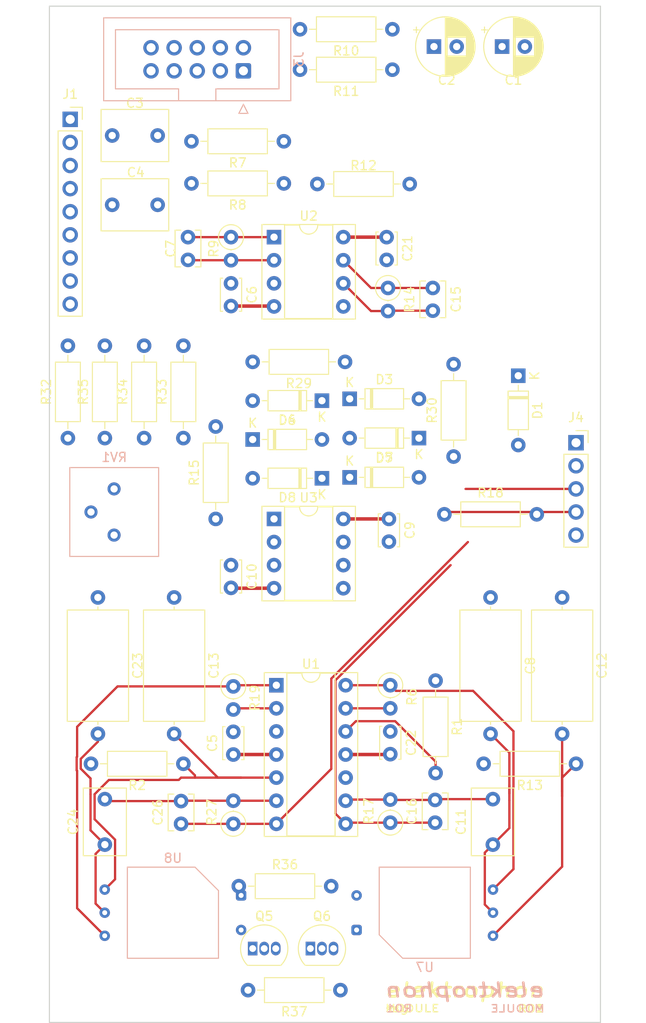
<source format=kicad_pcb>
(kicad_pcb (version 20171130) (host pcbnew 5.1.7-a382d34a8~87~ubuntu20.04.1)

  (general
    (thickness 1.6)
    (drawings 4)
    (tracks 106)
    (zones 0)
    (modules 67)
    (nets 47)
  )

  (page A4)
  (title_block
    (title "Smooth and Stepped Generator")
    (date 2020-05-24)
    (rev 02)
    (comment 1 "Original design by Ken Stone")
    (comment 2 "Schema for main circuit")
    (comment 4 "License CC BY 4.0 - Attribution 4.0 International")
  )

  (layers
    (0 F.Cu signal)
    (31 B.Cu signal)
    (32 B.Adhes user)
    (33 F.Adhes user)
    (34 B.Paste user)
    (35 F.Paste user)
    (36 B.SilkS user)
    (37 F.SilkS user)
    (38 B.Mask user)
    (39 F.Mask user)
    (40 Dwgs.User user)
    (41 Cmts.User user)
    (42 Eco1.User user)
    (43 Eco2.User user)
    (44 Edge.Cuts user)
    (45 Margin user hide)
    (46 B.CrtYd user)
    (47 F.CrtYd user)
    (48 B.Fab user)
    (49 F.Fab user)
  )

  (setup
    (last_trace_width 0.25)
    (user_trace_width 0.381)
    (user_trace_width 0.762)
    (trace_clearance 0.2)
    (zone_clearance 0.508)
    (zone_45_only no)
    (trace_min 0.2)
    (via_size 0.8)
    (via_drill 0.4)
    (via_min_size 0.4)
    (via_min_drill 0.3)
    (uvia_size 0.3)
    (uvia_drill 0.1)
    (uvias_allowed no)
    (uvia_min_size 0.2)
    (uvia_min_drill 0.1)
    (edge_width 0.05)
    (segment_width 0.2)
    (pcb_text_width 0.3)
    (pcb_text_size 1.5 1.5)
    (mod_edge_width 0.12)
    (mod_text_size 1 1)
    (mod_text_width 0.15)
    (pad_size 1.524 1.524)
    (pad_drill 0.762)
    (pad_to_mask_clearance 0.051)
    (solder_mask_min_width 0.25)
    (aux_axis_origin 0 0)
    (visible_elements 7FFFFFFF)
    (pcbplotparams
      (layerselection 0x010fc_ffffffff)
      (usegerberextensions false)
      (usegerberattributes false)
      (usegerberadvancedattributes false)
      (creategerberjobfile false)
      (excludeedgelayer true)
      (linewidth 0.100000)
      (plotframeref false)
      (viasonmask false)
      (mode 1)
      (useauxorigin false)
      (hpglpennumber 1)
      (hpglpenspeed 20)
      (hpglpendiameter 15.000000)
      (psnegative false)
      (psa4output false)
      (plotreference true)
      (plotvalue true)
      (plotinvisibletext false)
      (padsonsilk false)
      (subtractmaskfromsilk false)
      (outputformat 1)
      (mirror false)
      (drillshape 0)
      (scaleselection 1)
      (outputdirectory "gerbers"))
  )

  (net 0 "")
  (net 1 GND)
  (net 2 -15V)
  (net 3 +15V)
  (net 4 "Net-(D1-Pad1)")
  (net 5 "Net-(D5-Pad2)")
  (net 6 "Net-(D6-Pad1)")
  (net 7 +5V)
  (net 8 IN_2)
  (net 9 IN_1)
  (net 10 "Net-(R36-Pad1)")
  (net 11 "Net-(C15-Pad2)")
  (net 12 "Net-(C3-Pad1)")
  (net 13 "Net-(C4-Pad1)")
  (net 14 "Net-(C7-Pad2)")
  (net 15 "Net-(C7-Pad1)")
  (net 16 /V1b)
  (net 17 "Net-(C11-Pad2)")
  (net 18 /V1c)
  (net 19 "Net-(C15-Pad1)")
  (net 20 OUT_A)
  (net 21 /V2b)
  (net 22 "Net-(C24-Pad2)")
  (net 23 /V2c)
  (net 24 OUT_B)
  (net 25 CLIP)
  (net 26 "Net-(D3-Pad2)")
  (net 27 "Net-(D4-Pad1)")
  (net 28 "Net-(D7-Pad2)")
  (net 29 RES)
  (net 30 CV)
  (net 31 FREQ)
  (net 32 V_OCT)
  (net 33 "Net-(Q5-Pad3)")
  (net 34 "Net-(Q5-Pad2)")
  (net 35 "Net-(Q6-Pad1)")
  (net 36 "Net-(R6-Pad2)")
  (net 37 "Net-(R15-Pad1)")
  (net 38 "Net-(R19-Pad2)")
  (net 39 /V1a)
  (net 40 /V2a)
  (net 41 "Net-(U7-Pad1)")
  (net 42 VP)
  (net 43 VN)
  (net 44 CV2)
  (net 45 "Net-(J1-Pad5)")
  (net 46 "Net-(J4-Pad5)")

  (net_class Default "This is the default net class."
    (clearance 0.2)
    (trace_width 0.25)
    (via_dia 0.8)
    (via_drill 0.4)
    (uvia_dia 0.3)
    (uvia_drill 0.1)
    (add_net +15V)
    (add_net +5V)
    (add_net -15V)
    (add_net /V1a)
    (add_net /V1b)
    (add_net /V1c)
    (add_net /V2a)
    (add_net /V2b)
    (add_net /V2c)
    (add_net CLIP)
    (add_net CV)
    (add_net CV2)
    (add_net FREQ)
    (add_net GND)
    (add_net IN_1)
    (add_net IN_2)
    (add_net "Net-(C11-Pad2)")
    (add_net "Net-(C15-Pad1)")
    (add_net "Net-(C15-Pad2)")
    (add_net "Net-(C24-Pad2)")
    (add_net "Net-(C3-Pad1)")
    (add_net "Net-(C4-Pad1)")
    (add_net "Net-(C7-Pad1)")
    (add_net "Net-(C7-Pad2)")
    (add_net "Net-(D1-Pad1)")
    (add_net "Net-(D3-Pad2)")
    (add_net "Net-(D4-Pad1)")
    (add_net "Net-(D5-Pad2)")
    (add_net "Net-(D6-Pad1)")
    (add_net "Net-(D7-Pad2)")
    (add_net "Net-(J1-Pad5)")
    (add_net "Net-(J4-Pad5)")
    (add_net "Net-(Q5-Pad2)")
    (add_net "Net-(Q5-Pad3)")
    (add_net "Net-(Q6-Pad1)")
    (add_net "Net-(R15-Pad1)")
    (add_net "Net-(R19-Pad2)")
    (add_net "Net-(R36-Pad1)")
    (add_net "Net-(R6-Pad2)")
    (add_net "Net-(U7-Pad1)")
    (add_net OUT_A)
    (add_net OUT_B)
    (add_net RES)
    (add_net VN)
    (add_net VP)
    (add_net V_OCT)
  )

  (module Potentiometer_THT:Potentiometer_Bourns_3386P_Vertical (layer B.Cu) (tedit 5AA07388) (tstamp 5F7492DD)
    (at 32.512 83.566 180)
    (descr "Potentiometer, vertical, Bourns 3386P, https://www.bourns.com/pdfs/3386.pdf")
    (tags "Potentiometer vertical Bourns 3386P")
    (path /5FBCC228)
    (fp_text reference RV1 (at -0.015 8.555) (layer B.SilkS)
      (effects (font (size 1 1) (thickness 0.15)) (justify mirror))
    )
    (fp_text value 1k (at -0.015 -3.475) (layer B.Fab)
      (effects (font (size 1 1) (thickness 0.15)) (justify mirror))
    )
    (fp_line (start 5 7.56) (end -5.03 7.56) (layer B.CrtYd) (width 0.05))
    (fp_line (start 5 -2.48) (end 5 7.56) (layer B.CrtYd) (width 0.05))
    (fp_line (start -5.03 -2.48) (end 5 -2.48) (layer B.CrtYd) (width 0.05))
    (fp_line (start -5.03 7.56) (end -5.03 -2.48) (layer B.CrtYd) (width 0.05))
    (fp_line (start 4.87 7.425) (end 4.87 -2.345) (layer B.SilkS) (width 0.12))
    (fp_line (start -4.9 7.425) (end -4.9 -2.345) (layer B.SilkS) (width 0.12))
    (fp_line (start -4.9 -2.345) (end 4.87 -2.345) (layer B.SilkS) (width 0.12))
    (fp_line (start -4.9 7.425) (end 4.87 7.425) (layer B.SilkS) (width 0.12))
    (fp_line (start -0.891 0.98) (end -0.89 4.099) (layer B.Fab) (width 0.1))
    (fp_line (start -0.891 0.98) (end -0.89 4.099) (layer B.Fab) (width 0.1))
    (fp_line (start 4.75 7.305) (end -4.78 7.305) (layer B.Fab) (width 0.1))
    (fp_line (start 4.75 -2.225) (end 4.75 7.305) (layer B.Fab) (width 0.1))
    (fp_line (start -4.78 -2.225) (end 4.75 -2.225) (layer B.Fab) (width 0.1))
    (fp_line (start -4.78 7.305) (end -4.78 -2.225) (layer B.Fab) (width 0.1))
    (fp_circle (center -0.891 2.54) (end 0.684 2.54) (layer B.Fab) (width 0.1))
    (fp_text user %R (at -3.78 2.54 270) (layer B.Fab)
      (effects (font (size 1 1) (thickness 0.15)) (justify mirror))
    )
    (pad 1 thru_hole circle (at 0 0 180) (size 1.44 1.44) (drill 0.8) (layers *.Cu *.Mask)
      (net 34 "Net-(Q5-Pad2)"))
    (pad 2 thru_hole circle (at 2.54 2.54 180) (size 1.44 1.44) (drill 0.8) (layers *.Cu *.Mask)
      (net 34 "Net-(Q5-Pad2)"))
    (pad 3 thru_hole circle (at 0 5.08 180) (size 1.44 1.44) (drill 0.8) (layers *.Cu *.Mask)
      (net 10 "Net-(R36-Pad1)"))
    (model ${KISYS3DMOD}/Potentiometer_THT.3dshapes/Potentiometer_Bourns_3386P_Vertical.wrl
      (at (xyz 0 0 0))
      (scale (xyz 1 1 1))
      (rotate (xyz 0 0 0))
    )
  )

  (module Resistor_THT:R_Axial_DIN0207_L6.3mm_D2.5mm_P10.16mm_Horizontal (layer F.Cu) (tedit 5AE5139B) (tstamp 5F748FDE)
    (at 67.868 99.568 270)
    (descr "Resistor, Axial_DIN0207 series, Axial, Horizontal, pin pitch=10.16mm, 0.25W = 1/4W, length*diameter=6.3*2.5mm^2, http://cdn-reichelt.de/documents/datenblatt/B400/1_4W%23YAG.pdf")
    (tags "Resistor Axial_DIN0207 series Axial Horizontal pin pitch 10.16mm 0.25W = 1/4W length 6.3mm diameter 2.5mm")
    (path /5F7E8BA3)
    (fp_text reference R1 (at 5.08 -2.37 90) (layer F.SilkS)
      (effects (font (size 1 1) (thickness 0.15)))
    )
    (fp_text value 100k (at 5.08 2.37 90) (layer F.Fab)
      (effects (font (size 1 1) (thickness 0.15)))
    )
    (fp_line (start 11.21 -1.5) (end -1.05 -1.5) (layer F.CrtYd) (width 0.05))
    (fp_line (start 11.21 1.5) (end 11.21 -1.5) (layer F.CrtYd) (width 0.05))
    (fp_line (start -1.05 1.5) (end 11.21 1.5) (layer F.CrtYd) (width 0.05))
    (fp_line (start -1.05 -1.5) (end -1.05 1.5) (layer F.CrtYd) (width 0.05))
    (fp_line (start 9.12 0) (end 8.35 0) (layer F.SilkS) (width 0.12))
    (fp_line (start 1.04 0) (end 1.81 0) (layer F.SilkS) (width 0.12))
    (fp_line (start 8.35 -1.37) (end 1.81 -1.37) (layer F.SilkS) (width 0.12))
    (fp_line (start 8.35 1.37) (end 8.35 -1.37) (layer F.SilkS) (width 0.12))
    (fp_line (start 1.81 1.37) (end 8.35 1.37) (layer F.SilkS) (width 0.12))
    (fp_line (start 1.81 -1.37) (end 1.81 1.37) (layer F.SilkS) (width 0.12))
    (fp_line (start 10.16 0) (end 8.23 0) (layer F.Fab) (width 0.1))
    (fp_line (start 0 0) (end 1.93 0) (layer F.Fab) (width 0.1))
    (fp_line (start 8.23 -1.25) (end 1.93 -1.25) (layer F.Fab) (width 0.1))
    (fp_line (start 8.23 1.25) (end 8.23 -1.25) (layer F.Fab) (width 0.1))
    (fp_line (start 1.93 1.25) (end 8.23 1.25) (layer F.Fab) (width 0.1))
    (fp_line (start 1.93 -1.25) (end 1.93 1.25) (layer F.Fab) (width 0.1))
    (fp_text user %R (at 5.08 0 90) (layer F.Fab)
      (effects (font (size 1 1) (thickness 0.15)))
    )
    (pad 2 thru_hole oval (at 10.16 0 270) (size 1.6 1.6) (drill 0.8) (layers *.Cu *.Mask)
      (net 19 "Net-(C15-Pad1)"))
    (pad 1 thru_hole circle (at 0 0 270) (size 1.6 1.6) (drill 0.8) (layers *.Cu *.Mask)
      (net 1 GND))
    (model ${KISYS3DMOD}/Resistor_THT.3dshapes/R_Axial_DIN0207_L6.3mm_D2.5mm_P10.16mm_Horizontal.wrl
      (at (xyz 0 0 0))
      (scale (xyz 1 1 1))
      (rotate (xyz 0 0 0))
    )
  )

  (module Resistor_THT:R_Axial_DIN0207_L6.3mm_D2.5mm_P10.16mm_Horizontal (layer F.Cu) (tedit 5AE5139B) (tstamp 5F7490F2)
    (at 43.688 81.788 90)
    (descr "Resistor, Axial_DIN0207 series, Axial, Horizontal, pin pitch=10.16mm, 0.25W = 1/4W, length*diameter=6.3*2.5mm^2, http://cdn-reichelt.de/documents/datenblatt/B400/1_4W%23YAG.pdf")
    (tags "Resistor Axial_DIN0207 series Axial Horizontal pin pitch 10.16mm 0.25W = 1/4W length 6.3mm diameter 2.5mm")
    (path /5F7701ED)
    (fp_text reference R15 (at 5.08 -2.37 90) (layer F.SilkS)
      (effects (font (size 1 1) (thickness 0.15)))
    )
    (fp_text value 100k (at 5.08 2.37 90) (layer F.Fab)
      (effects (font (size 1 1) (thickness 0.15)))
    )
    (fp_line (start 1.93 -1.25) (end 1.93 1.25) (layer F.Fab) (width 0.1))
    (fp_line (start 1.93 1.25) (end 8.23 1.25) (layer F.Fab) (width 0.1))
    (fp_line (start 8.23 1.25) (end 8.23 -1.25) (layer F.Fab) (width 0.1))
    (fp_line (start 8.23 -1.25) (end 1.93 -1.25) (layer F.Fab) (width 0.1))
    (fp_line (start 0 0) (end 1.93 0) (layer F.Fab) (width 0.1))
    (fp_line (start 10.16 0) (end 8.23 0) (layer F.Fab) (width 0.1))
    (fp_line (start 1.81 -1.37) (end 1.81 1.37) (layer F.SilkS) (width 0.12))
    (fp_line (start 1.81 1.37) (end 8.35 1.37) (layer F.SilkS) (width 0.12))
    (fp_line (start 8.35 1.37) (end 8.35 -1.37) (layer F.SilkS) (width 0.12))
    (fp_line (start 8.35 -1.37) (end 1.81 -1.37) (layer F.SilkS) (width 0.12))
    (fp_line (start 1.04 0) (end 1.81 0) (layer F.SilkS) (width 0.12))
    (fp_line (start 9.12 0) (end 8.35 0) (layer F.SilkS) (width 0.12))
    (fp_line (start -1.05 -1.5) (end -1.05 1.5) (layer F.CrtYd) (width 0.05))
    (fp_line (start -1.05 1.5) (end 11.21 1.5) (layer F.CrtYd) (width 0.05))
    (fp_line (start 11.21 1.5) (end 11.21 -1.5) (layer F.CrtYd) (width 0.05))
    (fp_line (start 11.21 -1.5) (end -1.05 -1.5) (layer F.CrtYd) (width 0.05))
    (fp_text user %R (at 5.08 0 90) (layer F.Fab)
      (effects (font (size 1 1) (thickness 0.15)))
    )
    (pad 2 thru_hole oval (at 10.16 0 90) (size 1.6 1.6) (drill 0.8) (layers *.Cu *.Mask)
      (net 11 "Net-(C15-Pad2)"))
    (pad 1 thru_hole circle (at 0 0 90) (size 1.6 1.6) (drill 0.8) (layers *.Cu *.Mask)
      (net 37 "Net-(R15-Pad1)"))
    (model ${KISYS3DMOD}/Resistor_THT.3dshapes/R_Axial_DIN0207_L6.3mm_D2.5mm_P10.16mm_Horizontal.wrl
      (at (xyz 0 0 0))
      (scale (xyz 1 1 1))
      (rotate (xyz 0 0 0))
    )
  )

  (module Resistor_THT:R_Axial_DIN0207_L6.3mm_D2.5mm_P10.16mm_Horizontal (layer F.Cu) (tedit 5AE5139B) (tstamp 5F8D7ED0)
    (at 63.119 32.385 180)
    (descr "Resistor, Axial_DIN0207 series, Axial, Horizontal, pin pitch=10.16mm, 0.25W = 1/4W, length*diameter=6.3*2.5mm^2, http://cdn-reichelt.de/documents/datenblatt/B400/1_4W%23YAG.pdf")
    (tags "Resistor Axial_DIN0207 series Axial Horizontal pin pitch 10.16mm 0.25W = 1/4W length 6.3mm diameter 2.5mm")
    (path /5FB60D12)
    (fp_text reference R11 (at 5.08 -2.37) (layer F.SilkS)
      (effects (font (size 1 1) (thickness 0.15)))
    )
    (fp_text value 10 (at 5.08 2.37) (layer F.Fab)
      (effects (font (size 1 1) (thickness 0.15)))
    )
    (fp_line (start 1.93 -1.25) (end 1.93 1.25) (layer F.Fab) (width 0.1))
    (fp_line (start 1.93 1.25) (end 8.23 1.25) (layer F.Fab) (width 0.1))
    (fp_line (start 8.23 1.25) (end 8.23 -1.25) (layer F.Fab) (width 0.1))
    (fp_line (start 8.23 -1.25) (end 1.93 -1.25) (layer F.Fab) (width 0.1))
    (fp_line (start 0 0) (end 1.93 0) (layer F.Fab) (width 0.1))
    (fp_line (start 10.16 0) (end 8.23 0) (layer F.Fab) (width 0.1))
    (fp_line (start 1.81 -1.37) (end 1.81 1.37) (layer F.SilkS) (width 0.12))
    (fp_line (start 1.81 1.37) (end 8.35 1.37) (layer F.SilkS) (width 0.12))
    (fp_line (start 8.35 1.37) (end 8.35 -1.37) (layer F.SilkS) (width 0.12))
    (fp_line (start 8.35 -1.37) (end 1.81 -1.37) (layer F.SilkS) (width 0.12))
    (fp_line (start 1.04 0) (end 1.81 0) (layer F.SilkS) (width 0.12))
    (fp_line (start 9.12 0) (end 8.35 0) (layer F.SilkS) (width 0.12))
    (fp_line (start -1.05 -1.5) (end -1.05 1.5) (layer F.CrtYd) (width 0.05))
    (fp_line (start -1.05 1.5) (end 11.21 1.5) (layer F.CrtYd) (width 0.05))
    (fp_line (start 11.21 1.5) (end 11.21 -1.5) (layer F.CrtYd) (width 0.05))
    (fp_line (start 11.21 -1.5) (end -1.05 -1.5) (layer F.CrtYd) (width 0.05))
    (fp_text user %R (at 5.08 0) (layer F.Fab)
      (effects (font (size 1 1) (thickness 0.15)))
    )
    (pad 2 thru_hole oval (at 10.16 0 180) (size 1.6 1.6) (drill 0.8) (layers *.Cu *.Mask)
      (net 43 VN))
    (pad 1 thru_hole circle (at 0 0 180) (size 1.6 1.6) (drill 0.8) (layers *.Cu *.Mask)
      (net 2 -15V))
    (model ${KISYS3DMOD}/Resistor_THT.3dshapes/R_Axial_DIN0207_L6.3mm_D2.5mm_P10.16mm_Horizontal.wrl
      (at (xyz 0 0 0))
      (scale (xyz 1 1 1))
      (rotate (xyz 0 0 0))
    )
  )

  (module Resistor_THT:R_Axial_DIN0207_L6.3mm_D2.5mm_P10.16mm_Horizontal (layer F.Cu) (tedit 5AE5139B) (tstamp 5F8D7EB9)
    (at 63.119 27.94 180)
    (descr "Resistor, Axial_DIN0207 series, Axial, Horizontal, pin pitch=10.16mm, 0.25W = 1/4W, length*diameter=6.3*2.5mm^2, http://cdn-reichelt.de/documents/datenblatt/B400/1_4W%23YAG.pdf")
    (tags "Resistor Axial_DIN0207 series Axial Horizontal pin pitch 10.16mm 0.25W = 1/4W length 6.3mm diameter 2.5mm")
    (path /5FB443E6)
    (fp_text reference R10 (at 5.08 -2.37) (layer F.SilkS)
      (effects (font (size 1 1) (thickness 0.15)))
    )
    (fp_text value 10 (at 5.08 2.37) (layer F.Fab)
      (effects (font (size 1 1) (thickness 0.15)))
    )
    (fp_line (start 1.93 -1.25) (end 1.93 1.25) (layer F.Fab) (width 0.1))
    (fp_line (start 1.93 1.25) (end 8.23 1.25) (layer F.Fab) (width 0.1))
    (fp_line (start 8.23 1.25) (end 8.23 -1.25) (layer F.Fab) (width 0.1))
    (fp_line (start 8.23 -1.25) (end 1.93 -1.25) (layer F.Fab) (width 0.1))
    (fp_line (start 0 0) (end 1.93 0) (layer F.Fab) (width 0.1))
    (fp_line (start 10.16 0) (end 8.23 0) (layer F.Fab) (width 0.1))
    (fp_line (start 1.81 -1.37) (end 1.81 1.37) (layer F.SilkS) (width 0.12))
    (fp_line (start 1.81 1.37) (end 8.35 1.37) (layer F.SilkS) (width 0.12))
    (fp_line (start 8.35 1.37) (end 8.35 -1.37) (layer F.SilkS) (width 0.12))
    (fp_line (start 8.35 -1.37) (end 1.81 -1.37) (layer F.SilkS) (width 0.12))
    (fp_line (start 1.04 0) (end 1.81 0) (layer F.SilkS) (width 0.12))
    (fp_line (start 9.12 0) (end 8.35 0) (layer F.SilkS) (width 0.12))
    (fp_line (start -1.05 -1.5) (end -1.05 1.5) (layer F.CrtYd) (width 0.05))
    (fp_line (start -1.05 1.5) (end 11.21 1.5) (layer F.CrtYd) (width 0.05))
    (fp_line (start 11.21 1.5) (end 11.21 -1.5) (layer F.CrtYd) (width 0.05))
    (fp_line (start 11.21 -1.5) (end -1.05 -1.5) (layer F.CrtYd) (width 0.05))
    (fp_text user %R (at 5.08 0) (layer F.Fab)
      (effects (font (size 1 1) (thickness 0.15)))
    )
    (pad 2 thru_hole oval (at 10.16 0 180) (size 1.6 1.6) (drill 0.8) (layers *.Cu *.Mask)
      (net 42 VP))
    (pad 1 thru_hole circle (at 0 0 180) (size 1.6 1.6) (drill 0.8) (layers *.Cu *.Mask)
      (net 3 +15V))
    (model ${KISYS3DMOD}/Resistor_THT.3dshapes/R_Axial_DIN0207_L6.3mm_D2.5mm_P10.16mm_Horizontal.wrl
      (at (xyz 0 0 0))
      (scale (xyz 1 1 1))
      (rotate (xyz 0 0 0))
    )
  )

  (module Package_DIP:DIP-8_W7.62mm_Socket (layer F.Cu) (tedit 5A02E8C5) (tstamp 5F944AF3)
    (at 50.102 81.788)
    (descr "8-lead though-hole mounted DIP package, row spacing 7.62 mm (300 mils), Socket")
    (tags "THT DIP DIL PDIP 2.54mm 7.62mm 300mil Socket")
    (path /5F9D3EE5)
    (fp_text reference U3 (at 3.81 -2.33) (layer F.SilkS)
      (effects (font (size 1 1) (thickness 0.15)))
    )
    (fp_text value TL072 (at 3.81 9.95) (layer F.Fab)
      (effects (font (size 1 1) (thickness 0.15)))
    )
    (fp_line (start 1.635 -1.27) (end 6.985 -1.27) (layer F.Fab) (width 0.1))
    (fp_line (start 6.985 -1.27) (end 6.985 8.89) (layer F.Fab) (width 0.1))
    (fp_line (start 6.985 8.89) (end 0.635 8.89) (layer F.Fab) (width 0.1))
    (fp_line (start 0.635 8.89) (end 0.635 -0.27) (layer F.Fab) (width 0.1))
    (fp_line (start 0.635 -0.27) (end 1.635 -1.27) (layer F.Fab) (width 0.1))
    (fp_line (start -1.27 -1.33) (end -1.27 8.95) (layer F.Fab) (width 0.1))
    (fp_line (start -1.27 8.95) (end 8.89 8.95) (layer F.Fab) (width 0.1))
    (fp_line (start 8.89 8.95) (end 8.89 -1.33) (layer F.Fab) (width 0.1))
    (fp_line (start 8.89 -1.33) (end -1.27 -1.33) (layer F.Fab) (width 0.1))
    (fp_line (start 2.81 -1.33) (end 1.16 -1.33) (layer F.SilkS) (width 0.12))
    (fp_line (start 1.16 -1.33) (end 1.16 8.95) (layer F.SilkS) (width 0.12))
    (fp_line (start 1.16 8.95) (end 6.46 8.95) (layer F.SilkS) (width 0.12))
    (fp_line (start 6.46 8.95) (end 6.46 -1.33) (layer F.SilkS) (width 0.12))
    (fp_line (start 6.46 -1.33) (end 4.81 -1.33) (layer F.SilkS) (width 0.12))
    (fp_line (start -1.33 -1.39) (end -1.33 9.01) (layer F.SilkS) (width 0.12))
    (fp_line (start -1.33 9.01) (end 8.95 9.01) (layer F.SilkS) (width 0.12))
    (fp_line (start 8.95 9.01) (end 8.95 -1.39) (layer F.SilkS) (width 0.12))
    (fp_line (start 8.95 -1.39) (end -1.33 -1.39) (layer F.SilkS) (width 0.12))
    (fp_line (start -1.55 -1.6) (end -1.55 9.2) (layer F.CrtYd) (width 0.05))
    (fp_line (start -1.55 9.2) (end 9.15 9.2) (layer F.CrtYd) (width 0.05))
    (fp_line (start 9.15 9.2) (end 9.15 -1.6) (layer F.CrtYd) (width 0.05))
    (fp_line (start 9.15 -1.6) (end -1.55 -1.6) (layer F.CrtYd) (width 0.05))
    (fp_text user %R (at 3.81 3.81) (layer F.Fab)
      (effects (font (size 1 1) (thickness 0.15)))
    )
    (fp_arc (start 3.81 -1.33) (end 2.81 -1.33) (angle -180) (layer F.SilkS) (width 0.12))
    (pad 8 thru_hole oval (at 7.62 0) (size 1.6 1.6) (drill 0.8) (layers *.Cu *.Mask)
      (net 3 +15V))
    (pad 4 thru_hole oval (at 0 7.62) (size 1.6 1.6) (drill 0.8) (layers *.Cu *.Mask)
      (net 2 -15V))
    (pad 7 thru_hole oval (at 7.62 2.54) (size 1.6 1.6) (drill 0.8) (layers *.Cu *.Mask)
      (net 4 "Net-(D1-Pad1)"))
    (pad 3 thru_hole oval (at 0 5.08) (size 1.6 1.6) (drill 0.8) (layers *.Cu *.Mask)
      (net 4 "Net-(D1-Pad1)"))
    (pad 6 thru_hole oval (at 7.62 5.08) (size 1.6 1.6) (drill 0.8) (layers *.Cu *.Mask)
      (net 28 "Net-(D7-Pad2)"))
    (pad 2 thru_hole oval (at 0 2.54) (size 1.6 1.6) (drill 0.8) (layers *.Cu *.Mask)
      (net 37 "Net-(R15-Pad1)"))
    (pad 5 thru_hole oval (at 7.62 7.62) (size 1.6 1.6) (drill 0.8) (layers *.Cu *.Mask)
      (net 29 RES))
    (pad 1 thru_hole rect (at 0 0) (size 1.6 1.6) (drill 0.8) (layers *.Cu *.Mask)
      (net 37 "Net-(R15-Pad1)"))
    (model ${KISYS3DMOD}/Package_DIP.3dshapes/DIP-8_W7.62mm_Socket.wrl
      (at (xyz 0 0 0))
      (scale (xyz 1 1 1))
      (rotate (xyz 0 0 0))
    )
  )

  (module Package_DIP:DIP-8_W7.62mm_Socket (layer F.Cu) (tedit 5A02E8C5) (tstamp 5F944ACF)
    (at 50.102 50.8)
    (descr "8-lead though-hole mounted DIP package, row spacing 7.62 mm (300 mils), Socket")
    (tags "THT DIP DIL PDIP 2.54mm 7.62mm 300mil Socket")
    (path /5F9A66C4)
    (fp_text reference U2 (at 3.81 -2.33) (layer F.SilkS)
      (effects (font (size 1 1) (thickness 0.15)))
    )
    (fp_text value TL072 (at 3.81 9.95) (layer F.Fab)
      (effects (font (size 1 1) (thickness 0.15)))
    )
    (fp_line (start 1.635 -1.27) (end 6.985 -1.27) (layer F.Fab) (width 0.1))
    (fp_line (start 6.985 -1.27) (end 6.985 8.89) (layer F.Fab) (width 0.1))
    (fp_line (start 6.985 8.89) (end 0.635 8.89) (layer F.Fab) (width 0.1))
    (fp_line (start 0.635 8.89) (end 0.635 -0.27) (layer F.Fab) (width 0.1))
    (fp_line (start 0.635 -0.27) (end 1.635 -1.27) (layer F.Fab) (width 0.1))
    (fp_line (start -1.27 -1.33) (end -1.27 8.95) (layer F.Fab) (width 0.1))
    (fp_line (start -1.27 8.95) (end 8.89 8.95) (layer F.Fab) (width 0.1))
    (fp_line (start 8.89 8.95) (end 8.89 -1.33) (layer F.Fab) (width 0.1))
    (fp_line (start 8.89 -1.33) (end -1.27 -1.33) (layer F.Fab) (width 0.1))
    (fp_line (start 2.81 -1.33) (end 1.16 -1.33) (layer F.SilkS) (width 0.12))
    (fp_line (start 1.16 -1.33) (end 1.16 8.95) (layer F.SilkS) (width 0.12))
    (fp_line (start 1.16 8.95) (end 6.46 8.95) (layer F.SilkS) (width 0.12))
    (fp_line (start 6.46 8.95) (end 6.46 -1.33) (layer F.SilkS) (width 0.12))
    (fp_line (start 6.46 -1.33) (end 4.81 -1.33) (layer F.SilkS) (width 0.12))
    (fp_line (start -1.33 -1.39) (end -1.33 9.01) (layer F.SilkS) (width 0.12))
    (fp_line (start -1.33 9.01) (end 8.95 9.01) (layer F.SilkS) (width 0.12))
    (fp_line (start 8.95 9.01) (end 8.95 -1.39) (layer F.SilkS) (width 0.12))
    (fp_line (start 8.95 -1.39) (end -1.33 -1.39) (layer F.SilkS) (width 0.12))
    (fp_line (start -1.55 -1.6) (end -1.55 9.2) (layer F.CrtYd) (width 0.05))
    (fp_line (start -1.55 9.2) (end 9.15 9.2) (layer F.CrtYd) (width 0.05))
    (fp_line (start 9.15 9.2) (end 9.15 -1.6) (layer F.CrtYd) (width 0.05))
    (fp_line (start 9.15 -1.6) (end -1.55 -1.6) (layer F.CrtYd) (width 0.05))
    (fp_text user %R (at 3.81 3.81) (layer F.Fab)
      (effects (font (size 1 1) (thickness 0.15)))
    )
    (fp_arc (start 3.81 -1.33) (end 2.81 -1.33) (angle -180) (layer F.SilkS) (width 0.12))
    (pad 8 thru_hole oval (at 7.62 0) (size 1.6 1.6) (drill 0.8) (layers *.Cu *.Mask)
      (net 3 +15V))
    (pad 4 thru_hole oval (at 0 7.62) (size 1.6 1.6) (drill 0.8) (layers *.Cu *.Mask)
      (net 2 -15V))
    (pad 7 thru_hole oval (at 7.62 2.54) (size 1.6 1.6) (drill 0.8) (layers *.Cu *.Mask)
      (net 19 "Net-(C15-Pad1)"))
    (pad 3 thru_hole oval (at 0 5.08) (size 1.6 1.6) (drill 0.8) (layers *.Cu *.Mask)
      (net 1 GND))
    (pad 6 thru_hole oval (at 7.62 5.08) (size 1.6 1.6) (drill 0.8) (layers *.Cu *.Mask)
      (net 11 "Net-(C15-Pad2)"))
    (pad 2 thru_hole oval (at 0 2.54) (size 1.6 1.6) (drill 0.8) (layers *.Cu *.Mask)
      (net 14 "Net-(C7-Pad2)"))
    (pad 5 thru_hole oval (at 7.62 7.62) (size 1.6 1.6) (drill 0.8) (layers *.Cu *.Mask)
      (net 1 GND))
    (pad 1 thru_hole rect (at 0 0) (size 1.6 1.6) (drill 0.8) (layers *.Cu *.Mask)
      (net 15 "Net-(C7-Pad1)"))
    (model ${KISYS3DMOD}/Package_DIP.3dshapes/DIP-8_W7.62mm_Socket.wrl
      (at (xyz 0 0 0))
      (scale (xyz 1 1 1))
      (rotate (xyz 0 0 0))
    )
  )

  (module Capacitor_THT:C_Disc_D3.4mm_W2.1mm_P2.50mm (layer F.Cu) (tedit 5AE50EF0) (tstamp 5F944233)
    (at 45.371 86.868 270)
    (descr "C, Disc series, Radial, pin pitch=2.50mm, , diameter*width=3.4*2.1mm^2, Capacitor, http://www.vishay.com/docs/45233/krseries.pdf")
    (tags "C Disc series Radial pin pitch 2.50mm  diameter 3.4mm width 2.1mm Capacitor")
    (path /5F9FFD7D)
    (fp_text reference C10 (at 1.25 -2.3 90) (layer F.SilkS)
      (effects (font (size 1 1) (thickness 0.15)))
    )
    (fp_text value 0.1u (at 1.25 2.3 90) (layer F.Fab)
      (effects (font (size 1 1) (thickness 0.15)))
    )
    (fp_line (start -0.45 -1.05) (end -0.45 1.05) (layer F.Fab) (width 0.1))
    (fp_line (start -0.45 1.05) (end 2.95 1.05) (layer F.Fab) (width 0.1))
    (fp_line (start 2.95 1.05) (end 2.95 -1.05) (layer F.Fab) (width 0.1))
    (fp_line (start 2.95 -1.05) (end -0.45 -1.05) (layer F.Fab) (width 0.1))
    (fp_line (start -0.57 -1.17) (end 3.07 -1.17) (layer F.SilkS) (width 0.12))
    (fp_line (start -0.57 1.17) (end 3.07 1.17) (layer F.SilkS) (width 0.12))
    (fp_line (start -0.57 -1.17) (end -0.57 -0.925) (layer F.SilkS) (width 0.12))
    (fp_line (start -0.57 0.925) (end -0.57 1.17) (layer F.SilkS) (width 0.12))
    (fp_line (start 3.07 -1.17) (end 3.07 -0.925) (layer F.SilkS) (width 0.12))
    (fp_line (start 3.07 0.925) (end 3.07 1.17) (layer F.SilkS) (width 0.12))
    (fp_line (start -1.05 -1.3) (end -1.05 1.3) (layer F.CrtYd) (width 0.05))
    (fp_line (start -1.05 1.3) (end 3.55 1.3) (layer F.CrtYd) (width 0.05))
    (fp_line (start 3.55 1.3) (end 3.55 -1.3) (layer F.CrtYd) (width 0.05))
    (fp_line (start 3.55 -1.3) (end -1.05 -1.3) (layer F.CrtYd) (width 0.05))
    (fp_text user %R (at 1.25 0 90) (layer F.Fab)
      (effects (font (size 0.68 0.68) (thickness 0.102)))
    )
    (pad 2 thru_hole circle (at 2.5 0 270) (size 1.6 1.6) (drill 0.8) (layers *.Cu *.Mask)
      (net 2 -15V))
    (pad 1 thru_hole circle (at 0 0 270) (size 1.6 1.6) (drill 0.8) (layers *.Cu *.Mask)
      (net 1 GND))
    (model ${KISYS3DMOD}/Capacitor_THT.3dshapes/C_Disc_D3.4mm_W2.1mm_P2.50mm.wrl
      (at (xyz 0 0 0))
      (scale (xyz 1 1 1))
      (rotate (xyz 0 0 0))
    )
  )

  (module Capacitor_THT:C_Disc_D3.4mm_W2.1mm_P2.50mm (layer F.Cu) (tedit 5AE50EF0) (tstamp 5F94421E)
    (at 62.738 81.788 270)
    (descr "C, Disc series, Radial, pin pitch=2.50mm, , diameter*width=3.4*2.1mm^2, Capacitor, http://www.vishay.com/docs/45233/krseries.pdf")
    (tags "C Disc series Radial pin pitch 2.50mm  diameter 3.4mm width 2.1mm Capacitor")
    (path /5F9FFD77)
    (fp_text reference C9 (at 1.25 -2.3 90) (layer F.SilkS)
      (effects (font (size 1 1) (thickness 0.15)))
    )
    (fp_text value 0.1u (at 1.25 2.3 90) (layer F.Fab)
      (effects (font (size 1 1) (thickness 0.15)))
    )
    (fp_line (start -0.45 -1.05) (end -0.45 1.05) (layer F.Fab) (width 0.1))
    (fp_line (start -0.45 1.05) (end 2.95 1.05) (layer F.Fab) (width 0.1))
    (fp_line (start 2.95 1.05) (end 2.95 -1.05) (layer F.Fab) (width 0.1))
    (fp_line (start 2.95 -1.05) (end -0.45 -1.05) (layer F.Fab) (width 0.1))
    (fp_line (start -0.57 -1.17) (end 3.07 -1.17) (layer F.SilkS) (width 0.12))
    (fp_line (start -0.57 1.17) (end 3.07 1.17) (layer F.SilkS) (width 0.12))
    (fp_line (start -0.57 -1.17) (end -0.57 -0.925) (layer F.SilkS) (width 0.12))
    (fp_line (start -0.57 0.925) (end -0.57 1.17) (layer F.SilkS) (width 0.12))
    (fp_line (start 3.07 -1.17) (end 3.07 -0.925) (layer F.SilkS) (width 0.12))
    (fp_line (start 3.07 0.925) (end 3.07 1.17) (layer F.SilkS) (width 0.12))
    (fp_line (start -1.05 -1.3) (end -1.05 1.3) (layer F.CrtYd) (width 0.05))
    (fp_line (start -1.05 1.3) (end 3.55 1.3) (layer F.CrtYd) (width 0.05))
    (fp_line (start 3.55 1.3) (end 3.55 -1.3) (layer F.CrtYd) (width 0.05))
    (fp_line (start 3.55 -1.3) (end -1.05 -1.3) (layer F.CrtYd) (width 0.05))
    (fp_text user %R (at 1.25 0 90) (layer F.Fab)
      (effects (font (size 0.68 0.68) (thickness 0.102)))
    )
    (pad 2 thru_hole circle (at 2.5 0 270) (size 1.6 1.6) (drill 0.8) (layers *.Cu *.Mask)
      (net 1 GND))
    (pad 1 thru_hole circle (at 0 0 270) (size 1.6 1.6) (drill 0.8) (layers *.Cu *.Mask)
      (net 3 +15V))
    (model ${KISYS3DMOD}/Capacitor_THT.3dshapes/C_Disc_D3.4mm_W2.1mm_P2.50mm.wrl
      (at (xyz 0 0 0))
      (scale (xyz 1 1 1))
      (rotate (xyz 0 0 0))
    )
  )

  (module Connector_PinSocket_2.54mm:PinSocket_1x09_P2.54mm_Vertical (layer F.Cu) (tedit 5A19A431) (tstamp 5F941966)
    (at 27.686 37.846)
    (descr "Through hole straight socket strip, 1x09, 2.54mm pitch, single row (from Kicad 4.0.7), script generated")
    (tags "Through hole socket strip THT 1x09 2.54mm single row")
    (path /5F96F0ED)
    (fp_text reference J1 (at 0 -2.77) (layer F.SilkS)
      (effects (font (size 1 1) (thickness 0.15)))
    )
    (fp_text value Conn_01x09_Female (at 0 23.09) (layer F.Fab)
      (effects (font (size 1 1) (thickness 0.15)))
    )
    (fp_line (start -1.27 -1.27) (end 0.635 -1.27) (layer F.Fab) (width 0.1))
    (fp_line (start 0.635 -1.27) (end 1.27 -0.635) (layer F.Fab) (width 0.1))
    (fp_line (start 1.27 -0.635) (end 1.27 21.59) (layer F.Fab) (width 0.1))
    (fp_line (start 1.27 21.59) (end -1.27 21.59) (layer F.Fab) (width 0.1))
    (fp_line (start -1.27 21.59) (end -1.27 -1.27) (layer F.Fab) (width 0.1))
    (fp_line (start -1.33 1.27) (end 1.33 1.27) (layer F.SilkS) (width 0.12))
    (fp_line (start -1.33 1.27) (end -1.33 21.65) (layer F.SilkS) (width 0.12))
    (fp_line (start -1.33 21.65) (end 1.33 21.65) (layer F.SilkS) (width 0.12))
    (fp_line (start 1.33 1.27) (end 1.33 21.65) (layer F.SilkS) (width 0.12))
    (fp_line (start 1.33 -1.33) (end 1.33 0) (layer F.SilkS) (width 0.12))
    (fp_line (start 0 -1.33) (end 1.33 -1.33) (layer F.SilkS) (width 0.12))
    (fp_line (start -1.8 -1.8) (end 1.75 -1.8) (layer F.CrtYd) (width 0.05))
    (fp_line (start 1.75 -1.8) (end 1.75 22.1) (layer F.CrtYd) (width 0.05))
    (fp_line (start 1.75 22.1) (end -1.8 22.1) (layer F.CrtYd) (width 0.05))
    (fp_line (start -1.8 22.1) (end -1.8 -1.8) (layer F.CrtYd) (width 0.05))
    (fp_text user %R (at 0 10.16 90) (layer F.Fab)
      (effects (font (size 1 1) (thickness 0.15)))
    )
    (pad 9 thru_hole oval (at 0 20.32) (size 1.7 1.7) (drill 1) (layers *.Cu *.Mask)
      (net 44 CV2))
    (pad 8 thru_hole oval (at 0 17.78) (size 1.7 1.7) (drill 1) (layers *.Cu *.Mask)
      (net 30 CV))
    (pad 7 thru_hole oval (at 0 15.24) (size 1.7 1.7) (drill 1) (layers *.Cu *.Mask)
      (net 31 FREQ))
    (pad 6 thru_hole oval (at 0 12.7) (size 1.7 1.7) (drill 1) (layers *.Cu *.Mask)
      (net 32 V_OCT))
    (pad 5 thru_hole oval (at 0 10.16) (size 1.7 1.7) (drill 1) (layers *.Cu *.Mask)
      (net 45 "Net-(J1-Pad5)"))
    (pad 4 thru_hole oval (at 0 7.62) (size 1.7 1.7) (drill 1) (layers *.Cu *.Mask)
      (net 8 IN_2))
    (pad 3 thru_hole oval (at 0 5.08) (size 1.7 1.7) (drill 1) (layers *.Cu *.Mask)
      (net 9 IN_1))
    (pad 2 thru_hole oval (at 0 2.54) (size 1.7 1.7) (drill 1) (layers *.Cu *.Mask)
      (net 3 +15V))
    (pad 1 thru_hole rect (at 0 0) (size 1.7 1.7) (drill 1) (layers *.Cu *.Mask)
      (net 1 GND))
    (model ${KISYS3DMOD}/Connector_PinSocket_2.54mm.3dshapes/PinSocket_1x09_P2.54mm_Vertical.wrl
      (at (xyz 0 0 0))
      (scale (xyz 1 1 1))
      (rotate (xyz 0 0 0))
    )
  )

  (module Package_DIP:DIP-14_W7.62mm_Socket (layer F.Cu) (tedit 5A02E8C5) (tstamp 5F909656)
    (at 50.356 100.076)
    (descr "14-lead though-hole mounted DIP package, row spacing 7.62 mm (300 mils), Socket")
    (tags "THT DIP DIL PDIP 2.54mm 7.62mm 300mil Socket")
    (path /600386A6)
    (fp_text reference U1 (at 3.81 -2.33) (layer F.SilkS)
      (effects (font (size 1 1) (thickness 0.15)))
    )
    (fp_text value TL074 (at 3.81 17.57) (layer F.Fab)
      (effects (font (size 1 1) (thickness 0.15)))
    )
    (fp_line (start 9.15 -1.6) (end -1.55 -1.6) (layer F.CrtYd) (width 0.05))
    (fp_line (start 9.15 16.85) (end 9.15 -1.6) (layer F.CrtYd) (width 0.05))
    (fp_line (start -1.55 16.85) (end 9.15 16.85) (layer F.CrtYd) (width 0.05))
    (fp_line (start -1.55 -1.6) (end -1.55 16.85) (layer F.CrtYd) (width 0.05))
    (fp_line (start 8.95 -1.39) (end -1.33 -1.39) (layer F.SilkS) (width 0.12))
    (fp_line (start 8.95 16.63) (end 8.95 -1.39) (layer F.SilkS) (width 0.12))
    (fp_line (start -1.33 16.63) (end 8.95 16.63) (layer F.SilkS) (width 0.12))
    (fp_line (start -1.33 -1.39) (end -1.33 16.63) (layer F.SilkS) (width 0.12))
    (fp_line (start 6.46 -1.33) (end 4.81 -1.33) (layer F.SilkS) (width 0.12))
    (fp_line (start 6.46 16.57) (end 6.46 -1.33) (layer F.SilkS) (width 0.12))
    (fp_line (start 1.16 16.57) (end 6.46 16.57) (layer F.SilkS) (width 0.12))
    (fp_line (start 1.16 -1.33) (end 1.16 16.57) (layer F.SilkS) (width 0.12))
    (fp_line (start 2.81 -1.33) (end 1.16 -1.33) (layer F.SilkS) (width 0.12))
    (fp_line (start 8.89 -1.33) (end -1.27 -1.33) (layer F.Fab) (width 0.1))
    (fp_line (start 8.89 16.57) (end 8.89 -1.33) (layer F.Fab) (width 0.1))
    (fp_line (start -1.27 16.57) (end 8.89 16.57) (layer F.Fab) (width 0.1))
    (fp_line (start -1.27 -1.33) (end -1.27 16.57) (layer F.Fab) (width 0.1))
    (fp_line (start 0.635 -0.27) (end 1.635 -1.27) (layer F.Fab) (width 0.1))
    (fp_line (start 0.635 16.51) (end 0.635 -0.27) (layer F.Fab) (width 0.1))
    (fp_line (start 6.985 16.51) (end 0.635 16.51) (layer F.Fab) (width 0.1))
    (fp_line (start 6.985 -1.27) (end 6.985 16.51) (layer F.Fab) (width 0.1))
    (fp_line (start 1.635 -1.27) (end 6.985 -1.27) (layer F.Fab) (width 0.1))
    (fp_text user %R (at 3.81 7.62) (layer F.Fab)
      (effects (font (size 1 1) (thickness 0.15)))
    )
    (fp_arc (start 3.81 -1.33) (end 2.81 -1.33) (angle -180) (layer F.SilkS) (width 0.12))
    (pad 14 thru_hole oval (at 7.62 0) (size 1.6 1.6) (drill 0.8) (layers *.Cu *.Mask)
      (net 39 /V1a))
    (pad 7 thru_hole oval (at 0 15.24) (size 1.6 1.6) (drill 0.8) (layers *.Cu *.Mask)
      (net 24 OUT_B))
    (pad 13 thru_hole oval (at 7.62 2.54) (size 1.6 1.6) (drill 0.8) (layers *.Cu *.Mask)
      (net 36 "Net-(R6-Pad2)"))
    (pad 6 thru_hole oval (at 0 12.7) (size 1.6 1.6) (drill 0.8) (layers *.Cu *.Mask)
      (net 22 "Net-(C24-Pad2)"))
    (pad 12 thru_hole oval (at 7.62 5.08) (size 1.6 1.6) (drill 0.8) (layers *.Cu *.Mask)
      (net 19 "Net-(C15-Pad1)"))
    (pad 5 thru_hole oval (at 0 10.16) (size 1.6 1.6) (drill 0.8) (layers *.Cu *.Mask)
      (net 23 /V2c))
    (pad 11 thru_hole oval (at 7.62 7.62) (size 1.6 1.6) (drill 0.8) (layers *.Cu *.Mask)
      (net 2 -15V))
    (pad 4 thru_hole oval (at 0 7.62) (size 1.6 1.6) (drill 0.8) (layers *.Cu *.Mask)
      (net 3 +15V))
    (pad 10 thru_hole oval (at 7.62 10.16) (size 1.6 1.6) (drill 0.8) (layers *.Cu *.Mask)
      (net 18 /V1c))
    (pad 3 thru_hole oval (at 0 5.08) (size 1.6 1.6) (drill 0.8) (layers *.Cu *.Mask)
      (net 20 OUT_A))
    (pad 9 thru_hole oval (at 7.62 12.7) (size 1.6 1.6) (drill 0.8) (layers *.Cu *.Mask)
      (net 17 "Net-(C11-Pad2)"))
    (pad 2 thru_hole oval (at 0 2.54) (size 1.6 1.6) (drill 0.8) (layers *.Cu *.Mask)
      (net 38 "Net-(R19-Pad2)"))
    (pad 8 thru_hole oval (at 7.62 15.24) (size 1.6 1.6) (drill 0.8) (layers *.Cu *.Mask)
      (net 20 OUT_A))
    (pad 1 thru_hole rect (at 0 0) (size 1.6 1.6) (drill 0.8) (layers *.Cu *.Mask)
      (net 40 /V2a))
    (model ${KISYS3DMOD}/Package_DIP.3dshapes/DIP-14_W7.62mm_Socket.wrl
      (at (xyz 0 0 0))
      (scale (xyz 1 1 1))
      (rotate (xyz 0 0 0))
    )
  )

  (module Resistor_THT:R_Axial_DIN0207_L6.3mm_D2.5mm_P10.16mm_Horizontal (layer F.Cu) (tedit 5AE5139B) (tstamp 5F9076A3)
    (at 40.132 108.712 180)
    (descr "Resistor, Axial_DIN0207 series, Axial, Horizontal, pin pitch=10.16mm, 0.25W = 1/4W, length*diameter=6.3*2.5mm^2, http://cdn-reichelt.de/documents/datenblatt/B400/1_4W%23YAG.pdf")
    (tags "Resistor Axial_DIN0207 series Axial Horizontal pin pitch 10.16mm 0.25W = 1/4W length 6.3mm diameter 2.5mm")
    (path /5FAF5DA9)
    (fp_text reference R2 (at 5.08 -2.37) (layer F.SilkS)
      (effects (font (size 1 1) (thickness 0.15)))
    )
    (fp_text value 4.7M (at 5.08 2.37) (layer F.Fab)
      (effects (font (size 1 1) (thickness 0.15)))
    )
    (fp_line (start 11.21 -1.5) (end -1.05 -1.5) (layer F.CrtYd) (width 0.05))
    (fp_line (start 11.21 1.5) (end 11.21 -1.5) (layer F.CrtYd) (width 0.05))
    (fp_line (start -1.05 1.5) (end 11.21 1.5) (layer F.CrtYd) (width 0.05))
    (fp_line (start -1.05 -1.5) (end -1.05 1.5) (layer F.CrtYd) (width 0.05))
    (fp_line (start 9.12 0) (end 8.35 0) (layer F.SilkS) (width 0.12))
    (fp_line (start 1.04 0) (end 1.81 0) (layer F.SilkS) (width 0.12))
    (fp_line (start 8.35 -1.37) (end 1.81 -1.37) (layer F.SilkS) (width 0.12))
    (fp_line (start 8.35 1.37) (end 8.35 -1.37) (layer F.SilkS) (width 0.12))
    (fp_line (start 1.81 1.37) (end 8.35 1.37) (layer F.SilkS) (width 0.12))
    (fp_line (start 1.81 -1.37) (end 1.81 1.37) (layer F.SilkS) (width 0.12))
    (fp_line (start 10.16 0) (end 8.23 0) (layer F.Fab) (width 0.1))
    (fp_line (start 0 0) (end 1.93 0) (layer F.Fab) (width 0.1))
    (fp_line (start 8.23 -1.25) (end 1.93 -1.25) (layer F.Fab) (width 0.1))
    (fp_line (start 8.23 1.25) (end 8.23 -1.25) (layer F.Fab) (width 0.1))
    (fp_line (start 1.93 1.25) (end 8.23 1.25) (layer F.Fab) (width 0.1))
    (fp_line (start 1.93 -1.25) (end 1.93 1.25) (layer F.Fab) (width 0.1))
    (fp_text user %R (at 5.08 0) (layer F.Fab)
      (effects (font (size 1 1) (thickness 0.15)))
    )
    (pad 2 thru_hole oval (at 10.16 0 180) (size 1.6 1.6) (drill 0.8) (layers *.Cu *.Mask)
      (net 1 GND))
    (pad 1 thru_hole circle (at 0 0 180) (size 1.6 1.6) (drill 0.8) (layers *.Cu *.Mask)
      (net 23 /V2c))
    (model ${KISYS3DMOD}/Resistor_THT.3dshapes/R_Axial_DIN0207_L6.3mm_D2.5mm_P10.16mm_Horizontal.wrl
      (at (xyz 0 0 0))
      (scale (xyz 1 1 1))
      (rotate (xyz 0 0 0))
    )
  )

  (module Connector_PinSocket_2.54mm:PinSocket_1x05_P2.54mm_Vertical (layer F.Cu) (tedit 5A19A420) (tstamp 5F90761C)
    (at 83.312 73.406)
    (descr "Through hole straight socket strip, 1x05, 2.54mm pitch, single row (from Kicad 4.0.7), script generated")
    (tags "Through hole socket strip THT 1x05 2.54mm single row")
    (path /5FA8DF17)
    (fp_text reference J4 (at 0 -2.77) (layer F.SilkS)
      (effects (font (size 1 1) (thickness 0.15)))
    )
    (fp_text value Conn_01x05_Female (at 0 12.93) (layer F.Fab)
      (effects (font (size 1 1) (thickness 0.15)))
    )
    (fp_line (start -1.8 11.9) (end -1.8 -1.8) (layer F.CrtYd) (width 0.05))
    (fp_line (start 1.75 11.9) (end -1.8 11.9) (layer F.CrtYd) (width 0.05))
    (fp_line (start 1.75 -1.8) (end 1.75 11.9) (layer F.CrtYd) (width 0.05))
    (fp_line (start -1.8 -1.8) (end 1.75 -1.8) (layer F.CrtYd) (width 0.05))
    (fp_line (start 0 -1.33) (end 1.33 -1.33) (layer F.SilkS) (width 0.12))
    (fp_line (start 1.33 -1.33) (end 1.33 0) (layer F.SilkS) (width 0.12))
    (fp_line (start 1.33 1.27) (end 1.33 11.49) (layer F.SilkS) (width 0.12))
    (fp_line (start -1.33 11.49) (end 1.33 11.49) (layer F.SilkS) (width 0.12))
    (fp_line (start -1.33 1.27) (end -1.33 11.49) (layer F.SilkS) (width 0.12))
    (fp_line (start -1.33 1.27) (end 1.33 1.27) (layer F.SilkS) (width 0.12))
    (fp_line (start -1.27 11.43) (end -1.27 -1.27) (layer F.Fab) (width 0.1))
    (fp_line (start 1.27 11.43) (end -1.27 11.43) (layer F.Fab) (width 0.1))
    (fp_line (start 1.27 -0.635) (end 1.27 11.43) (layer F.Fab) (width 0.1))
    (fp_line (start 0.635 -1.27) (end 1.27 -0.635) (layer F.Fab) (width 0.1))
    (fp_line (start -1.27 -1.27) (end 0.635 -1.27) (layer F.Fab) (width 0.1))
    (fp_text user %R (at 0 5.08 90) (layer F.Fab)
      (effects (font (size 1 1) (thickness 0.15)))
    )
    (pad 5 thru_hole oval (at 0 10.16) (size 1.7 1.7) (drill 1) (layers *.Cu *.Mask)
      (net 46 "Net-(J4-Pad5)"))
    (pad 4 thru_hole oval (at 0 7.62) (size 1.7 1.7) (drill 1) (layers *.Cu *.Mask)
      (net 20 OUT_A))
    (pad 3 thru_hole oval (at 0 5.08) (size 1.7 1.7) (drill 1) (layers *.Cu *.Mask)
      (net 24 OUT_B))
    (pad 2 thru_hole oval (at 0 2.54) (size 1.7 1.7) (drill 1) (layers *.Cu *.Mask)
      (net 29 RES))
    (pad 1 thru_hole rect (at 0 0) (size 1.7 1.7) (drill 1) (layers *.Cu *.Mask)
      (net 25 CLIP))
    (model ${KISYS3DMOD}/Connector_PinSocket_2.54mm.3dshapes/PinSocket_1x05_P2.54mm_Vertical.wrl
      (at (xyz 0 0 0))
      (scale (xyz 1 1 1))
      (rotate (xyz 0 0 0))
    )
  )

  (module Capacitor_THT:C_Axial_L12.0mm_D6.5mm_P15.00mm_Horizontal (layer F.Cu) (tedit 5AE50EF0) (tstamp 5F907267)
    (at 39.116 90.424 270)
    (descr "C, Axial series, Axial, Horizontal, pin pitch=15mm, , length*diameter=12*6.5mm^2, http://cdn-reichelt.de/documents/datenblatt/B300/STYROFLEX.pdf")
    (tags "C Axial series Axial Horizontal pin pitch 15mm  length 12mm diameter 6.5mm")
    (path /5FAF5DB0)
    (fp_text reference C13 (at 7.5 -4.37 90) (layer F.SilkS)
      (effects (font (size 1 1) (thickness 0.15)))
    )
    (fp_text value 1000p (at 7.5 4.37 90) (layer F.Fab)
      (effects (font (size 1 1) (thickness 0.15)))
    )
    (fp_line (start 16.05 -3.5) (end -1.05 -3.5) (layer F.CrtYd) (width 0.05))
    (fp_line (start 16.05 3.5) (end 16.05 -3.5) (layer F.CrtYd) (width 0.05))
    (fp_line (start -1.05 3.5) (end 16.05 3.5) (layer F.CrtYd) (width 0.05))
    (fp_line (start -1.05 -3.5) (end -1.05 3.5) (layer F.CrtYd) (width 0.05))
    (fp_line (start 13.96 0) (end 13.62 0) (layer F.SilkS) (width 0.12))
    (fp_line (start 1.04 0) (end 1.38 0) (layer F.SilkS) (width 0.12))
    (fp_line (start 13.62 -3.37) (end 1.38 -3.37) (layer F.SilkS) (width 0.12))
    (fp_line (start 13.62 3.37) (end 13.62 -3.37) (layer F.SilkS) (width 0.12))
    (fp_line (start 1.38 3.37) (end 13.62 3.37) (layer F.SilkS) (width 0.12))
    (fp_line (start 1.38 -3.37) (end 1.38 3.37) (layer F.SilkS) (width 0.12))
    (fp_line (start 15 0) (end 13.5 0) (layer F.Fab) (width 0.1))
    (fp_line (start 0 0) (end 1.5 0) (layer F.Fab) (width 0.1))
    (fp_line (start 13.5 -3.25) (end 1.5 -3.25) (layer F.Fab) (width 0.1))
    (fp_line (start 13.5 3.25) (end 13.5 -3.25) (layer F.Fab) (width 0.1))
    (fp_line (start 1.5 3.25) (end 13.5 3.25) (layer F.Fab) (width 0.1))
    (fp_line (start 1.5 -3.25) (end 1.5 3.25) (layer F.Fab) (width 0.1))
    (fp_text user %R (at 7.5 0 90) (layer F.Fab)
      (effects (font (size 1 1) (thickness 0.15)))
    )
    (pad 2 thru_hole oval (at 15 0 270) (size 1.6 1.6) (drill 0.8) (layers *.Cu *.Mask)
      (net 23 /V2c))
    (pad 1 thru_hole circle (at 0 0 270) (size 1.6 1.6) (drill 0.8) (layers *.Cu *.Mask)
      (net 1 GND))
    (model ${KISYS3DMOD}/Capacitor_THT.3dshapes/C_Axial_L12.0mm_D6.5mm_P15.00mm_Horizontal.wrl
      (at (xyz 0 0 0))
      (scale (xyz 1 1 1))
      (rotate (xyz 0 0 0))
    )
  )

  (module Capacitor_THT:C_Disc_D3.8mm_W2.6mm_P2.50mm (layer F.Cu) (tedit 5AE50EF0) (tstamp 5F748D27)
    (at 67.818 115.189 90)
    (descr "C, Disc series, Radial, pin pitch=2.50mm, , diameter*width=3.8*2.6mm^2, Capacitor, http://www.vishay.com/docs/45233/krseries.pdf")
    (tags "C Disc series Radial pin pitch 2.50mm  diameter 3.8mm width 2.6mm Capacitor")
    (path /5F8E36EF)
    (fp_text reference C16 (at 1.25 -2.55 90) (layer F.SilkS)
      (effects (font (size 1 1) (thickness 0.15)))
    )
    (fp_text value 47p (at 1.25 2.55 90) (layer F.Fab)
      (effects (font (size 1 1) (thickness 0.15)))
    )
    (fp_line (start 3.55 -1.55) (end -1.05 -1.55) (layer F.CrtYd) (width 0.05))
    (fp_line (start 3.55 1.55) (end 3.55 -1.55) (layer F.CrtYd) (width 0.05))
    (fp_line (start -1.05 1.55) (end 3.55 1.55) (layer F.CrtYd) (width 0.05))
    (fp_line (start -1.05 -1.55) (end -1.05 1.55) (layer F.CrtYd) (width 0.05))
    (fp_line (start 3.27 0.795) (end 3.27 1.42) (layer F.SilkS) (width 0.12))
    (fp_line (start 3.27 -1.42) (end 3.27 -0.795) (layer F.SilkS) (width 0.12))
    (fp_line (start -0.77 0.795) (end -0.77 1.42) (layer F.SilkS) (width 0.12))
    (fp_line (start -0.77 -1.42) (end -0.77 -0.795) (layer F.SilkS) (width 0.12))
    (fp_line (start -0.77 1.42) (end 3.27 1.42) (layer F.SilkS) (width 0.12))
    (fp_line (start -0.77 -1.42) (end 3.27 -1.42) (layer F.SilkS) (width 0.12))
    (fp_line (start 3.15 -1.3) (end -0.65 -1.3) (layer F.Fab) (width 0.1))
    (fp_line (start 3.15 1.3) (end 3.15 -1.3) (layer F.Fab) (width 0.1))
    (fp_line (start -0.65 1.3) (end 3.15 1.3) (layer F.Fab) (width 0.1))
    (fp_line (start -0.65 -1.3) (end -0.65 1.3) (layer F.Fab) (width 0.1))
    (fp_text user %R (at 1.25 0 90) (layer F.Fab)
      (effects (font (size 0.76 0.76) (thickness 0.114)))
    )
    (pad 2 thru_hole circle (at 2.5 0 90) (size 1.6 1.6) (drill 0.8) (layers *.Cu *.Mask)
      (net 17 "Net-(C11-Pad2)"))
    (pad 1 thru_hole circle (at 0 0 90) (size 1.6 1.6) (drill 0.8) (layers *.Cu *.Mask)
      (net 20 OUT_A))
    (model ${KISYS3DMOD}/Capacitor_THT.3dshapes/C_Disc_D3.8mm_W2.6mm_P2.50mm.wrl
      (at (xyz 0 0 0))
      (scale (xyz 1 1 1))
      (rotate (xyz 0 0 0))
    )
  )

  (module Capacitor_THT:C_Disc_D3.8mm_W2.6mm_P2.50mm (layer F.Cu) (tedit 5AE50EF0) (tstamp 5F748D12)
    (at 67.564 56.388 270)
    (descr "C, Disc series, Radial, pin pitch=2.50mm, , diameter*width=3.8*2.6mm^2, Capacitor, http://www.vishay.com/docs/45233/krseries.pdf")
    (tags "C Disc series Radial pin pitch 2.50mm  diameter 3.8mm width 2.6mm Capacitor")
    (path /5F753EDE)
    (fp_text reference C15 (at 1.25 -2.55 90) (layer F.SilkS)
      (effects (font (size 1 1) (thickness 0.15)))
    )
    (fp_text value 47p (at 1.25 2.55 90) (layer F.Fab)
      (effects (font (size 1 1) (thickness 0.15)))
    )
    (fp_line (start 3.55 -1.55) (end -1.05 -1.55) (layer F.CrtYd) (width 0.05))
    (fp_line (start 3.55 1.55) (end 3.55 -1.55) (layer F.CrtYd) (width 0.05))
    (fp_line (start -1.05 1.55) (end 3.55 1.55) (layer F.CrtYd) (width 0.05))
    (fp_line (start -1.05 -1.55) (end -1.05 1.55) (layer F.CrtYd) (width 0.05))
    (fp_line (start 3.27 0.795) (end 3.27 1.42) (layer F.SilkS) (width 0.12))
    (fp_line (start 3.27 -1.42) (end 3.27 -0.795) (layer F.SilkS) (width 0.12))
    (fp_line (start -0.77 0.795) (end -0.77 1.42) (layer F.SilkS) (width 0.12))
    (fp_line (start -0.77 -1.42) (end -0.77 -0.795) (layer F.SilkS) (width 0.12))
    (fp_line (start -0.77 1.42) (end 3.27 1.42) (layer F.SilkS) (width 0.12))
    (fp_line (start -0.77 -1.42) (end 3.27 -1.42) (layer F.SilkS) (width 0.12))
    (fp_line (start 3.15 -1.3) (end -0.65 -1.3) (layer F.Fab) (width 0.1))
    (fp_line (start 3.15 1.3) (end 3.15 -1.3) (layer F.Fab) (width 0.1))
    (fp_line (start -0.65 1.3) (end 3.15 1.3) (layer F.Fab) (width 0.1))
    (fp_line (start -0.65 -1.3) (end -0.65 1.3) (layer F.Fab) (width 0.1))
    (fp_text user %R (at 1.25 0 90) (layer F.Fab)
      (effects (font (size 0.76 0.76) (thickness 0.114)))
    )
    (pad 2 thru_hole circle (at 2.5 0 270) (size 1.6 1.6) (drill 0.8) (layers *.Cu *.Mask)
      (net 11 "Net-(C15-Pad2)"))
    (pad 1 thru_hole circle (at 0 0 270) (size 1.6 1.6) (drill 0.8) (layers *.Cu *.Mask)
      (net 19 "Net-(C15-Pad1)"))
    (model ${KISYS3DMOD}/Capacitor_THT.3dshapes/C_Disc_D3.8mm_W2.6mm_P2.50mm.wrl
      (at (xyz 0 0 0))
      (scale (xyz 1 1 1))
      (rotate (xyz 0 0 0))
    )
  )

  (module Capacitor_THT:C_Disc_D3.8mm_W2.6mm_P2.50mm (layer F.Cu) (tedit 5AE50EF0) (tstamp 5F748DFF)
    (at 39.878 115.316 90)
    (descr "C, Disc series, Radial, pin pitch=2.50mm, , diameter*width=3.8*2.6mm^2, Capacitor, http://www.vishay.com/docs/45233/krseries.pdf")
    (tags "C Disc series Radial pin pitch 2.50mm  diameter 3.8mm width 2.6mm Capacitor")
    (path /5F91CEF0)
    (fp_text reference C26 (at 1.25 -2.55 90) (layer F.SilkS)
      (effects (font (size 1 1) (thickness 0.15)))
    )
    (fp_text value 47p (at 1.25 2.55 90) (layer F.Fab)
      (effects (font (size 1 1) (thickness 0.15)))
    )
    (fp_line (start 3.55 -1.55) (end -1.05 -1.55) (layer F.CrtYd) (width 0.05))
    (fp_line (start 3.55 1.55) (end 3.55 -1.55) (layer F.CrtYd) (width 0.05))
    (fp_line (start -1.05 1.55) (end 3.55 1.55) (layer F.CrtYd) (width 0.05))
    (fp_line (start -1.05 -1.55) (end -1.05 1.55) (layer F.CrtYd) (width 0.05))
    (fp_line (start 3.27 0.795) (end 3.27 1.42) (layer F.SilkS) (width 0.12))
    (fp_line (start 3.27 -1.42) (end 3.27 -0.795) (layer F.SilkS) (width 0.12))
    (fp_line (start -0.77 0.795) (end -0.77 1.42) (layer F.SilkS) (width 0.12))
    (fp_line (start -0.77 -1.42) (end -0.77 -0.795) (layer F.SilkS) (width 0.12))
    (fp_line (start -0.77 1.42) (end 3.27 1.42) (layer F.SilkS) (width 0.12))
    (fp_line (start -0.77 -1.42) (end 3.27 -1.42) (layer F.SilkS) (width 0.12))
    (fp_line (start 3.15 -1.3) (end -0.65 -1.3) (layer F.Fab) (width 0.1))
    (fp_line (start 3.15 1.3) (end 3.15 -1.3) (layer F.Fab) (width 0.1))
    (fp_line (start -0.65 1.3) (end 3.15 1.3) (layer F.Fab) (width 0.1))
    (fp_line (start -0.65 -1.3) (end -0.65 1.3) (layer F.Fab) (width 0.1))
    (fp_text user %R (at 1.25 0 90) (layer F.Fab)
      (effects (font (size 0.76 0.76) (thickness 0.114)))
    )
    (pad 2 thru_hole circle (at 2.5 0 90) (size 1.6 1.6) (drill 0.8) (layers *.Cu *.Mask)
      (net 22 "Net-(C24-Pad2)"))
    (pad 1 thru_hole circle (at 0 0 90) (size 1.6 1.6) (drill 0.8) (layers *.Cu *.Mask)
      (net 24 OUT_B))
    (model ${KISYS3DMOD}/Capacitor_THT.3dshapes/C_Disc_D3.8mm_W2.6mm_P2.50mm.wrl
      (at (xyz 0 0 0))
      (scale (xyz 1 1 1))
      (rotate (xyz 0 0 0))
    )
  )

  (module Capacitor_THT:C_Disc_D3.8mm_W2.6mm_P2.50mm (layer F.Cu) (tedit 5AE50EF0) (tstamp 5F748C64)
    (at 40.64 50.8 270)
    (descr "C, Disc series, Radial, pin pitch=2.50mm, , diameter*width=3.8*2.6mm^2, Capacitor, http://www.vishay.com/docs/45233/krseries.pdf")
    (tags "C Disc series Radial pin pitch 2.50mm  diameter 3.8mm width 2.6mm Capacitor")
    (path /5F745A3F)
    (fp_text reference C7 (at 1.27 1.905 90) (layer F.SilkS)
      (effects (font (size 1 1) (thickness 0.15)))
    )
    (fp_text value 47p (at 1.25 2.55 90) (layer F.Fab)
      (effects (font (size 1 1) (thickness 0.15)))
    )
    (fp_line (start 3.55 -1.55) (end -1.05 -1.55) (layer F.CrtYd) (width 0.05))
    (fp_line (start 3.55 1.55) (end 3.55 -1.55) (layer F.CrtYd) (width 0.05))
    (fp_line (start -1.05 1.55) (end 3.55 1.55) (layer F.CrtYd) (width 0.05))
    (fp_line (start -1.05 -1.55) (end -1.05 1.55) (layer F.CrtYd) (width 0.05))
    (fp_line (start 3.27 0.795) (end 3.27 1.42) (layer F.SilkS) (width 0.12))
    (fp_line (start 3.27 -1.42) (end 3.27 -0.795) (layer F.SilkS) (width 0.12))
    (fp_line (start -0.77 0.795) (end -0.77 1.42) (layer F.SilkS) (width 0.12))
    (fp_line (start -0.77 -1.42) (end -0.77 -0.795) (layer F.SilkS) (width 0.12))
    (fp_line (start -0.77 1.42) (end 3.27 1.42) (layer F.SilkS) (width 0.12))
    (fp_line (start -0.77 -1.42) (end 3.27 -1.42) (layer F.SilkS) (width 0.12))
    (fp_line (start 3.15 -1.3) (end -0.65 -1.3) (layer F.Fab) (width 0.1))
    (fp_line (start 3.15 1.3) (end 3.15 -1.3) (layer F.Fab) (width 0.1))
    (fp_line (start -0.65 1.3) (end 3.15 1.3) (layer F.Fab) (width 0.1))
    (fp_line (start -0.65 -1.3) (end -0.65 1.3) (layer F.Fab) (width 0.1))
    (fp_text user %R (at 1.25 0 90) (layer F.Fab)
      (effects (font (size 0.76 0.76) (thickness 0.114)))
    )
    (pad 2 thru_hole circle (at 2.5 0 270) (size 1.6 1.6) (drill 0.8) (layers *.Cu *.Mask)
      (net 14 "Net-(C7-Pad2)"))
    (pad 1 thru_hole circle (at 0 0 270) (size 1.6 1.6) (drill 0.8) (layers *.Cu *.Mask)
      (net 15 "Net-(C7-Pad1)"))
    (model ${KISYS3DMOD}/Capacitor_THT.3dshapes/C_Disc_D3.8mm_W2.6mm_P2.50mm.wrl
      (at (xyz 0 0 0))
      (scale (xyz 1 1 1))
      (rotate (xyz 0 0 0))
    )
  )

  (module Capacitor_THT:CP_Radial_D6.3mm_P2.50mm (layer F.Cu) (tedit 5AE50EF0) (tstamp 5F748BFF)
    (at 67.691 29.845)
    (descr "CP, Radial series, Radial, pin pitch=2.50mm, , diameter=6.3mm, Electrolytic Capacitor")
    (tags "CP Radial series Radial pin pitch 2.50mm  diameter 6.3mm Electrolytic Capacitor")
    (path /5E18070C)
    (fp_text reference C2 (at 1.397 3.683) (layer F.SilkS)
      (effects (font (size 1 1) (thickness 0.15)))
    )
    (fp_text value 22u (at 1.25 4.4) (layer F.Fab)
      (effects (font (size 1 1) (thickness 0.15)))
    )
    (fp_line (start -1.935241 -2.154) (end -1.935241 -1.524) (layer F.SilkS) (width 0.12))
    (fp_line (start -2.250241 -1.839) (end -1.620241 -1.839) (layer F.SilkS) (width 0.12))
    (fp_line (start 4.491 -0.402) (end 4.491 0.402) (layer F.SilkS) (width 0.12))
    (fp_line (start 4.451 -0.633) (end 4.451 0.633) (layer F.SilkS) (width 0.12))
    (fp_line (start 4.411 -0.802) (end 4.411 0.802) (layer F.SilkS) (width 0.12))
    (fp_line (start 4.371 -0.94) (end 4.371 0.94) (layer F.SilkS) (width 0.12))
    (fp_line (start 4.331 -1.059) (end 4.331 1.059) (layer F.SilkS) (width 0.12))
    (fp_line (start 4.291 -1.165) (end 4.291 1.165) (layer F.SilkS) (width 0.12))
    (fp_line (start 4.251 -1.262) (end 4.251 1.262) (layer F.SilkS) (width 0.12))
    (fp_line (start 4.211 -1.35) (end 4.211 1.35) (layer F.SilkS) (width 0.12))
    (fp_line (start 4.171 -1.432) (end 4.171 1.432) (layer F.SilkS) (width 0.12))
    (fp_line (start 4.131 -1.509) (end 4.131 1.509) (layer F.SilkS) (width 0.12))
    (fp_line (start 4.091 -1.581) (end 4.091 1.581) (layer F.SilkS) (width 0.12))
    (fp_line (start 4.051 -1.65) (end 4.051 1.65) (layer F.SilkS) (width 0.12))
    (fp_line (start 4.011 -1.714) (end 4.011 1.714) (layer F.SilkS) (width 0.12))
    (fp_line (start 3.971 -1.776) (end 3.971 1.776) (layer F.SilkS) (width 0.12))
    (fp_line (start 3.931 -1.834) (end 3.931 1.834) (layer F.SilkS) (width 0.12))
    (fp_line (start 3.891 -1.89) (end 3.891 1.89) (layer F.SilkS) (width 0.12))
    (fp_line (start 3.851 -1.944) (end 3.851 1.944) (layer F.SilkS) (width 0.12))
    (fp_line (start 3.811 -1.995) (end 3.811 1.995) (layer F.SilkS) (width 0.12))
    (fp_line (start 3.771 -2.044) (end 3.771 2.044) (layer F.SilkS) (width 0.12))
    (fp_line (start 3.731 -2.092) (end 3.731 2.092) (layer F.SilkS) (width 0.12))
    (fp_line (start 3.691 -2.137) (end 3.691 2.137) (layer F.SilkS) (width 0.12))
    (fp_line (start 3.651 -2.182) (end 3.651 2.182) (layer F.SilkS) (width 0.12))
    (fp_line (start 3.611 -2.224) (end 3.611 2.224) (layer F.SilkS) (width 0.12))
    (fp_line (start 3.571 -2.265) (end 3.571 2.265) (layer F.SilkS) (width 0.12))
    (fp_line (start 3.531 1.04) (end 3.531 2.305) (layer F.SilkS) (width 0.12))
    (fp_line (start 3.531 -2.305) (end 3.531 -1.04) (layer F.SilkS) (width 0.12))
    (fp_line (start 3.491 1.04) (end 3.491 2.343) (layer F.SilkS) (width 0.12))
    (fp_line (start 3.491 -2.343) (end 3.491 -1.04) (layer F.SilkS) (width 0.12))
    (fp_line (start 3.451 1.04) (end 3.451 2.38) (layer F.SilkS) (width 0.12))
    (fp_line (start 3.451 -2.38) (end 3.451 -1.04) (layer F.SilkS) (width 0.12))
    (fp_line (start 3.411 1.04) (end 3.411 2.416) (layer F.SilkS) (width 0.12))
    (fp_line (start 3.411 -2.416) (end 3.411 -1.04) (layer F.SilkS) (width 0.12))
    (fp_line (start 3.371 1.04) (end 3.371 2.45) (layer F.SilkS) (width 0.12))
    (fp_line (start 3.371 -2.45) (end 3.371 -1.04) (layer F.SilkS) (width 0.12))
    (fp_line (start 3.331 1.04) (end 3.331 2.484) (layer F.SilkS) (width 0.12))
    (fp_line (start 3.331 -2.484) (end 3.331 -1.04) (layer F.SilkS) (width 0.12))
    (fp_line (start 3.291 1.04) (end 3.291 2.516) (layer F.SilkS) (width 0.12))
    (fp_line (start 3.291 -2.516) (end 3.291 -1.04) (layer F.SilkS) (width 0.12))
    (fp_line (start 3.251 1.04) (end 3.251 2.548) (layer F.SilkS) (width 0.12))
    (fp_line (start 3.251 -2.548) (end 3.251 -1.04) (layer F.SilkS) (width 0.12))
    (fp_line (start 3.211 1.04) (end 3.211 2.578) (layer F.SilkS) (width 0.12))
    (fp_line (start 3.211 -2.578) (end 3.211 -1.04) (layer F.SilkS) (width 0.12))
    (fp_line (start 3.171 1.04) (end 3.171 2.607) (layer F.SilkS) (width 0.12))
    (fp_line (start 3.171 -2.607) (end 3.171 -1.04) (layer F.SilkS) (width 0.12))
    (fp_line (start 3.131 1.04) (end 3.131 2.636) (layer F.SilkS) (width 0.12))
    (fp_line (start 3.131 -2.636) (end 3.131 -1.04) (layer F.SilkS) (width 0.12))
    (fp_line (start 3.091 1.04) (end 3.091 2.664) (layer F.SilkS) (width 0.12))
    (fp_line (start 3.091 -2.664) (end 3.091 -1.04) (layer F.SilkS) (width 0.12))
    (fp_line (start 3.051 1.04) (end 3.051 2.69) (layer F.SilkS) (width 0.12))
    (fp_line (start 3.051 -2.69) (end 3.051 -1.04) (layer F.SilkS) (width 0.12))
    (fp_line (start 3.011 1.04) (end 3.011 2.716) (layer F.SilkS) (width 0.12))
    (fp_line (start 3.011 -2.716) (end 3.011 -1.04) (layer F.SilkS) (width 0.12))
    (fp_line (start 2.971 1.04) (end 2.971 2.742) (layer F.SilkS) (width 0.12))
    (fp_line (start 2.971 -2.742) (end 2.971 -1.04) (layer F.SilkS) (width 0.12))
    (fp_line (start 2.931 1.04) (end 2.931 2.766) (layer F.SilkS) (width 0.12))
    (fp_line (start 2.931 -2.766) (end 2.931 -1.04) (layer F.SilkS) (width 0.12))
    (fp_line (start 2.891 1.04) (end 2.891 2.79) (layer F.SilkS) (width 0.12))
    (fp_line (start 2.891 -2.79) (end 2.891 -1.04) (layer F.SilkS) (width 0.12))
    (fp_line (start 2.851 1.04) (end 2.851 2.812) (layer F.SilkS) (width 0.12))
    (fp_line (start 2.851 -2.812) (end 2.851 -1.04) (layer F.SilkS) (width 0.12))
    (fp_line (start 2.811 1.04) (end 2.811 2.834) (layer F.SilkS) (width 0.12))
    (fp_line (start 2.811 -2.834) (end 2.811 -1.04) (layer F.SilkS) (width 0.12))
    (fp_line (start 2.771 1.04) (end 2.771 2.856) (layer F.SilkS) (width 0.12))
    (fp_line (start 2.771 -2.856) (end 2.771 -1.04) (layer F.SilkS) (width 0.12))
    (fp_line (start 2.731 1.04) (end 2.731 2.876) (layer F.SilkS) (width 0.12))
    (fp_line (start 2.731 -2.876) (end 2.731 -1.04) (layer F.SilkS) (width 0.12))
    (fp_line (start 2.691 1.04) (end 2.691 2.896) (layer F.SilkS) (width 0.12))
    (fp_line (start 2.691 -2.896) (end 2.691 -1.04) (layer F.SilkS) (width 0.12))
    (fp_line (start 2.651 1.04) (end 2.651 2.916) (layer F.SilkS) (width 0.12))
    (fp_line (start 2.651 -2.916) (end 2.651 -1.04) (layer F.SilkS) (width 0.12))
    (fp_line (start 2.611 1.04) (end 2.611 2.934) (layer F.SilkS) (width 0.12))
    (fp_line (start 2.611 -2.934) (end 2.611 -1.04) (layer F.SilkS) (width 0.12))
    (fp_line (start 2.571 1.04) (end 2.571 2.952) (layer F.SilkS) (width 0.12))
    (fp_line (start 2.571 -2.952) (end 2.571 -1.04) (layer F.SilkS) (width 0.12))
    (fp_line (start 2.531 1.04) (end 2.531 2.97) (layer F.SilkS) (width 0.12))
    (fp_line (start 2.531 -2.97) (end 2.531 -1.04) (layer F.SilkS) (width 0.12))
    (fp_line (start 2.491 1.04) (end 2.491 2.986) (layer F.SilkS) (width 0.12))
    (fp_line (start 2.491 -2.986) (end 2.491 -1.04) (layer F.SilkS) (width 0.12))
    (fp_line (start 2.451 1.04) (end 2.451 3.002) (layer F.SilkS) (width 0.12))
    (fp_line (start 2.451 -3.002) (end 2.451 -1.04) (layer F.SilkS) (width 0.12))
    (fp_line (start 2.411 1.04) (end 2.411 3.018) (layer F.SilkS) (width 0.12))
    (fp_line (start 2.411 -3.018) (end 2.411 -1.04) (layer F.SilkS) (width 0.12))
    (fp_line (start 2.371 1.04) (end 2.371 3.033) (layer F.SilkS) (width 0.12))
    (fp_line (start 2.371 -3.033) (end 2.371 -1.04) (layer F.SilkS) (width 0.12))
    (fp_line (start 2.331 1.04) (end 2.331 3.047) (layer F.SilkS) (width 0.12))
    (fp_line (start 2.331 -3.047) (end 2.331 -1.04) (layer F.SilkS) (width 0.12))
    (fp_line (start 2.291 1.04) (end 2.291 3.061) (layer F.SilkS) (width 0.12))
    (fp_line (start 2.291 -3.061) (end 2.291 -1.04) (layer F.SilkS) (width 0.12))
    (fp_line (start 2.251 1.04) (end 2.251 3.074) (layer F.SilkS) (width 0.12))
    (fp_line (start 2.251 -3.074) (end 2.251 -1.04) (layer F.SilkS) (width 0.12))
    (fp_line (start 2.211 1.04) (end 2.211 3.086) (layer F.SilkS) (width 0.12))
    (fp_line (start 2.211 -3.086) (end 2.211 -1.04) (layer F.SilkS) (width 0.12))
    (fp_line (start 2.171 1.04) (end 2.171 3.098) (layer F.SilkS) (width 0.12))
    (fp_line (start 2.171 -3.098) (end 2.171 -1.04) (layer F.SilkS) (width 0.12))
    (fp_line (start 2.131 1.04) (end 2.131 3.11) (layer F.SilkS) (width 0.12))
    (fp_line (start 2.131 -3.11) (end 2.131 -1.04) (layer F.SilkS) (width 0.12))
    (fp_line (start 2.091 1.04) (end 2.091 3.121) (layer F.SilkS) (width 0.12))
    (fp_line (start 2.091 -3.121) (end 2.091 -1.04) (layer F.SilkS) (width 0.12))
    (fp_line (start 2.051 1.04) (end 2.051 3.131) (layer F.SilkS) (width 0.12))
    (fp_line (start 2.051 -3.131) (end 2.051 -1.04) (layer F.SilkS) (width 0.12))
    (fp_line (start 2.011 1.04) (end 2.011 3.141) (layer F.SilkS) (width 0.12))
    (fp_line (start 2.011 -3.141) (end 2.011 -1.04) (layer F.SilkS) (width 0.12))
    (fp_line (start 1.971 1.04) (end 1.971 3.15) (layer F.SilkS) (width 0.12))
    (fp_line (start 1.971 -3.15) (end 1.971 -1.04) (layer F.SilkS) (width 0.12))
    (fp_line (start 1.93 1.04) (end 1.93 3.159) (layer F.SilkS) (width 0.12))
    (fp_line (start 1.93 -3.159) (end 1.93 -1.04) (layer F.SilkS) (width 0.12))
    (fp_line (start 1.89 1.04) (end 1.89 3.167) (layer F.SilkS) (width 0.12))
    (fp_line (start 1.89 -3.167) (end 1.89 -1.04) (layer F.SilkS) (width 0.12))
    (fp_line (start 1.85 1.04) (end 1.85 3.175) (layer F.SilkS) (width 0.12))
    (fp_line (start 1.85 -3.175) (end 1.85 -1.04) (layer F.SilkS) (width 0.12))
    (fp_line (start 1.81 1.04) (end 1.81 3.182) (layer F.SilkS) (width 0.12))
    (fp_line (start 1.81 -3.182) (end 1.81 -1.04) (layer F.SilkS) (width 0.12))
    (fp_line (start 1.77 1.04) (end 1.77 3.189) (layer F.SilkS) (width 0.12))
    (fp_line (start 1.77 -3.189) (end 1.77 -1.04) (layer F.SilkS) (width 0.12))
    (fp_line (start 1.73 1.04) (end 1.73 3.195) (layer F.SilkS) (width 0.12))
    (fp_line (start 1.73 -3.195) (end 1.73 -1.04) (layer F.SilkS) (width 0.12))
    (fp_line (start 1.69 1.04) (end 1.69 3.201) (layer F.SilkS) (width 0.12))
    (fp_line (start 1.69 -3.201) (end 1.69 -1.04) (layer F.SilkS) (width 0.12))
    (fp_line (start 1.65 1.04) (end 1.65 3.206) (layer F.SilkS) (width 0.12))
    (fp_line (start 1.65 -3.206) (end 1.65 -1.04) (layer F.SilkS) (width 0.12))
    (fp_line (start 1.61 1.04) (end 1.61 3.211) (layer F.SilkS) (width 0.12))
    (fp_line (start 1.61 -3.211) (end 1.61 -1.04) (layer F.SilkS) (width 0.12))
    (fp_line (start 1.57 1.04) (end 1.57 3.215) (layer F.SilkS) (width 0.12))
    (fp_line (start 1.57 -3.215) (end 1.57 -1.04) (layer F.SilkS) (width 0.12))
    (fp_line (start 1.53 1.04) (end 1.53 3.218) (layer F.SilkS) (width 0.12))
    (fp_line (start 1.53 -3.218) (end 1.53 -1.04) (layer F.SilkS) (width 0.12))
    (fp_line (start 1.49 1.04) (end 1.49 3.222) (layer F.SilkS) (width 0.12))
    (fp_line (start 1.49 -3.222) (end 1.49 -1.04) (layer F.SilkS) (width 0.12))
    (fp_line (start 1.45 -3.224) (end 1.45 3.224) (layer F.SilkS) (width 0.12))
    (fp_line (start 1.41 -3.227) (end 1.41 3.227) (layer F.SilkS) (width 0.12))
    (fp_line (start 1.37 -3.228) (end 1.37 3.228) (layer F.SilkS) (width 0.12))
    (fp_line (start 1.33 -3.23) (end 1.33 3.23) (layer F.SilkS) (width 0.12))
    (fp_line (start 1.29 -3.23) (end 1.29 3.23) (layer F.SilkS) (width 0.12))
    (fp_line (start 1.25 -3.23) (end 1.25 3.23) (layer F.SilkS) (width 0.12))
    (fp_line (start -1.128972 -1.6885) (end -1.128972 -1.0585) (layer F.Fab) (width 0.1))
    (fp_line (start -1.443972 -1.3735) (end -0.813972 -1.3735) (layer F.Fab) (width 0.1))
    (fp_circle (center 1.25 0) (end 4.65 0) (layer F.CrtYd) (width 0.05))
    (fp_circle (center 1.25 0) (end 4.52 0) (layer F.SilkS) (width 0.12))
    (fp_circle (center 1.25 0) (end 4.4 0) (layer F.Fab) (width 0.1))
    (fp_text user %R (at 1.25 0) (layer F.Fab)
      (effects (font (size 1 1) (thickness 0.15)))
    )
    (pad 2 thru_hole circle (at 2.5 0) (size 1.6 1.6) (drill 0.8) (layers *.Cu *.Mask)
      (net 2 -15V))
    (pad 1 thru_hole rect (at 0 0) (size 1.6 1.6) (drill 0.8) (layers *.Cu *.Mask)
      (net 1 GND))
    (model ${KISYS3DMOD}/Capacitor_THT.3dshapes/CP_Radial_D6.3mm_P2.50mm.wrl
      (at (xyz 0 0 0))
      (scale (xyz 1 1 1))
      (rotate (xyz 0 0 0))
    )
  )

  (module Capacitor_THT:CP_Radial_D6.3mm_P2.50mm (layer F.Cu) (tedit 5AE50EF0) (tstamp 5F748B7B)
    (at 75.184 29.845)
    (descr "CP, Radial series, Radial, pin pitch=2.50mm, , diameter=6.3mm, Electrolytic Capacitor")
    (tags "CP Radial series Radial pin pitch 2.50mm  diameter 6.3mm Electrolytic Capacitor")
    (path /5E180738)
    (fp_text reference C1 (at 1.25 3.683) (layer F.SilkS)
      (effects (font (size 1 1) (thickness 0.15)))
    )
    (fp_text value 22u (at 1.25 4.4) (layer F.Fab)
      (effects (font (size 1 1) (thickness 0.15)))
    )
    (fp_line (start -1.935241 -2.154) (end -1.935241 -1.524) (layer F.SilkS) (width 0.12))
    (fp_line (start -2.250241 -1.839) (end -1.620241 -1.839) (layer F.SilkS) (width 0.12))
    (fp_line (start 4.491 -0.402) (end 4.491 0.402) (layer F.SilkS) (width 0.12))
    (fp_line (start 4.451 -0.633) (end 4.451 0.633) (layer F.SilkS) (width 0.12))
    (fp_line (start 4.411 -0.802) (end 4.411 0.802) (layer F.SilkS) (width 0.12))
    (fp_line (start 4.371 -0.94) (end 4.371 0.94) (layer F.SilkS) (width 0.12))
    (fp_line (start 4.331 -1.059) (end 4.331 1.059) (layer F.SilkS) (width 0.12))
    (fp_line (start 4.291 -1.165) (end 4.291 1.165) (layer F.SilkS) (width 0.12))
    (fp_line (start 4.251 -1.262) (end 4.251 1.262) (layer F.SilkS) (width 0.12))
    (fp_line (start 4.211 -1.35) (end 4.211 1.35) (layer F.SilkS) (width 0.12))
    (fp_line (start 4.171 -1.432) (end 4.171 1.432) (layer F.SilkS) (width 0.12))
    (fp_line (start 4.131 -1.509) (end 4.131 1.509) (layer F.SilkS) (width 0.12))
    (fp_line (start 4.091 -1.581) (end 4.091 1.581) (layer F.SilkS) (width 0.12))
    (fp_line (start 4.051 -1.65) (end 4.051 1.65) (layer F.SilkS) (width 0.12))
    (fp_line (start 4.011 -1.714) (end 4.011 1.714) (layer F.SilkS) (width 0.12))
    (fp_line (start 3.971 -1.776) (end 3.971 1.776) (layer F.SilkS) (width 0.12))
    (fp_line (start 3.931 -1.834) (end 3.931 1.834) (layer F.SilkS) (width 0.12))
    (fp_line (start 3.891 -1.89) (end 3.891 1.89) (layer F.SilkS) (width 0.12))
    (fp_line (start 3.851 -1.944) (end 3.851 1.944) (layer F.SilkS) (width 0.12))
    (fp_line (start 3.811 -1.995) (end 3.811 1.995) (layer F.SilkS) (width 0.12))
    (fp_line (start 3.771 -2.044) (end 3.771 2.044) (layer F.SilkS) (width 0.12))
    (fp_line (start 3.731 -2.092) (end 3.731 2.092) (layer F.SilkS) (width 0.12))
    (fp_line (start 3.691 -2.137) (end 3.691 2.137) (layer F.SilkS) (width 0.12))
    (fp_line (start 3.651 -2.182) (end 3.651 2.182) (layer F.SilkS) (width 0.12))
    (fp_line (start 3.611 -2.224) (end 3.611 2.224) (layer F.SilkS) (width 0.12))
    (fp_line (start 3.571 -2.265) (end 3.571 2.265) (layer F.SilkS) (width 0.12))
    (fp_line (start 3.531 1.04) (end 3.531 2.305) (layer F.SilkS) (width 0.12))
    (fp_line (start 3.531 -2.305) (end 3.531 -1.04) (layer F.SilkS) (width 0.12))
    (fp_line (start 3.491 1.04) (end 3.491 2.343) (layer F.SilkS) (width 0.12))
    (fp_line (start 3.491 -2.343) (end 3.491 -1.04) (layer F.SilkS) (width 0.12))
    (fp_line (start 3.451 1.04) (end 3.451 2.38) (layer F.SilkS) (width 0.12))
    (fp_line (start 3.451 -2.38) (end 3.451 -1.04) (layer F.SilkS) (width 0.12))
    (fp_line (start 3.411 1.04) (end 3.411 2.416) (layer F.SilkS) (width 0.12))
    (fp_line (start 3.411 -2.416) (end 3.411 -1.04) (layer F.SilkS) (width 0.12))
    (fp_line (start 3.371 1.04) (end 3.371 2.45) (layer F.SilkS) (width 0.12))
    (fp_line (start 3.371 -2.45) (end 3.371 -1.04) (layer F.SilkS) (width 0.12))
    (fp_line (start 3.331 1.04) (end 3.331 2.484) (layer F.SilkS) (width 0.12))
    (fp_line (start 3.331 -2.484) (end 3.331 -1.04) (layer F.SilkS) (width 0.12))
    (fp_line (start 3.291 1.04) (end 3.291 2.516) (layer F.SilkS) (width 0.12))
    (fp_line (start 3.291 -2.516) (end 3.291 -1.04) (layer F.SilkS) (width 0.12))
    (fp_line (start 3.251 1.04) (end 3.251 2.548) (layer F.SilkS) (width 0.12))
    (fp_line (start 3.251 -2.548) (end 3.251 -1.04) (layer F.SilkS) (width 0.12))
    (fp_line (start 3.211 1.04) (end 3.211 2.578) (layer F.SilkS) (width 0.12))
    (fp_line (start 3.211 -2.578) (end 3.211 -1.04) (layer F.SilkS) (width 0.12))
    (fp_line (start 3.171 1.04) (end 3.171 2.607) (layer F.SilkS) (width 0.12))
    (fp_line (start 3.171 -2.607) (end 3.171 -1.04) (layer F.SilkS) (width 0.12))
    (fp_line (start 3.131 1.04) (end 3.131 2.636) (layer F.SilkS) (width 0.12))
    (fp_line (start 3.131 -2.636) (end 3.131 -1.04) (layer F.SilkS) (width 0.12))
    (fp_line (start 3.091 1.04) (end 3.091 2.664) (layer F.SilkS) (width 0.12))
    (fp_line (start 3.091 -2.664) (end 3.091 -1.04) (layer F.SilkS) (width 0.12))
    (fp_line (start 3.051 1.04) (end 3.051 2.69) (layer F.SilkS) (width 0.12))
    (fp_line (start 3.051 -2.69) (end 3.051 -1.04) (layer F.SilkS) (width 0.12))
    (fp_line (start 3.011 1.04) (end 3.011 2.716) (layer F.SilkS) (width 0.12))
    (fp_line (start 3.011 -2.716) (end 3.011 -1.04) (layer F.SilkS) (width 0.12))
    (fp_line (start 2.971 1.04) (end 2.971 2.742) (layer F.SilkS) (width 0.12))
    (fp_line (start 2.971 -2.742) (end 2.971 -1.04) (layer F.SilkS) (width 0.12))
    (fp_line (start 2.931 1.04) (end 2.931 2.766) (layer F.SilkS) (width 0.12))
    (fp_line (start 2.931 -2.766) (end 2.931 -1.04) (layer F.SilkS) (width 0.12))
    (fp_line (start 2.891 1.04) (end 2.891 2.79) (layer F.SilkS) (width 0.12))
    (fp_line (start 2.891 -2.79) (end 2.891 -1.04) (layer F.SilkS) (width 0.12))
    (fp_line (start 2.851 1.04) (end 2.851 2.812) (layer F.SilkS) (width 0.12))
    (fp_line (start 2.851 -2.812) (end 2.851 -1.04) (layer F.SilkS) (width 0.12))
    (fp_line (start 2.811 1.04) (end 2.811 2.834) (layer F.SilkS) (width 0.12))
    (fp_line (start 2.811 -2.834) (end 2.811 -1.04) (layer F.SilkS) (width 0.12))
    (fp_line (start 2.771 1.04) (end 2.771 2.856) (layer F.SilkS) (width 0.12))
    (fp_line (start 2.771 -2.856) (end 2.771 -1.04) (layer F.SilkS) (width 0.12))
    (fp_line (start 2.731 1.04) (end 2.731 2.876) (layer F.SilkS) (width 0.12))
    (fp_line (start 2.731 -2.876) (end 2.731 -1.04) (layer F.SilkS) (width 0.12))
    (fp_line (start 2.691 1.04) (end 2.691 2.896) (layer F.SilkS) (width 0.12))
    (fp_line (start 2.691 -2.896) (end 2.691 -1.04) (layer F.SilkS) (width 0.12))
    (fp_line (start 2.651 1.04) (end 2.651 2.916) (layer F.SilkS) (width 0.12))
    (fp_line (start 2.651 -2.916) (end 2.651 -1.04) (layer F.SilkS) (width 0.12))
    (fp_line (start 2.611 1.04) (end 2.611 2.934) (layer F.SilkS) (width 0.12))
    (fp_line (start 2.611 -2.934) (end 2.611 -1.04) (layer F.SilkS) (width 0.12))
    (fp_line (start 2.571 1.04) (end 2.571 2.952) (layer F.SilkS) (width 0.12))
    (fp_line (start 2.571 -2.952) (end 2.571 -1.04) (layer F.SilkS) (width 0.12))
    (fp_line (start 2.531 1.04) (end 2.531 2.97) (layer F.SilkS) (width 0.12))
    (fp_line (start 2.531 -2.97) (end 2.531 -1.04) (layer F.SilkS) (width 0.12))
    (fp_line (start 2.491 1.04) (end 2.491 2.986) (layer F.SilkS) (width 0.12))
    (fp_line (start 2.491 -2.986) (end 2.491 -1.04) (layer F.SilkS) (width 0.12))
    (fp_line (start 2.451 1.04) (end 2.451 3.002) (layer F.SilkS) (width 0.12))
    (fp_line (start 2.451 -3.002) (end 2.451 -1.04) (layer F.SilkS) (width 0.12))
    (fp_line (start 2.411 1.04) (end 2.411 3.018) (layer F.SilkS) (width 0.12))
    (fp_line (start 2.411 -3.018) (end 2.411 -1.04) (layer F.SilkS) (width 0.12))
    (fp_line (start 2.371 1.04) (end 2.371 3.033) (layer F.SilkS) (width 0.12))
    (fp_line (start 2.371 -3.033) (end 2.371 -1.04) (layer F.SilkS) (width 0.12))
    (fp_line (start 2.331 1.04) (end 2.331 3.047) (layer F.SilkS) (width 0.12))
    (fp_line (start 2.331 -3.047) (end 2.331 -1.04) (layer F.SilkS) (width 0.12))
    (fp_line (start 2.291 1.04) (end 2.291 3.061) (layer F.SilkS) (width 0.12))
    (fp_line (start 2.291 -3.061) (end 2.291 -1.04) (layer F.SilkS) (width 0.12))
    (fp_line (start 2.251 1.04) (end 2.251 3.074) (layer F.SilkS) (width 0.12))
    (fp_line (start 2.251 -3.074) (end 2.251 -1.04) (layer F.SilkS) (width 0.12))
    (fp_line (start 2.211 1.04) (end 2.211 3.086) (layer F.SilkS) (width 0.12))
    (fp_line (start 2.211 -3.086) (end 2.211 -1.04) (layer F.SilkS) (width 0.12))
    (fp_line (start 2.171 1.04) (end 2.171 3.098) (layer F.SilkS) (width 0.12))
    (fp_line (start 2.171 -3.098) (end 2.171 -1.04) (layer F.SilkS) (width 0.12))
    (fp_line (start 2.131 1.04) (end 2.131 3.11) (layer F.SilkS) (width 0.12))
    (fp_line (start 2.131 -3.11) (end 2.131 -1.04) (layer F.SilkS) (width 0.12))
    (fp_line (start 2.091 1.04) (end 2.091 3.121) (layer F.SilkS) (width 0.12))
    (fp_line (start 2.091 -3.121) (end 2.091 -1.04) (layer F.SilkS) (width 0.12))
    (fp_line (start 2.051 1.04) (end 2.051 3.131) (layer F.SilkS) (width 0.12))
    (fp_line (start 2.051 -3.131) (end 2.051 -1.04) (layer F.SilkS) (width 0.12))
    (fp_line (start 2.011 1.04) (end 2.011 3.141) (layer F.SilkS) (width 0.12))
    (fp_line (start 2.011 -3.141) (end 2.011 -1.04) (layer F.SilkS) (width 0.12))
    (fp_line (start 1.971 1.04) (end 1.971 3.15) (layer F.SilkS) (width 0.12))
    (fp_line (start 1.971 -3.15) (end 1.971 -1.04) (layer F.SilkS) (width 0.12))
    (fp_line (start 1.93 1.04) (end 1.93 3.159) (layer F.SilkS) (width 0.12))
    (fp_line (start 1.93 -3.159) (end 1.93 -1.04) (layer F.SilkS) (width 0.12))
    (fp_line (start 1.89 1.04) (end 1.89 3.167) (layer F.SilkS) (width 0.12))
    (fp_line (start 1.89 -3.167) (end 1.89 -1.04) (layer F.SilkS) (width 0.12))
    (fp_line (start 1.85 1.04) (end 1.85 3.175) (layer F.SilkS) (width 0.12))
    (fp_line (start 1.85 -3.175) (end 1.85 -1.04) (layer F.SilkS) (width 0.12))
    (fp_line (start 1.81 1.04) (end 1.81 3.182) (layer F.SilkS) (width 0.12))
    (fp_line (start 1.81 -3.182) (end 1.81 -1.04) (layer F.SilkS) (width 0.12))
    (fp_line (start 1.77 1.04) (end 1.77 3.189) (layer F.SilkS) (width 0.12))
    (fp_line (start 1.77 -3.189) (end 1.77 -1.04) (layer F.SilkS) (width 0.12))
    (fp_line (start 1.73 1.04) (end 1.73 3.195) (layer F.SilkS) (width 0.12))
    (fp_line (start 1.73 -3.195) (end 1.73 -1.04) (layer F.SilkS) (width 0.12))
    (fp_line (start 1.69 1.04) (end 1.69 3.201) (layer F.SilkS) (width 0.12))
    (fp_line (start 1.69 -3.201) (end 1.69 -1.04) (layer F.SilkS) (width 0.12))
    (fp_line (start 1.65 1.04) (end 1.65 3.206) (layer F.SilkS) (width 0.12))
    (fp_line (start 1.65 -3.206) (end 1.65 -1.04) (layer F.SilkS) (width 0.12))
    (fp_line (start 1.61 1.04) (end 1.61 3.211) (layer F.SilkS) (width 0.12))
    (fp_line (start 1.61 -3.211) (end 1.61 -1.04) (layer F.SilkS) (width 0.12))
    (fp_line (start 1.57 1.04) (end 1.57 3.215) (layer F.SilkS) (width 0.12))
    (fp_line (start 1.57 -3.215) (end 1.57 -1.04) (layer F.SilkS) (width 0.12))
    (fp_line (start 1.53 1.04) (end 1.53 3.218) (layer F.SilkS) (width 0.12))
    (fp_line (start 1.53 -3.218) (end 1.53 -1.04) (layer F.SilkS) (width 0.12))
    (fp_line (start 1.49 1.04) (end 1.49 3.222) (layer F.SilkS) (width 0.12))
    (fp_line (start 1.49 -3.222) (end 1.49 -1.04) (layer F.SilkS) (width 0.12))
    (fp_line (start 1.45 -3.224) (end 1.45 3.224) (layer F.SilkS) (width 0.12))
    (fp_line (start 1.41 -3.227) (end 1.41 3.227) (layer F.SilkS) (width 0.12))
    (fp_line (start 1.37 -3.228) (end 1.37 3.228) (layer F.SilkS) (width 0.12))
    (fp_line (start 1.33 -3.23) (end 1.33 3.23) (layer F.SilkS) (width 0.12))
    (fp_line (start 1.29 -3.23) (end 1.29 3.23) (layer F.SilkS) (width 0.12))
    (fp_line (start 1.25 -3.23) (end 1.25 3.23) (layer F.SilkS) (width 0.12))
    (fp_line (start -1.128972 -1.6885) (end -1.128972 -1.0585) (layer F.Fab) (width 0.1))
    (fp_line (start -1.443972 -1.3735) (end -0.813972 -1.3735) (layer F.Fab) (width 0.1))
    (fp_circle (center 1.25 0) (end 4.65 0) (layer F.CrtYd) (width 0.05))
    (fp_circle (center 1.25 0) (end 4.52 0) (layer F.SilkS) (width 0.12))
    (fp_circle (center 1.25 0) (end 4.4 0) (layer F.Fab) (width 0.1))
    (fp_text user %R (at 1.25 0) (layer F.Fab)
      (effects (font (size 1 1) (thickness 0.15)))
    )
    (pad 2 thru_hole circle (at 2.5 0) (size 1.6 1.6) (drill 0.8) (layers *.Cu *.Mask)
      (net 1 GND))
    (pad 1 thru_hole rect (at 0 0) (size 1.6 1.6) (drill 0.8) (layers *.Cu *.Mask)
      (net 3 +15V))
    (model ${KISYS3DMOD}/Capacitor_THT.3dshapes/CP_Radial_D6.3mm_P2.50mm.wrl
      (at (xyz 0 0 0))
      (scale (xyz 1 1 1))
      (rotate (xyz 0 0 0))
    )
  )

  (module Resistor_THT:R_Axial_DIN0207_L6.3mm_D2.5mm_P2.54mm_Vertical (layer F.Cu) (tedit 5AE5139B) (tstamp 5F74914E)
    (at 45.625 100.203 270)
    (descr "Resistor, Axial_DIN0207 series, Axial, Vertical, pin pitch=2.54mm, 0.25W = 1/4W, length*diameter=6.3*2.5mm^2, http://cdn-reichelt.de/documents/datenblatt/B400/1_4W%23YAG.pdf")
    (tags "Resistor Axial_DIN0207 series Axial Vertical pin pitch 2.54mm 0.25W = 1/4W length 6.3mm diameter 2.5mm")
    (path /5F94A0F3)
    (fp_text reference R19 (at 1.27 -2.37 90) (layer F.SilkS)
      (effects (font (size 1 1) (thickness 0.15)))
    )
    (fp_text value 15k (at 1.27 2.37 90) (layer F.Fab)
      (effects (font (size 1 1) (thickness 0.15)))
    )
    (fp_line (start 3.59 -1.5) (end -1.5 -1.5) (layer F.CrtYd) (width 0.05))
    (fp_line (start 3.59 1.5) (end 3.59 -1.5) (layer F.CrtYd) (width 0.05))
    (fp_line (start -1.5 1.5) (end 3.59 1.5) (layer F.CrtYd) (width 0.05))
    (fp_line (start -1.5 -1.5) (end -1.5 1.5) (layer F.CrtYd) (width 0.05))
    (fp_line (start 1.37 0) (end 1.44 0) (layer F.SilkS) (width 0.12))
    (fp_line (start 0 0) (end 2.54 0) (layer F.Fab) (width 0.1))
    (fp_circle (center 0 0) (end 1.37 0) (layer F.SilkS) (width 0.12))
    (fp_circle (center 0 0) (end 1.25 0) (layer F.Fab) (width 0.1))
    (fp_text user %R (at 1.27 -2.37 90) (layer F.Fab)
      (effects (font (size 1 1) (thickness 0.15)))
    )
    (pad 2 thru_hole oval (at 2.54 0 270) (size 1.6 1.6) (drill 0.8) (layers *.Cu *.Mask)
      (net 38 "Net-(R19-Pad2)"))
    (pad 1 thru_hole circle (at 0 0 270) (size 1.6 1.6) (drill 0.8) (layers *.Cu *.Mask)
      (net 40 /V2a))
    (model ${KISYS3DMOD}/Resistor_THT.3dshapes/R_Axial_DIN0207_L6.3mm_D2.5mm_P2.54mm_Vertical.wrl
      (at (xyz 0 0 0))
      (scale (xyz 1 1 1))
      (rotate (xyz 0 0 0))
    )
  )

  (module Resistor_THT:R_Axial_DIN0207_L6.3mm_D2.5mm_P2.54mm_Vertical (layer F.Cu) (tedit 5AE5139B) (tstamp 5F7491D8)
    (at 45.625 115.316 90)
    (descr "Resistor, Axial_DIN0207 series, Axial, Vertical, pin pitch=2.54mm, 0.25W = 1/4W, length*diameter=6.3*2.5mm^2, http://cdn-reichelt.de/documents/datenblatt/B400/1_4W%23YAG.pdf")
    (tags "Resistor Axial_DIN0207 series Axial Vertical pin pitch 2.54mm 0.25W = 1/4W length 6.3mm diameter 2.5mm")
    (path /5F91CEF6)
    (fp_text reference R27 (at 1.27 -2.37 90) (layer F.SilkS)
      (effects (font (size 1 1) (thickness 0.15)))
    )
    (fp_text value 100k (at 1.27 2.37 90) (layer F.Fab)
      (effects (font (size 1 1) (thickness 0.15)))
    )
    (fp_line (start 3.59 -1.5) (end -1.5 -1.5) (layer F.CrtYd) (width 0.05))
    (fp_line (start 3.59 1.5) (end 3.59 -1.5) (layer F.CrtYd) (width 0.05))
    (fp_line (start -1.5 1.5) (end 3.59 1.5) (layer F.CrtYd) (width 0.05))
    (fp_line (start -1.5 -1.5) (end -1.5 1.5) (layer F.CrtYd) (width 0.05))
    (fp_line (start 1.37 0) (end 1.44 0) (layer F.SilkS) (width 0.12))
    (fp_line (start 0 0) (end 2.54 0) (layer F.Fab) (width 0.1))
    (fp_circle (center 0 0) (end 1.37 0) (layer F.SilkS) (width 0.12))
    (fp_circle (center 0 0) (end 1.25 0) (layer F.Fab) (width 0.1))
    (fp_text user %R (at 1.27 -2.37 90) (layer F.Fab)
      (effects (font (size 1 1) (thickness 0.15)))
    )
    (pad 2 thru_hole oval (at 2.54 0 90) (size 1.6 1.6) (drill 0.8) (layers *.Cu *.Mask)
      (net 22 "Net-(C24-Pad2)"))
    (pad 1 thru_hole circle (at 0 0 90) (size 1.6 1.6) (drill 0.8) (layers *.Cu *.Mask)
      (net 24 OUT_B))
    (model ${KISYS3DMOD}/Resistor_THT.3dshapes/R_Axial_DIN0207_L6.3mm_D2.5mm_P2.54mm_Vertical.wrl
      (at (xyz 0 0 0))
      (scale (xyz 1 1 1))
      (rotate (xyz 0 0 0))
    )
  )

  (module Resistor_THT:R_Axial_DIN0207_L6.3mm_D2.5mm_P2.54mm_Vertical (layer F.Cu) (tedit 5AE5139B) (tstamp 5F749120)
    (at 62.887 115.189 90)
    (descr "Resistor, Axial_DIN0207 series, Axial, Vertical, pin pitch=2.54mm, 0.25W = 1/4W, length*diameter=6.3*2.5mm^2, http://cdn-reichelt.de/documents/datenblatt/B400/1_4W%23YAG.pdf")
    (tags "Resistor Axial_DIN0207 series Axial Vertical pin pitch 2.54mm 0.25W = 1/4W length 6.3mm diameter 2.5mm")
    (path /5F8E41BD)
    (fp_text reference R17 (at 1.27 -2.37 90) (layer F.SilkS)
      (effects (font (size 1 1) (thickness 0.15)))
    )
    (fp_text value 100k (at 1.27 2.37 90) (layer F.Fab)
      (effects (font (size 1 1) (thickness 0.15)))
    )
    (fp_line (start 3.59 -1.5) (end -1.5 -1.5) (layer F.CrtYd) (width 0.05))
    (fp_line (start 3.59 1.5) (end 3.59 -1.5) (layer F.CrtYd) (width 0.05))
    (fp_line (start -1.5 1.5) (end 3.59 1.5) (layer F.CrtYd) (width 0.05))
    (fp_line (start -1.5 -1.5) (end -1.5 1.5) (layer F.CrtYd) (width 0.05))
    (fp_line (start 1.37 0) (end 1.44 0) (layer F.SilkS) (width 0.12))
    (fp_line (start 0 0) (end 2.54 0) (layer F.Fab) (width 0.1))
    (fp_circle (center 0 0) (end 1.37 0) (layer F.SilkS) (width 0.12))
    (fp_circle (center 0 0) (end 1.25 0) (layer F.Fab) (width 0.1))
    (fp_text user %R (at 1.27 -2.37 90) (layer F.Fab)
      (effects (font (size 1 1) (thickness 0.15)))
    )
    (pad 2 thru_hole oval (at 2.54 0 90) (size 1.6 1.6) (drill 0.8) (layers *.Cu *.Mask)
      (net 17 "Net-(C11-Pad2)"))
    (pad 1 thru_hole circle (at 0 0 90) (size 1.6 1.6) (drill 0.8) (layers *.Cu *.Mask)
      (net 20 OUT_A))
    (model ${KISYS3DMOD}/Resistor_THT.3dshapes/R_Axial_DIN0207_L6.3mm_D2.5mm_P2.54mm_Vertical.wrl
      (at (xyz 0 0 0))
      (scale (xyz 1 1 1))
      (rotate (xyz 0 0 0))
    )
  )

  (module Resistor_THT:R_Axial_DIN0207_L6.3mm_D2.5mm_P2.54mm_Vertical (layer F.Cu) (tedit 5AE5139B) (tstamp 5F749051)
    (at 62.887 100.076 270)
    (descr "Resistor, Axial_DIN0207 series, Axial, Vertical, pin pitch=2.54mm, 0.25W = 1/4W, length*diameter=6.3*2.5mm^2, http://cdn-reichelt.de/documents/datenblatt/B400/1_4W%23YAG.pdf")
    (tags "Resistor Axial_DIN0207 series Axial Vertical pin pitch 2.54mm 0.25W = 1/4W length 6.3mm diameter 2.5mm")
    (path /5F7AF5DC)
    (fp_text reference R6 (at 1.27 -2.37 90) (layer F.SilkS)
      (effects (font (size 1 1) (thickness 0.15)))
    )
    (fp_text value 15k (at 1.27 2.37 90) (layer F.Fab)
      (effects (font (size 1 1) (thickness 0.15)))
    )
    (fp_line (start 3.59 -1.5) (end -1.5 -1.5) (layer F.CrtYd) (width 0.05))
    (fp_line (start 3.59 1.5) (end 3.59 -1.5) (layer F.CrtYd) (width 0.05))
    (fp_line (start -1.5 1.5) (end 3.59 1.5) (layer F.CrtYd) (width 0.05))
    (fp_line (start -1.5 -1.5) (end -1.5 1.5) (layer F.CrtYd) (width 0.05))
    (fp_line (start 1.37 0) (end 1.44 0) (layer F.SilkS) (width 0.12))
    (fp_line (start 0 0) (end 2.54 0) (layer F.Fab) (width 0.1))
    (fp_circle (center 0 0) (end 1.37 0) (layer F.SilkS) (width 0.12))
    (fp_circle (center 0 0) (end 1.25 0) (layer F.Fab) (width 0.1))
    (fp_text user %R (at 1.27 -2.37 90) (layer F.Fab)
      (effects (font (size 1 1) (thickness 0.15)))
    )
    (pad 2 thru_hole oval (at 2.54 0 270) (size 1.6 1.6) (drill 0.8) (layers *.Cu *.Mask)
      (net 36 "Net-(R6-Pad2)"))
    (pad 1 thru_hole circle (at 0 0 270) (size 1.6 1.6) (drill 0.8) (layers *.Cu *.Mask)
      (net 39 /V1a))
    (model ${KISYS3DMOD}/Resistor_THT.3dshapes/R_Axial_DIN0207_L6.3mm_D2.5mm_P2.54mm_Vertical.wrl
      (at (xyz 0 0 0))
      (scale (xyz 1 1 1))
      (rotate (xyz 0 0 0))
    )
  )

  (module Capacitor_THT:C_Disc_D3.4mm_W2.1mm_P2.50mm (layer F.Cu) (tedit 5AE50EF0) (tstamp 5F8C6FAF)
    (at 62.887 105.156 270)
    (descr "C, Disc series, Radial, pin pitch=2.50mm, , diameter*width=3.4*2.1mm^2, Capacitor, http://www.vishay.com/docs/45233/krseries.pdf")
    (tags "C Disc series Radial pin pitch 2.50mm  diameter 3.4mm width 2.1mm Capacitor")
    (path /5FE7620F)
    (fp_text reference C22 (at 1.25 -2.3 90) (layer F.SilkS)
      (effects (font (size 1 1) (thickness 0.15)))
    )
    (fp_text value 0.1u (at 1.25 2.3 90) (layer F.Fab)
      (effects (font (size 1 1) (thickness 0.15)))
    )
    (fp_line (start 3.55 -1.3) (end -1.05 -1.3) (layer F.CrtYd) (width 0.05))
    (fp_line (start 3.55 1.3) (end 3.55 -1.3) (layer F.CrtYd) (width 0.05))
    (fp_line (start -1.05 1.3) (end 3.55 1.3) (layer F.CrtYd) (width 0.05))
    (fp_line (start -1.05 -1.3) (end -1.05 1.3) (layer F.CrtYd) (width 0.05))
    (fp_line (start 3.07 0.925) (end 3.07 1.17) (layer F.SilkS) (width 0.12))
    (fp_line (start 3.07 -1.17) (end 3.07 -0.925) (layer F.SilkS) (width 0.12))
    (fp_line (start -0.57 0.925) (end -0.57 1.17) (layer F.SilkS) (width 0.12))
    (fp_line (start -0.57 -1.17) (end -0.57 -0.925) (layer F.SilkS) (width 0.12))
    (fp_line (start -0.57 1.17) (end 3.07 1.17) (layer F.SilkS) (width 0.12))
    (fp_line (start -0.57 -1.17) (end 3.07 -1.17) (layer F.SilkS) (width 0.12))
    (fp_line (start 2.95 -1.05) (end -0.45 -1.05) (layer F.Fab) (width 0.1))
    (fp_line (start 2.95 1.05) (end 2.95 -1.05) (layer F.Fab) (width 0.1))
    (fp_line (start -0.45 1.05) (end 2.95 1.05) (layer F.Fab) (width 0.1))
    (fp_line (start -0.45 -1.05) (end -0.45 1.05) (layer F.Fab) (width 0.1))
    (fp_text user %R (at 1.25 0 90) (layer F.Fab)
      (effects (font (size 0.68 0.68) (thickness 0.102)))
    )
    (pad 2 thru_hole circle (at 2.5 0 270) (size 1.6 1.6) (drill 0.8) (layers *.Cu *.Mask)
      (net 2 -15V))
    (pad 1 thru_hole circle (at 0 0 270) (size 1.6 1.6) (drill 0.8) (layers *.Cu *.Mask)
      (net 1 GND))
    (model ${KISYS3DMOD}/Capacitor_THT.3dshapes/C_Disc_D3.4mm_W2.1mm_P2.50mm.wrl
      (at (xyz 0 0 0))
      (scale (xyz 1 1 1))
      (rotate (xyz 0 0 0))
    )
  )

  (module Capacitor_THT:C_Disc_D3.4mm_W2.1mm_P2.50mm (layer F.Cu) (tedit 5AE50EF0) (tstamp 5F8C6F9A)
    (at 62.484 50.8 270)
    (descr "C, Disc series, Radial, pin pitch=2.50mm, , diameter*width=3.4*2.1mm^2, Capacitor, http://www.vishay.com/docs/45233/krseries.pdf")
    (tags "C Disc series Radial pin pitch 2.50mm  diameter 3.4mm width 2.1mm Capacitor")
    (path /5FE76215)
    (fp_text reference C21 (at 1.25 -2.3 90) (layer F.SilkS)
      (effects (font (size 1 1) (thickness 0.15)))
    )
    (fp_text value 0.1u (at 1.25 2.3 90) (layer F.Fab)
      (effects (font (size 1 1) (thickness 0.15)))
    )
    (fp_line (start 3.55 -1.3) (end -1.05 -1.3) (layer F.CrtYd) (width 0.05))
    (fp_line (start 3.55 1.3) (end 3.55 -1.3) (layer F.CrtYd) (width 0.05))
    (fp_line (start -1.05 1.3) (end 3.55 1.3) (layer F.CrtYd) (width 0.05))
    (fp_line (start -1.05 -1.3) (end -1.05 1.3) (layer F.CrtYd) (width 0.05))
    (fp_line (start 3.07 0.925) (end 3.07 1.17) (layer F.SilkS) (width 0.12))
    (fp_line (start 3.07 -1.17) (end 3.07 -0.925) (layer F.SilkS) (width 0.12))
    (fp_line (start -0.57 0.925) (end -0.57 1.17) (layer F.SilkS) (width 0.12))
    (fp_line (start -0.57 -1.17) (end -0.57 -0.925) (layer F.SilkS) (width 0.12))
    (fp_line (start -0.57 1.17) (end 3.07 1.17) (layer F.SilkS) (width 0.12))
    (fp_line (start -0.57 -1.17) (end 3.07 -1.17) (layer F.SilkS) (width 0.12))
    (fp_line (start 2.95 -1.05) (end -0.45 -1.05) (layer F.Fab) (width 0.1))
    (fp_line (start 2.95 1.05) (end 2.95 -1.05) (layer F.Fab) (width 0.1))
    (fp_line (start -0.45 1.05) (end 2.95 1.05) (layer F.Fab) (width 0.1))
    (fp_line (start -0.45 -1.05) (end -0.45 1.05) (layer F.Fab) (width 0.1))
    (fp_text user %R (at 1.25 0 90) (layer F.Fab)
      (effects (font (size 0.68 0.68) (thickness 0.102)))
    )
    (pad 2 thru_hole circle (at 2.5 0 270) (size 1.6 1.6) (drill 0.8) (layers *.Cu *.Mask)
      (net 1 GND))
    (pad 1 thru_hole circle (at 0 0 270) (size 1.6 1.6) (drill 0.8) (layers *.Cu *.Mask)
      (net 3 +15V))
    (model ${KISYS3DMOD}/Capacitor_THT.3dshapes/C_Disc_D3.4mm_W2.1mm_P2.50mm.wrl
      (at (xyz 0 0 0))
      (scale (xyz 1 1 1))
      (rotate (xyz 0 0 0))
    )
  )

  (module Capacitor_THT:C_Disc_D3.4mm_W2.1mm_P2.50mm (layer F.Cu) (tedit 5AE50EF0) (tstamp 5F8C6DE9)
    (at 45.371 55.88 270)
    (descr "C, Disc series, Radial, pin pitch=2.50mm, , diameter*width=3.4*2.1mm^2, Capacitor, http://www.vishay.com/docs/45233/krseries.pdf")
    (tags "C Disc series Radial pin pitch 2.50mm  diameter 3.4mm width 2.1mm Capacitor")
    (path /5E1807EC)
    (fp_text reference C6 (at 1.25 -2.3 90) (layer F.SilkS)
      (effects (font (size 1 1) (thickness 0.15)))
    )
    (fp_text value 0.1u (at 1.25 2.3 90) (layer F.Fab)
      (effects (font (size 1 1) (thickness 0.15)))
    )
    (fp_line (start 3.55 -1.3) (end -1.05 -1.3) (layer F.CrtYd) (width 0.05))
    (fp_line (start 3.55 1.3) (end 3.55 -1.3) (layer F.CrtYd) (width 0.05))
    (fp_line (start -1.05 1.3) (end 3.55 1.3) (layer F.CrtYd) (width 0.05))
    (fp_line (start -1.05 -1.3) (end -1.05 1.3) (layer F.CrtYd) (width 0.05))
    (fp_line (start 3.07 0.925) (end 3.07 1.17) (layer F.SilkS) (width 0.12))
    (fp_line (start 3.07 -1.17) (end 3.07 -0.925) (layer F.SilkS) (width 0.12))
    (fp_line (start -0.57 0.925) (end -0.57 1.17) (layer F.SilkS) (width 0.12))
    (fp_line (start -0.57 -1.17) (end -0.57 -0.925) (layer F.SilkS) (width 0.12))
    (fp_line (start -0.57 1.17) (end 3.07 1.17) (layer F.SilkS) (width 0.12))
    (fp_line (start -0.57 -1.17) (end 3.07 -1.17) (layer F.SilkS) (width 0.12))
    (fp_line (start 2.95 -1.05) (end -0.45 -1.05) (layer F.Fab) (width 0.1))
    (fp_line (start 2.95 1.05) (end 2.95 -1.05) (layer F.Fab) (width 0.1))
    (fp_line (start -0.45 1.05) (end 2.95 1.05) (layer F.Fab) (width 0.1))
    (fp_line (start -0.45 -1.05) (end -0.45 1.05) (layer F.Fab) (width 0.1))
    (fp_text user %R (at 1.25 0 90) (layer F.Fab)
      (effects (font (size 0.68 0.68) (thickness 0.102)))
    )
    (pad 2 thru_hole circle (at 2.5 0 270) (size 1.6 1.6) (drill 0.8) (layers *.Cu *.Mask)
      (net 2 -15V))
    (pad 1 thru_hole circle (at 0 0 270) (size 1.6 1.6) (drill 0.8) (layers *.Cu *.Mask)
      (net 1 GND))
    (model ${KISYS3DMOD}/Capacitor_THT.3dshapes/C_Disc_D3.4mm_W2.1mm_P2.50mm.wrl
      (at (xyz 0 0 0))
      (scale (xyz 1 1 1))
      (rotate (xyz 0 0 0))
    )
  )

  (module Capacitor_THT:C_Disc_D3.4mm_W2.1mm_P2.50mm (layer F.Cu) (tedit 5AE50EF0) (tstamp 5F8C6DD4)
    (at 45.625 107.696 90)
    (descr "C, Disc series, Radial, pin pitch=2.50mm, , diameter*width=3.4*2.1mm^2, Capacitor, http://www.vishay.com/docs/45233/krseries.pdf")
    (tags "C Disc series Radial pin pitch 2.50mm  diameter 3.4mm width 2.1mm Capacitor")
    (path /5E1807E6)
    (fp_text reference C5 (at 1.25 -2.3 90) (layer F.SilkS)
      (effects (font (size 1 1) (thickness 0.15)))
    )
    (fp_text value 0.1u (at 1.25 2.3 90) (layer F.Fab)
      (effects (font (size 1 1) (thickness 0.15)))
    )
    (fp_line (start 3.55 -1.3) (end -1.05 -1.3) (layer F.CrtYd) (width 0.05))
    (fp_line (start 3.55 1.3) (end 3.55 -1.3) (layer F.CrtYd) (width 0.05))
    (fp_line (start -1.05 1.3) (end 3.55 1.3) (layer F.CrtYd) (width 0.05))
    (fp_line (start -1.05 -1.3) (end -1.05 1.3) (layer F.CrtYd) (width 0.05))
    (fp_line (start 3.07 0.925) (end 3.07 1.17) (layer F.SilkS) (width 0.12))
    (fp_line (start 3.07 -1.17) (end 3.07 -0.925) (layer F.SilkS) (width 0.12))
    (fp_line (start -0.57 0.925) (end -0.57 1.17) (layer F.SilkS) (width 0.12))
    (fp_line (start -0.57 -1.17) (end -0.57 -0.925) (layer F.SilkS) (width 0.12))
    (fp_line (start -0.57 1.17) (end 3.07 1.17) (layer F.SilkS) (width 0.12))
    (fp_line (start -0.57 -1.17) (end 3.07 -1.17) (layer F.SilkS) (width 0.12))
    (fp_line (start 2.95 -1.05) (end -0.45 -1.05) (layer F.Fab) (width 0.1))
    (fp_line (start 2.95 1.05) (end 2.95 -1.05) (layer F.Fab) (width 0.1))
    (fp_line (start -0.45 1.05) (end 2.95 1.05) (layer F.Fab) (width 0.1))
    (fp_line (start -0.45 -1.05) (end -0.45 1.05) (layer F.Fab) (width 0.1))
    (fp_text user %R (at 1.25 0 90) (layer F.Fab)
      (effects (font (size 0.68 0.68) (thickness 0.102)))
    )
    (pad 2 thru_hole circle (at 2.5 0 90) (size 1.6 1.6) (drill 0.8) (layers *.Cu *.Mask)
      (net 1 GND))
    (pad 1 thru_hole circle (at 0 0 90) (size 1.6 1.6) (drill 0.8) (layers *.Cu *.Mask)
      (net 3 +15V))
    (model ${KISYS3DMOD}/Capacitor_THT.3dshapes/C_Disc_D3.4mm_W2.1mm_P2.50mm.wrl
      (at (xyz 0 0 0))
      (scale (xyz 1 1 1))
      (rotate (xyz 0 0 0))
    )
  )

  (module Connector_IDC:IDC-Header_2x05_P2.54mm_Vertical (layer B.Cu) (tedit 5EAC9A07) (tstamp 5F748F5F)
    (at 46.736 32.512 90)
    (descr "Through hole IDC box header, 2x05, 2.54mm pitch, DIN 41651 / IEC 60603-13, double rows, https://docs.google.com/spreadsheets/d/16SsEcesNF15N3Lb4niX7dcUr-NY5_MFPQhobNuNppn4/edit#gid=0")
    (tags "Through hole vertical IDC box header THT 2x05 2.54mm double row")
    (path /5E180747)
    (fp_text reference J3 (at 1.27 6.1 270) (layer B.SilkS)
      (effects (font (size 1 1) (thickness 0.15)) (justify mirror))
    )
    (fp_text value "IDC Header" (at 1.27 -16.26 270) (layer B.Fab)
      (effects (font (size 1 1) (thickness 0.15)) (justify mirror))
    )
    (fp_line (start 6.22 5.6) (end -3.68 5.6) (layer B.CrtYd) (width 0.05))
    (fp_line (start 6.22 -15.76) (end 6.22 5.6) (layer B.CrtYd) (width 0.05))
    (fp_line (start -3.68 -15.76) (end 6.22 -15.76) (layer B.CrtYd) (width 0.05))
    (fp_line (start -3.68 5.6) (end -3.68 -15.76) (layer B.CrtYd) (width 0.05))
    (fp_line (start -4.68 -0.5) (end -3.68 0) (layer B.SilkS) (width 0.12))
    (fp_line (start -4.68 0.5) (end -4.68 -0.5) (layer B.SilkS) (width 0.12))
    (fp_line (start -3.68 0) (end -4.68 0.5) (layer B.SilkS) (width 0.12))
    (fp_line (start -1.98 -7.13) (end -3.29 -7.13) (layer B.SilkS) (width 0.12))
    (fp_line (start -1.98 -7.13) (end -1.98 -7.13) (layer B.SilkS) (width 0.12))
    (fp_line (start -1.98 -14.07) (end -1.98 -7.13) (layer B.SilkS) (width 0.12))
    (fp_line (start 4.52 -14.07) (end -1.98 -14.07) (layer B.SilkS) (width 0.12))
    (fp_line (start 4.52 3.91) (end 4.52 -14.07) (layer B.SilkS) (width 0.12))
    (fp_line (start -1.98 3.91) (end 4.52 3.91) (layer B.SilkS) (width 0.12))
    (fp_line (start -1.98 -3.03) (end -1.98 3.91) (layer B.SilkS) (width 0.12))
    (fp_line (start -3.29 -3.03) (end -1.98 -3.03) (layer B.SilkS) (width 0.12))
    (fp_line (start -3.29 -15.37) (end -3.29 5.21) (layer B.SilkS) (width 0.12))
    (fp_line (start 5.83 -15.37) (end -3.29 -15.37) (layer B.SilkS) (width 0.12))
    (fp_line (start 5.83 5.21) (end 5.83 -15.37) (layer B.SilkS) (width 0.12))
    (fp_line (start -3.29 5.21) (end 5.83 5.21) (layer B.SilkS) (width 0.12))
    (fp_line (start -1.98 -7.13) (end -3.18 -7.13) (layer B.Fab) (width 0.1))
    (fp_line (start -1.98 -7.13) (end -1.98 -7.13) (layer B.Fab) (width 0.1))
    (fp_line (start -1.98 -14.07) (end -1.98 -7.13) (layer B.Fab) (width 0.1))
    (fp_line (start 4.52 -14.07) (end -1.98 -14.07) (layer B.Fab) (width 0.1))
    (fp_line (start 4.52 3.91) (end 4.52 -14.07) (layer B.Fab) (width 0.1))
    (fp_line (start -1.98 3.91) (end 4.52 3.91) (layer B.Fab) (width 0.1))
    (fp_line (start -1.98 -3.03) (end -1.98 3.91) (layer B.Fab) (width 0.1))
    (fp_line (start -3.18 -3.03) (end -1.98 -3.03) (layer B.Fab) (width 0.1))
    (fp_line (start -3.18 -15.26) (end -3.18 4.1) (layer B.Fab) (width 0.1))
    (fp_line (start 5.72 -15.26) (end -3.18 -15.26) (layer B.Fab) (width 0.1))
    (fp_line (start 5.72 5.1) (end 5.72 -15.26) (layer B.Fab) (width 0.1))
    (fp_line (start -2.18 5.1) (end 5.72 5.1) (layer B.Fab) (width 0.1))
    (fp_line (start -3.18 4.1) (end -2.18 5.1) (layer B.Fab) (width 0.1))
    (fp_text user %R (at 1.27 -5.08) (layer B.Fab)
      (effects (font (size 1 1) (thickness 0.15)) (justify mirror))
    )
    (pad 10 thru_hole circle (at 2.54 -10.16 90) (size 1.7 1.7) (drill 1) (layers *.Cu *.Mask)
      (net 7 +5V))
    (pad 8 thru_hole circle (at 2.54 -7.62 90) (size 1.7 1.7) (drill 1) (layers *.Cu *.Mask)
      (net 1 GND))
    (pad 6 thru_hole circle (at 2.54 -5.08 90) (size 1.7 1.7) (drill 1) (layers *.Cu *.Mask)
      (net 1 GND))
    (pad 4 thru_hole circle (at 2.54 -2.54 90) (size 1.7 1.7) (drill 1) (layers *.Cu *.Mask)
      (net 42 VP))
    (pad 2 thru_hole circle (at 2.54 0 90) (size 1.7 1.7) (drill 1) (layers *.Cu *.Mask)
      (net 43 VN))
    (pad 9 thru_hole circle (at 0 -10.16 90) (size 1.7 1.7) (drill 1) (layers *.Cu *.Mask)
      (net 7 +5V))
    (pad 7 thru_hole circle (at 0 -7.62 90) (size 1.7 1.7) (drill 1) (layers *.Cu *.Mask)
      (net 1 GND))
    (pad 5 thru_hole circle (at 0 -5.08 90) (size 1.7 1.7) (drill 1) (layers *.Cu *.Mask)
      (net 1 GND))
    (pad 3 thru_hole circle (at 0 -2.54 90) (size 1.7 1.7) (drill 1) (layers *.Cu *.Mask)
      (net 42 VP))
    (pad 1 thru_hole roundrect (at 0 0 90) (size 1.7 1.7) (drill 1) (layers *.Cu *.Mask) (roundrect_rratio 0.147059)
      (net 43 VN))
    (model ${KISYS3DMOD}/Connector_IDC.3dshapes/IDC-Header_2x05_P2.54mm_Vertical.wrl
      (at (xyz 0 0 0))
      (scale (xyz 1 1 1))
      (rotate (xyz 0 0 0))
    )
  )

  (module Resistor_THT:R_Axial_DIN0207_L6.3mm_D2.5mm_P2.54mm_Vertical (layer F.Cu) (tedit 5AE5139B) (tstamp 5F7490DB)
    (at 62.633 56.388 270)
    (descr "Resistor, Axial_DIN0207 series, Axial, Vertical, pin pitch=2.54mm, 0.25W = 1/4W, length*diameter=6.3*2.5mm^2, http://cdn-reichelt.de/documents/datenblatt/B400/1_4W%23YAG.pdf")
    (tags "Resistor Axial_DIN0207 series Axial Vertical pin pitch 2.54mm 0.25W = 1/4W length 6.3mm diameter 2.5mm")
    (path /5F753ED8)
    (fp_text reference R14 (at 1.27 -2.37 90) (layer F.SilkS)
      (effects (font (size 1 1) (thickness 0.15)))
    )
    (fp_text value 100k (at 1.27 2.37 90) (layer F.Fab)
      (effects (font (size 1 1) (thickness 0.15)))
    )
    (fp_line (start 3.59 -1.5) (end -1.5 -1.5) (layer F.CrtYd) (width 0.05))
    (fp_line (start 3.59 1.5) (end 3.59 -1.5) (layer F.CrtYd) (width 0.05))
    (fp_line (start -1.5 1.5) (end 3.59 1.5) (layer F.CrtYd) (width 0.05))
    (fp_line (start -1.5 -1.5) (end -1.5 1.5) (layer F.CrtYd) (width 0.05))
    (fp_line (start 1.37 0) (end 1.44 0) (layer F.SilkS) (width 0.12))
    (fp_line (start 0 0) (end 2.54 0) (layer F.Fab) (width 0.1))
    (fp_circle (center 0 0) (end 1.37 0) (layer F.SilkS) (width 0.12))
    (fp_circle (center 0 0) (end 1.25 0) (layer F.Fab) (width 0.1))
    (fp_text user %R (at 1.27 -2.37 90) (layer F.Fab)
      (effects (font (size 1 1) (thickness 0.15)))
    )
    (pad 2 thru_hole oval (at 2.54 0 270) (size 1.6 1.6) (drill 0.8) (layers *.Cu *.Mask)
      (net 11 "Net-(C15-Pad2)"))
    (pad 1 thru_hole circle (at 0 0 270) (size 1.6 1.6) (drill 0.8) (layers *.Cu *.Mask)
      (net 19 "Net-(C15-Pad1)"))
    (model ${KISYS3DMOD}/Resistor_THT.3dshapes/R_Axial_DIN0207_L6.3mm_D2.5mm_P2.54mm_Vertical.wrl
      (at (xyz 0 0 0))
      (scale (xyz 1 1 1))
      (rotate (xyz 0 0 0))
    )
  )

  (module Resistor_THT:R_Axial_DIN0207_L6.3mm_D2.5mm_P2.54mm_Vertical (layer F.Cu) (tedit 5AE5139B) (tstamp 5F749096)
    (at 45.371 50.8 270)
    (descr "Resistor, Axial_DIN0207 series, Axial, Vertical, pin pitch=2.54mm, 0.25W = 1/4W, length*diameter=6.3*2.5mm^2, http://cdn-reichelt.de/documents/datenblatt/B400/1_4W%23YAG.pdf")
    (tags "Resistor Axial_DIN0207 series Axial Vertical pin pitch 2.54mm 0.25W = 1/4W length 6.3mm diameter 2.5mm")
    (path /5F745733)
    (fp_text reference R9 (at 1.27 1.905 90) (layer F.SilkS)
      (effects (font (size 1 1) (thickness 0.15)))
    )
    (fp_text value 100k (at 1.27 2.37 90) (layer F.Fab)
      (effects (font (size 1 1) (thickness 0.15)))
    )
    (fp_line (start 3.59 -1.5) (end -1.5 -1.5) (layer F.CrtYd) (width 0.05))
    (fp_line (start 3.59 1.5) (end 3.59 -1.5) (layer F.CrtYd) (width 0.05))
    (fp_line (start -1.5 1.5) (end 3.59 1.5) (layer F.CrtYd) (width 0.05))
    (fp_line (start -1.5 -1.5) (end -1.5 1.5) (layer F.CrtYd) (width 0.05))
    (fp_line (start 1.37 0) (end 1.44 0) (layer F.SilkS) (width 0.12))
    (fp_line (start 0 0) (end 2.54 0) (layer F.Fab) (width 0.1))
    (fp_circle (center 0 0) (end 1.37 0) (layer F.SilkS) (width 0.12))
    (fp_circle (center 0 0) (end 1.25 0) (layer F.Fab) (width 0.1))
    (fp_text user %R (at 1.27 -2.37 90) (layer F.Fab)
      (effects (font (size 1 1) (thickness 0.15)))
    )
    (pad 2 thru_hole oval (at 2.54 0 270) (size 1.6 1.6) (drill 0.8) (layers *.Cu *.Mask)
      (net 14 "Net-(C7-Pad2)"))
    (pad 1 thru_hole circle (at 0 0 270) (size 1.6 1.6) (drill 0.8) (layers *.Cu *.Mask)
      (net 15 "Net-(C7-Pad1)"))
    (model ${KISYS3DMOD}/Resistor_THT.3dshapes/R_Axial_DIN0207_L6.3mm_D2.5mm_P2.54mm_Vertical.wrl
      (at (xyz 0 0 0))
      (scale (xyz 1 1 1))
      (rotate (xyz 0 0 0))
    )
  )

  (module Capacitor_THT:C_Rect_L7.2mm_W4.5mm_P5.00mm_FKS2_FKP2_MKS2_MKP2 (layer F.Cu) (tedit 5AE50EF0) (tstamp 5F748DD3)
    (at 31.496 117.602 90)
    (descr "C, Rect series, Radial, pin pitch=5.00mm, , length*width=7.2*4.5mm^2, Capacitor, http://www.wima.com/EN/WIMA_FKS_2.pdf")
    (tags "C Rect series Radial pin pitch 5.00mm  length 7.2mm width 4.5mm Capacitor")
    (path /5F91CEC3)
    (fp_text reference C24 (at 2.5 -3.5 90) (layer F.SilkS)
      (effects (font (size 1 1) (thickness 0.15)))
    )
    (fp_text value 4700p (at 2.5 3.5 90) (layer F.Fab)
      (effects (font (size 1 1) (thickness 0.15)))
    )
    (fp_line (start 6.35 -2.5) (end -1.35 -2.5) (layer F.CrtYd) (width 0.05))
    (fp_line (start 6.35 2.5) (end 6.35 -2.5) (layer F.CrtYd) (width 0.05))
    (fp_line (start -1.35 2.5) (end 6.35 2.5) (layer F.CrtYd) (width 0.05))
    (fp_line (start -1.35 -2.5) (end -1.35 2.5) (layer F.CrtYd) (width 0.05))
    (fp_line (start 6.22 -2.37) (end 6.22 2.37) (layer F.SilkS) (width 0.12))
    (fp_line (start -1.22 -2.37) (end -1.22 2.37) (layer F.SilkS) (width 0.12))
    (fp_line (start -1.22 2.37) (end 6.22 2.37) (layer F.SilkS) (width 0.12))
    (fp_line (start -1.22 -2.37) (end 6.22 -2.37) (layer F.SilkS) (width 0.12))
    (fp_line (start 6.1 -2.25) (end -1.1 -2.25) (layer F.Fab) (width 0.1))
    (fp_line (start 6.1 2.25) (end 6.1 -2.25) (layer F.Fab) (width 0.1))
    (fp_line (start -1.1 2.25) (end 6.1 2.25) (layer F.Fab) (width 0.1))
    (fp_line (start -1.1 -2.25) (end -1.1 2.25) (layer F.Fab) (width 0.1))
    (fp_text user %R (at 2.5 0 90) (layer F.Fab)
      (effects (font (size 1 1) (thickness 0.15)))
    )
    (pad 2 thru_hole circle (at 5 0 90) (size 1.6 1.6) (drill 0.8) (layers *.Cu *.Mask)
      (net 22 "Net-(C24-Pad2)"))
    (pad 1 thru_hole circle (at 0 0 90) (size 1.6 1.6) (drill 0.8) (layers *.Cu *.Mask)
      (net 21 /V2b))
    (model ${KISYS3DMOD}/Capacitor_THT.3dshapes/C_Rect_L7.2mm_W4.5mm_P5.00mm_FKS2_FKP2_MKS2_MKP2.wrl
      (at (xyz 0 0 0))
      (scale (xyz 1 1 1))
      (rotate (xyz 0 0 0))
    )
  )

  (module Capacitor_THT:C_Axial_L12.0mm_D6.5mm_P15.00mm_Horizontal (layer F.Cu) (tedit 5AE50EF0) (tstamp 5F748DBC)
    (at 30.734 90.424 270)
    (descr "C, Axial series, Axial, Horizontal, pin pitch=15mm, , length*diameter=12*6.5mm^2, http://cdn-reichelt.de/documents/datenblatt/B300/STYROFLEX.pdf")
    (tags "C Axial series Axial Horizontal pin pitch 15mm  length 12mm diameter 6.5mm")
    (path /5F91CEBC)
    (fp_text reference C23 (at 7.5 -4.37 90) (layer F.SilkS)
      (effects (font (size 1 1) (thickness 0.15)))
    )
    (fp_text value 220p (at 7.5 4.37 90) (layer F.Fab)
      (effects (font (size 1 1) (thickness 0.15)))
    )
    (fp_line (start 16.05 -3.5) (end -1.05 -3.5) (layer F.CrtYd) (width 0.05))
    (fp_line (start 16.05 3.5) (end 16.05 -3.5) (layer F.CrtYd) (width 0.05))
    (fp_line (start -1.05 3.5) (end 16.05 3.5) (layer F.CrtYd) (width 0.05))
    (fp_line (start -1.05 -3.5) (end -1.05 3.5) (layer F.CrtYd) (width 0.05))
    (fp_line (start 13.96 0) (end 13.62 0) (layer F.SilkS) (width 0.12))
    (fp_line (start 1.04 0) (end 1.38 0) (layer F.SilkS) (width 0.12))
    (fp_line (start 13.62 -3.37) (end 1.38 -3.37) (layer F.SilkS) (width 0.12))
    (fp_line (start 13.62 3.37) (end 13.62 -3.37) (layer F.SilkS) (width 0.12))
    (fp_line (start 1.38 3.37) (end 13.62 3.37) (layer F.SilkS) (width 0.12))
    (fp_line (start 1.38 -3.37) (end 1.38 3.37) (layer F.SilkS) (width 0.12))
    (fp_line (start 15 0) (end 13.5 0) (layer F.Fab) (width 0.1))
    (fp_line (start 0 0) (end 1.5 0) (layer F.Fab) (width 0.1))
    (fp_line (start 13.5 -3.25) (end 1.5 -3.25) (layer F.Fab) (width 0.1))
    (fp_line (start 13.5 3.25) (end 13.5 -3.25) (layer F.Fab) (width 0.1))
    (fp_line (start 1.5 3.25) (end 13.5 3.25) (layer F.Fab) (width 0.1))
    (fp_line (start 1.5 -3.25) (end 1.5 3.25) (layer F.Fab) (width 0.1))
    (fp_text user %R (at 7.5 0 90) (layer F.Fab)
      (effects (font (size 1 1) (thickness 0.15)))
    )
    (pad 2 thru_hole oval (at 15 0 270) (size 1.6 1.6) (drill 0.8) (layers *.Cu *.Mask)
      (net 21 /V2b))
    (pad 1 thru_hole circle (at 0 0 270) (size 1.6 1.6) (drill 0.8) (layers *.Cu *.Mask)
      (net 1 GND))
    (model ${KISYS3DMOD}/Capacitor_THT.3dshapes/C_Axial_L12.0mm_D6.5mm_P15.00mm_Horizontal.wrl
      (at (xyz 0 0 0))
      (scale (xyz 1 1 1))
      (rotate (xyz 0 0 0))
    )
  )

  (module Capacitor_THT:C_Rect_L7.2mm_W4.5mm_P5.00mm_FKS2_FKP2_MKS2_MKP2 (layer F.Cu) (tedit 5AE50EF0) (tstamp 5F748CBC)
    (at 74.168 117.602 90)
    (descr "C, Rect series, Radial, pin pitch=5.00mm, , length*width=7.2*4.5mm^2, Capacitor, http://www.wima.com/EN/WIMA_FKS_2.pdf")
    (tags "C Rect series Radial pin pitch 5.00mm  length 7.2mm width 4.5mm Capacitor")
    (path /5F7C5A78)
    (fp_text reference C11 (at 2.5 -3.5 90) (layer F.SilkS)
      (effects (font (size 1 1) (thickness 0.15)))
    )
    (fp_text value 4700p (at 2.5 3.5 90) (layer F.Fab)
      (effects (font (size 1 1) (thickness 0.15)))
    )
    (fp_line (start 6.35 -2.5) (end -1.35 -2.5) (layer F.CrtYd) (width 0.05))
    (fp_line (start 6.35 2.5) (end 6.35 -2.5) (layer F.CrtYd) (width 0.05))
    (fp_line (start -1.35 2.5) (end 6.35 2.5) (layer F.CrtYd) (width 0.05))
    (fp_line (start -1.35 -2.5) (end -1.35 2.5) (layer F.CrtYd) (width 0.05))
    (fp_line (start 6.22 -2.37) (end 6.22 2.37) (layer F.SilkS) (width 0.12))
    (fp_line (start -1.22 -2.37) (end -1.22 2.37) (layer F.SilkS) (width 0.12))
    (fp_line (start -1.22 2.37) (end 6.22 2.37) (layer F.SilkS) (width 0.12))
    (fp_line (start -1.22 -2.37) (end 6.22 -2.37) (layer F.SilkS) (width 0.12))
    (fp_line (start 6.1 -2.25) (end -1.1 -2.25) (layer F.Fab) (width 0.1))
    (fp_line (start 6.1 2.25) (end 6.1 -2.25) (layer F.Fab) (width 0.1))
    (fp_line (start -1.1 2.25) (end 6.1 2.25) (layer F.Fab) (width 0.1))
    (fp_line (start -1.1 -2.25) (end -1.1 2.25) (layer F.Fab) (width 0.1))
    (fp_text user %R (at 2.5 0 90) (layer F.Fab)
      (effects (font (size 1 1) (thickness 0.15)))
    )
    (pad 2 thru_hole circle (at 5 0 90) (size 1.6 1.6) (drill 0.8) (layers *.Cu *.Mask)
      (net 17 "Net-(C11-Pad2)"))
    (pad 1 thru_hole circle (at 0 0 90) (size 1.6 1.6) (drill 0.8) (layers *.Cu *.Mask)
      (net 16 /V1b))
    (model ${KISYS3DMOD}/Capacitor_THT.3dshapes/C_Rect_L7.2mm_W4.5mm_P5.00mm_FKS2_FKP2_MKS2_MKP2.wrl
      (at (xyz 0 0 0))
      (scale (xyz 1 1 1))
      (rotate (xyz 0 0 0))
    )
  )

  (module Capacitor_THT:C_Axial_L12.0mm_D6.5mm_P15.00mm_Horizontal (layer F.Cu) (tedit 5AE50EF0) (tstamp 5F748C7B)
    (at 73.914 90.424 270)
    (descr "C, Axial series, Axial, Horizontal, pin pitch=15mm, , length*diameter=12*6.5mm^2, http://cdn-reichelt.de/documents/datenblatt/B300/STYROFLEX.pdf")
    (tags "C Axial series Axial Horizontal pin pitch 15mm  length 12mm diameter 6.5mm")
    (path /5F7C2495)
    (fp_text reference C8 (at 7.5 -4.37 90) (layer F.SilkS)
      (effects (font (size 1 1) (thickness 0.15)))
    )
    (fp_text value 220p (at 7.5 4.37 90) (layer F.Fab)
      (effects (font (size 1 1) (thickness 0.15)))
    )
    (fp_line (start 16.05 -3.5) (end -1.05 -3.5) (layer F.CrtYd) (width 0.05))
    (fp_line (start 16.05 3.5) (end 16.05 -3.5) (layer F.CrtYd) (width 0.05))
    (fp_line (start -1.05 3.5) (end 16.05 3.5) (layer F.CrtYd) (width 0.05))
    (fp_line (start -1.05 -3.5) (end -1.05 3.5) (layer F.CrtYd) (width 0.05))
    (fp_line (start 13.96 0) (end 13.62 0) (layer F.SilkS) (width 0.12))
    (fp_line (start 1.04 0) (end 1.38 0) (layer F.SilkS) (width 0.12))
    (fp_line (start 13.62 -3.37) (end 1.38 -3.37) (layer F.SilkS) (width 0.12))
    (fp_line (start 13.62 3.37) (end 13.62 -3.37) (layer F.SilkS) (width 0.12))
    (fp_line (start 1.38 3.37) (end 13.62 3.37) (layer F.SilkS) (width 0.12))
    (fp_line (start 1.38 -3.37) (end 1.38 3.37) (layer F.SilkS) (width 0.12))
    (fp_line (start 15 0) (end 13.5 0) (layer F.Fab) (width 0.1))
    (fp_line (start 0 0) (end 1.5 0) (layer F.Fab) (width 0.1))
    (fp_line (start 13.5 -3.25) (end 1.5 -3.25) (layer F.Fab) (width 0.1))
    (fp_line (start 13.5 3.25) (end 13.5 -3.25) (layer F.Fab) (width 0.1))
    (fp_line (start 1.5 3.25) (end 13.5 3.25) (layer F.Fab) (width 0.1))
    (fp_line (start 1.5 -3.25) (end 1.5 3.25) (layer F.Fab) (width 0.1))
    (fp_text user %R (at 7.5 0 90) (layer F.Fab)
      (effects (font (size 1 1) (thickness 0.15)))
    )
    (pad 2 thru_hole oval (at 15 0 270) (size 1.6 1.6) (drill 0.8) (layers *.Cu *.Mask)
      (net 16 /V1b))
    (pad 1 thru_hole circle (at 0 0 270) (size 1.6 1.6) (drill 0.8) (layers *.Cu *.Mask)
      (net 1 GND))
    (model ${KISYS3DMOD}/Capacitor_THT.3dshapes/C_Axial_L12.0mm_D6.5mm_P15.00mm_Horizontal.wrl
      (at (xyz 0 0 0))
      (scale (xyz 1 1 1))
      (rotate (xyz 0 0 0))
    )
  )

  (module Capacitor_THT:C_Rect_L7.2mm_W5.5mm_P5.00mm_FKS2_FKP2_MKS2_MKP2 (layer F.Cu) (tedit 5AE50EF0) (tstamp 5F748C25)
    (at 37.304 47.244 180)
    (descr "C, Rect series, Radial, pin pitch=5.00mm, , length*width=7.2*5.5mm^2, Capacitor, http://www.wima.com/EN/WIMA_FKS_2.pdf")
    (tags "C Rect series Radial pin pitch 5.00mm  length 7.2mm width 5.5mm Capacitor")
    (path /5F73B137)
    (fp_text reference C4 (at 2.413 3.556) (layer F.SilkS)
      (effects (font (size 1 1) (thickness 0.15)))
    )
    (fp_text value "1u (NP)" (at 2.5 4) (layer F.Fab)
      (effects (font (size 1 1) (thickness 0.15)))
    )
    (fp_line (start 6.35 -3) (end -1.35 -3) (layer F.CrtYd) (width 0.05))
    (fp_line (start 6.35 3) (end 6.35 -3) (layer F.CrtYd) (width 0.05))
    (fp_line (start -1.35 3) (end 6.35 3) (layer F.CrtYd) (width 0.05))
    (fp_line (start -1.35 -3) (end -1.35 3) (layer F.CrtYd) (width 0.05))
    (fp_line (start 6.22 -2.87) (end 6.22 2.87) (layer F.SilkS) (width 0.12))
    (fp_line (start -1.22 -2.87) (end -1.22 2.87) (layer F.SilkS) (width 0.12))
    (fp_line (start -1.22 2.87) (end 6.22 2.87) (layer F.SilkS) (width 0.12))
    (fp_line (start -1.22 -2.87) (end 6.22 -2.87) (layer F.SilkS) (width 0.12))
    (fp_line (start 6.1 -2.75) (end -1.1 -2.75) (layer F.Fab) (width 0.1))
    (fp_line (start 6.1 2.75) (end 6.1 -2.75) (layer F.Fab) (width 0.1))
    (fp_line (start -1.1 2.75) (end 6.1 2.75) (layer F.Fab) (width 0.1))
    (fp_line (start -1.1 -2.75) (end -1.1 2.75) (layer F.Fab) (width 0.1))
    (fp_text user %R (at 2.5 0) (layer F.Fab)
      (effects (font (size 1 1) (thickness 0.15)))
    )
    (pad 2 thru_hole circle (at 5 0 180) (size 1.6 1.6) (drill 0.8) (layers *.Cu *.Mask)
      (net 8 IN_2))
    (pad 1 thru_hole circle (at 0 0 180) (size 1.6 1.6) (drill 0.8) (layers *.Cu *.Mask)
      (net 13 "Net-(C4-Pad1)"))
    (model ${KISYS3DMOD}/Capacitor_THT.3dshapes/C_Rect_L7.2mm_W5.5mm_P5.00mm_FKS2_FKP2_MKS2_MKP2.wrl
      (at (xyz 0 0 0))
      (scale (xyz 1 1 1))
      (rotate (xyz 0 0 0))
    )
  )

  (module Capacitor_THT:C_Rect_L7.2mm_W5.5mm_P5.00mm_FKS2_FKP2_MKS2_MKP2 (layer F.Cu) (tedit 5AE50EF0) (tstamp 5F748C12)
    (at 37.304 39.624 180)
    (descr "C, Rect series, Radial, pin pitch=5.00mm, , length*width=7.2*5.5mm^2, Capacitor, http://www.wima.com/EN/WIMA_FKS_2.pdf")
    (tags "C Rect series Radial pin pitch 5.00mm  length 7.2mm width 5.5mm Capacitor")
    (path /5F73AADD)
    (fp_text reference C3 (at 2.5 3.556) (layer F.SilkS)
      (effects (font (size 1 1) (thickness 0.15)))
    )
    (fp_text value "1u (NP)" (at 2.5 4) (layer F.Fab)
      (effects (font (size 1 1) (thickness 0.15)))
    )
    (fp_line (start 6.35 -3) (end -1.35 -3) (layer F.CrtYd) (width 0.05))
    (fp_line (start 6.35 3) (end 6.35 -3) (layer F.CrtYd) (width 0.05))
    (fp_line (start -1.35 3) (end 6.35 3) (layer F.CrtYd) (width 0.05))
    (fp_line (start -1.35 -3) (end -1.35 3) (layer F.CrtYd) (width 0.05))
    (fp_line (start 6.22 -2.87) (end 6.22 2.87) (layer F.SilkS) (width 0.12))
    (fp_line (start -1.22 -2.87) (end -1.22 2.87) (layer F.SilkS) (width 0.12))
    (fp_line (start -1.22 2.87) (end 6.22 2.87) (layer F.SilkS) (width 0.12))
    (fp_line (start -1.22 -2.87) (end 6.22 -2.87) (layer F.SilkS) (width 0.12))
    (fp_line (start 6.1 -2.75) (end -1.1 -2.75) (layer F.Fab) (width 0.1))
    (fp_line (start 6.1 2.75) (end 6.1 -2.75) (layer F.Fab) (width 0.1))
    (fp_line (start -1.1 2.75) (end 6.1 2.75) (layer F.Fab) (width 0.1))
    (fp_line (start -1.1 -2.75) (end -1.1 2.75) (layer F.Fab) (width 0.1))
    (fp_text user %R (at 2.5 0) (layer F.Fab)
      (effects (font (size 1 1) (thickness 0.15)))
    )
    (pad 2 thru_hole circle (at 5 0 180) (size 1.6 1.6) (drill 0.8) (layers *.Cu *.Mask)
      (net 9 IN_1))
    (pad 1 thru_hole circle (at 0 0 180) (size 1.6 1.6) (drill 0.8) (layers *.Cu *.Mask)
      (net 12 "Net-(C3-Pad1)"))
    (model ${KISYS3DMOD}/Capacitor_THT.3dshapes/C_Rect_L7.2mm_W5.5mm_P5.00mm_FKS2_FKP2_MKS2_MKP2.wrl
      (at (xyz 0 0 0))
      (scale (xyz 1 1 1))
      (rotate (xyz 0 0 0))
    )
  )

  (module OptoDevice:PerkinElmer_VTL5Cx2 (layer B.Cu) (tedit 5B86FB7E) (tstamp 5F749405)
    (at 46.482 123.19 180)
    (descr "Axial Vactrol (http://www.qsl.net/wa1ion/vactrol/vactrol.pdf)")
    (tags vactrol)
    (path /5F7BC943)
    (fp_text reference U8 (at 7.5 4.1) (layer B.SilkS)
      (effects (font (size 1 1) (thickness 0.15)) (justify mirror))
    )
    (fp_text value VTL5Cx2 (at 7.5 -7.9) (layer B.Fab)
      (effects (font (size 1 1) (thickness 0.15)) (justify mirror))
    )
    (fp_line (start 12.7 1.47) (end 12.7 3.3) (layer B.CrtYd) (width 0.05))
    (fp_line (start 12.7 -5.27) (end 15.83 -5.27) (layer B.CrtYd) (width 0.05))
    (fp_line (start 12.7 1.47) (end 15.83 1.47) (layer B.CrtYd) (width 0.05))
    (fp_line (start 15.83 -5.27) (end 15.83 1.47) (layer B.CrtYd) (width 0.05))
    (fp_line (start -0.83 -4.63) (end 2.3 -4.63) (layer B.CrtYd) (width 0.05))
    (fp_line (start -0.83 0.83) (end 2.53 0.83) (layer B.CrtYd) (width 0.05))
    (fp_line (start -0.83 -4.63) (end -0.83 0.83) (layer B.CrtYd) (width 0.05))
    (fp_line (start 14.3 -1.9) (end 12.45 -1.9) (layer B.Fab) (width 0.1))
    (fp_line (start 0.7 -0.25) (end 2.55 -0.9) (layer B.Fab) (width 0.1))
    (fp_line (start 14.3 -4.44) (end 12.45 -4.44) (layer B.Fab) (width 0.1))
    (fp_line (start 5.1 3.05) (end 12.45 3.05) (layer B.Fab) (width 0.1))
    (fp_line (start 12.45 3.05) (end 12.45 -6.85) (layer B.Fab) (width 0.1))
    (fp_line (start 12.45 -6.85) (end 2.55 -6.85) (layer B.Fab) (width 0.1))
    (fp_line (start 2.55 -6.85) (end 2.55 0.5) (layer B.Fab) (width 0.1))
    (fp_line (start 5.1 3.05) (end 2.55 0.5) (layer B.Fab) (width 0.1))
    (fp_line (start 14.3 0.64) (end 12.45 0.64) (layer B.Fab) (width 0.1))
    (fp_line (start 0.7 -3.55) (end 2.55 -2.9) (layer B.Fab) (width 0.1))
    (fp_line (start 12.7 -5.27) (end 12.7 -7.1) (layer B.CrtYd) (width 0.05))
    (fp_line (start 12.7 -7.1) (end 2.3 -7.1) (layer B.CrtYd) (width 0.05))
    (fp_line (start 2.3 -7.1) (end 2.3 -4.63) (layer B.CrtYd) (width 0.05))
    (fp_line (start 2.53 0.83) (end 5 3.3) (layer B.CrtYd) (width 0.05))
    (fp_line (start 5 3.3) (end 12.7 3.3) (layer B.CrtYd) (width 0.05))
    (fp_line (start 12.51 3.11) (end 5.07 3.11) (layer B.SilkS) (width 0.12))
    (fp_line (start 5.07 3.11) (end 2.49 0.53) (layer B.SilkS) (width 0.12))
    (fp_line (start 2.49 0.53) (end 2.49 -6.91) (layer B.SilkS) (width 0.12))
    (fp_line (start 2.49 -6.91) (end 12.51 -6.91) (layer B.SilkS) (width 0.12))
    (fp_line (start 12.51 -6.91) (end 12.51 3.11) (layer B.SilkS) (width 0.12))
    (fp_text user %R (at 7.5 -1.9) (layer B.Fab)
      (effects (font (size 1 1) (thickness 0.1)) (justify mirror))
    )
    (pad 4 thru_hole circle (at 15 -1.9 180) (size 1.15 1.15) (drill 0.55) (layers *.Cu *.Mask)
      (net 21 /V2b))
    (pad 2 thru_hole circle (at 0 -3.8 180) (size 1.15 1.15) (drill 0.55) (layers *.Cu *.Mask)
      (net 41 "Net-(U7-Pad1)"))
    (pad 5 thru_hole circle (at 15 -4.44 180) (size 1.15 1.15) (drill 0.55) (layers *.Cu *.Mask)
      (net 40 /V2a))
    (pad 3 thru_hole circle (at 15 0.64 180) (size 1.15 1.15) (drill 0.55) (layers *.Cu *.Mask)
      (net 23 /V2c))
    (pad 1 thru_hole roundrect (at 0 0 180) (size 1.15 1.15) (drill 0.55) (layers *.Cu *.Mask) (roundrect_rratio 0.25)
      (net 35 "Net-(Q6-Pad1)"))
    (model ${KISYS3DMOD}/OptoDevice.3dshapes/PerkinElmer_VTL5Cx2.wrl
      (at (xyz 0 0 0))
      (scale (xyz 1 1 1))
      (rotate (xyz 0 0 0))
    )
  )

  (module OptoDevice:PerkinElmer_VTL5Cx2 (layer B.Cu) (tedit 5B86FB7E) (tstamp 5F7493E0)
    (at 59.182 126.99)
    (descr "Axial Vactrol (http://www.qsl.net/wa1ion/vactrol/vactrol.pdf)")
    (tags vactrol)
    (path /5F759AC4)
    (fp_text reference U7 (at 7.5 4.1) (layer B.SilkS)
      (effects (font (size 1 1) (thickness 0.15)) (justify mirror))
    )
    (fp_text value VTL5Cx2 (at 7.5 -7.9) (layer B.Fab)
      (effects (font (size 1 1) (thickness 0.15)) (justify mirror))
    )
    (fp_line (start 12.7 1.47) (end 12.7 3.3) (layer B.CrtYd) (width 0.05))
    (fp_line (start 12.7 -5.27) (end 15.83 -5.27) (layer B.CrtYd) (width 0.05))
    (fp_line (start 12.7 1.47) (end 15.83 1.47) (layer B.CrtYd) (width 0.05))
    (fp_line (start 15.83 -5.27) (end 15.83 1.47) (layer B.CrtYd) (width 0.05))
    (fp_line (start -0.83 -4.63) (end 2.3 -4.63) (layer B.CrtYd) (width 0.05))
    (fp_line (start -0.83 0.83) (end 2.53 0.83) (layer B.CrtYd) (width 0.05))
    (fp_line (start -0.83 -4.63) (end -0.83 0.83) (layer B.CrtYd) (width 0.05))
    (fp_line (start 14.3 -1.9) (end 12.45 -1.9) (layer B.Fab) (width 0.1))
    (fp_line (start 0.7 -0.25) (end 2.55 -0.9) (layer B.Fab) (width 0.1))
    (fp_line (start 14.3 -4.44) (end 12.45 -4.44) (layer B.Fab) (width 0.1))
    (fp_line (start 5.1 3.05) (end 12.45 3.05) (layer B.Fab) (width 0.1))
    (fp_line (start 12.45 3.05) (end 12.45 -6.85) (layer B.Fab) (width 0.1))
    (fp_line (start 12.45 -6.85) (end 2.55 -6.85) (layer B.Fab) (width 0.1))
    (fp_line (start 2.55 -6.85) (end 2.55 0.5) (layer B.Fab) (width 0.1))
    (fp_line (start 5.1 3.05) (end 2.55 0.5) (layer B.Fab) (width 0.1))
    (fp_line (start 14.3 0.64) (end 12.45 0.64) (layer B.Fab) (width 0.1))
    (fp_line (start 0.7 -3.55) (end 2.55 -2.9) (layer B.Fab) (width 0.1))
    (fp_line (start 12.7 -5.27) (end 12.7 -7.1) (layer B.CrtYd) (width 0.05))
    (fp_line (start 12.7 -7.1) (end 2.3 -7.1) (layer B.CrtYd) (width 0.05))
    (fp_line (start 2.3 -7.1) (end 2.3 -4.63) (layer B.CrtYd) (width 0.05))
    (fp_line (start 2.53 0.83) (end 5 3.3) (layer B.CrtYd) (width 0.05))
    (fp_line (start 5 3.3) (end 12.7 3.3) (layer B.CrtYd) (width 0.05))
    (fp_line (start 12.51 3.11) (end 5.07 3.11) (layer B.SilkS) (width 0.12))
    (fp_line (start 5.07 3.11) (end 2.49 0.53) (layer B.SilkS) (width 0.12))
    (fp_line (start 2.49 0.53) (end 2.49 -6.91) (layer B.SilkS) (width 0.12))
    (fp_line (start 2.49 -6.91) (end 12.51 -6.91) (layer B.SilkS) (width 0.12))
    (fp_line (start 12.51 -6.91) (end 12.51 3.11) (layer B.SilkS) (width 0.12))
    (fp_text user %R (at 7.5 -1.9) (layer B.Fab)
      (effects (font (size 1 1) (thickness 0.1)) (justify mirror))
    )
    (pad 4 thru_hole circle (at 15 -1.9) (size 1.15 1.15) (drill 0.55) (layers *.Cu *.Mask)
      (net 16 /V1b))
    (pad 2 thru_hole circle (at 0 -3.8) (size 1.15 1.15) (drill 0.55) (layers *.Cu *.Mask)
      (net 3 +15V))
    (pad 5 thru_hole circle (at 15 -4.44) (size 1.15 1.15) (drill 0.55) (layers *.Cu *.Mask)
      (net 39 /V1a))
    (pad 3 thru_hole circle (at 15 0.64) (size 1.15 1.15) (drill 0.55) (layers *.Cu *.Mask)
      (net 18 /V1c))
    (pad 1 thru_hole roundrect (at 0 0) (size 1.15 1.15) (drill 0.55) (layers *.Cu *.Mask) (roundrect_rratio 0.25)
      (net 41 "Net-(U7-Pad1)"))
    (model ${KISYS3DMOD}/OptoDevice.3dshapes/PerkinElmer_VTL5Cx2.wrl
      (at (xyz 0 0 0))
      (scale (xyz 1 1 1))
      (rotate (xyz 0 0 0))
    )
  )

  (module Resistor_THT:R_Axial_DIN0207_L6.3mm_D2.5mm_P10.16mm_Horizontal (layer F.Cu) (tedit 5AE5139B) (tstamp 5F7492BE)
    (at 57.404 133.604 180)
    (descr "Resistor, Axial_DIN0207 series, Axial, Horizontal, pin pitch=10.16mm, 0.25W = 1/4W, length*diameter=6.3*2.5mm^2, http://cdn-reichelt.de/documents/datenblatt/B400/1_4W%23YAG.pdf")
    (tags "Resistor Axial_DIN0207 series Axial Horizontal pin pitch 10.16mm 0.25W = 1/4W length 6.3mm diameter 2.5mm")
    (path /5F70C83C)
    (fp_text reference R37 (at 5.08 -2.37) (layer F.SilkS)
      (effects (font (size 1 1) (thickness 0.15)))
    )
    (fp_text value 1Meg (at 5.08 2.37) (layer F.Fab)
      (effects (font (size 1 1) (thickness 0.15)))
    )
    (fp_line (start 11.21 -1.5) (end -1.05 -1.5) (layer F.CrtYd) (width 0.05))
    (fp_line (start 11.21 1.5) (end 11.21 -1.5) (layer F.CrtYd) (width 0.05))
    (fp_line (start -1.05 1.5) (end 11.21 1.5) (layer F.CrtYd) (width 0.05))
    (fp_line (start -1.05 -1.5) (end -1.05 1.5) (layer F.CrtYd) (width 0.05))
    (fp_line (start 9.12 0) (end 8.35 0) (layer F.SilkS) (width 0.12))
    (fp_line (start 1.04 0) (end 1.81 0) (layer F.SilkS) (width 0.12))
    (fp_line (start 8.35 -1.37) (end 1.81 -1.37) (layer F.SilkS) (width 0.12))
    (fp_line (start 8.35 1.37) (end 8.35 -1.37) (layer F.SilkS) (width 0.12))
    (fp_line (start 1.81 1.37) (end 8.35 1.37) (layer F.SilkS) (width 0.12))
    (fp_line (start 1.81 -1.37) (end 1.81 1.37) (layer F.SilkS) (width 0.12))
    (fp_line (start 10.16 0) (end 8.23 0) (layer F.Fab) (width 0.1))
    (fp_line (start 0 0) (end 1.93 0) (layer F.Fab) (width 0.1))
    (fp_line (start 8.23 -1.25) (end 1.93 -1.25) (layer F.Fab) (width 0.1))
    (fp_line (start 8.23 1.25) (end 8.23 -1.25) (layer F.Fab) (width 0.1))
    (fp_line (start 1.93 1.25) (end 8.23 1.25) (layer F.Fab) (width 0.1))
    (fp_line (start 1.93 -1.25) (end 1.93 1.25) (layer F.Fab) (width 0.1))
    (fp_text user %R (at 5.08 0) (layer F.Fab)
      (effects (font (size 1 1) (thickness 0.15)))
    )
    (pad 2 thru_hole oval (at 10.16 0 180) (size 1.6 1.6) (drill 0.8) (layers *.Cu *.Mask)
      (net 33 "Net-(Q5-Pad3)"))
    (pad 1 thru_hole circle (at 0 0 180) (size 1.6 1.6) (drill 0.8) (layers *.Cu *.Mask)
      (net 3 +15V))
    (model ${KISYS3DMOD}/Resistor_THT.3dshapes/R_Axial_DIN0207_L6.3mm_D2.5mm_P10.16mm_Horizontal.wrl
      (at (xyz 0 0 0))
      (scale (xyz 1 1 1))
      (rotate (xyz 0 0 0))
    )
  )

  (module Resistor_THT:R_Axial_DIN0207_L6.3mm_D2.5mm_P10.16mm_Horizontal (layer F.Cu) (tedit 5AE5139B) (tstamp 5F7492A7)
    (at 46.228 122.174)
    (descr "Resistor, Axial_DIN0207 series, Axial, Horizontal, pin pitch=10.16mm, 0.25W = 1/4W, length*diameter=6.3*2.5mm^2, http://cdn-reichelt.de/documents/datenblatt/B400/1_4W%23YAG.pdf")
    (tags "Resistor Axial_DIN0207 series Axial Horizontal pin pitch 10.16mm 0.25W = 1/4W length 6.3mm diameter 2.5mm")
    (path /5F714EF9)
    (fp_text reference R36 (at 5.08 -2.37) (layer F.SilkS)
      (effects (font (size 1 1) (thickness 0.15)))
    )
    (fp_text value 1.5k (at 5.08 2.37) (layer F.Fab)
      (effects (font (size 1 1) (thickness 0.15)))
    )
    (fp_line (start 11.21 -1.5) (end -1.05 -1.5) (layer F.CrtYd) (width 0.05))
    (fp_line (start 11.21 1.5) (end 11.21 -1.5) (layer F.CrtYd) (width 0.05))
    (fp_line (start -1.05 1.5) (end 11.21 1.5) (layer F.CrtYd) (width 0.05))
    (fp_line (start -1.05 -1.5) (end -1.05 1.5) (layer F.CrtYd) (width 0.05))
    (fp_line (start 9.12 0) (end 8.35 0) (layer F.SilkS) (width 0.12))
    (fp_line (start 1.04 0) (end 1.81 0) (layer F.SilkS) (width 0.12))
    (fp_line (start 8.35 -1.37) (end 1.81 -1.37) (layer F.SilkS) (width 0.12))
    (fp_line (start 8.35 1.37) (end 8.35 -1.37) (layer F.SilkS) (width 0.12))
    (fp_line (start 1.81 1.37) (end 8.35 1.37) (layer F.SilkS) (width 0.12))
    (fp_line (start 1.81 -1.37) (end 1.81 1.37) (layer F.SilkS) (width 0.12))
    (fp_line (start 10.16 0) (end 8.23 0) (layer F.Fab) (width 0.1))
    (fp_line (start 0 0) (end 1.93 0) (layer F.Fab) (width 0.1))
    (fp_line (start 8.23 -1.25) (end 1.93 -1.25) (layer F.Fab) (width 0.1))
    (fp_line (start 8.23 1.25) (end 8.23 -1.25) (layer F.Fab) (width 0.1))
    (fp_line (start 1.93 1.25) (end 8.23 1.25) (layer F.Fab) (width 0.1))
    (fp_line (start 1.93 -1.25) (end 1.93 1.25) (layer F.Fab) (width 0.1))
    (fp_text user %R (at 5.08 0) (layer F.Fab)
      (effects (font (size 1 1) (thickness 0.15)))
    )
    (pad 2 thru_hole oval (at 10.16 0) (size 1.6 1.6) (drill 0.8) (layers *.Cu *.Mask)
      (net 1 GND))
    (pad 1 thru_hole circle (at 0 0) (size 1.6 1.6) (drill 0.8) (layers *.Cu *.Mask)
      (net 10 "Net-(R36-Pad1)"))
    (model ${KISYS3DMOD}/Resistor_THT.3dshapes/R_Axial_DIN0207_L6.3mm_D2.5mm_P10.16mm_Horizontal.wrl
      (at (xyz 0 0 0))
      (scale (xyz 1 1 1))
      (rotate (xyz 0 0 0))
    )
  )

  (module Resistor_THT:R_Axial_DIN0207_L6.3mm_D2.5mm_P10.16mm_Horizontal (layer F.Cu) (tedit 5AE5139B) (tstamp 5F749290)
    (at 31.496 72.898 90)
    (descr "Resistor, Axial_DIN0207 series, Axial, Horizontal, pin pitch=10.16mm, 0.25W = 1/4W, length*diameter=6.3*2.5mm^2, http://cdn-reichelt.de/documents/datenblatt/B400/1_4W%23YAG.pdf")
    (tags "Resistor Axial_DIN0207 series Axial Horizontal pin pitch 10.16mm 0.25W = 1/4W length 6.3mm diameter 2.5mm")
    (path /5F7149C1)
    (fp_text reference R35 (at 5.08 -2.37 90) (layer F.SilkS)
      (effects (font (size 1 1) (thickness 0.15)))
    )
    (fp_text value 110k (at 5.08 2.37 90) (layer F.Fab)
      (effects (font (size 1 1) (thickness 0.15)))
    )
    (fp_line (start 11.21 -1.5) (end -1.05 -1.5) (layer F.CrtYd) (width 0.05))
    (fp_line (start 11.21 1.5) (end 11.21 -1.5) (layer F.CrtYd) (width 0.05))
    (fp_line (start -1.05 1.5) (end 11.21 1.5) (layer F.CrtYd) (width 0.05))
    (fp_line (start -1.05 -1.5) (end -1.05 1.5) (layer F.CrtYd) (width 0.05))
    (fp_line (start 9.12 0) (end 8.35 0) (layer F.SilkS) (width 0.12))
    (fp_line (start 1.04 0) (end 1.81 0) (layer F.SilkS) (width 0.12))
    (fp_line (start 8.35 -1.37) (end 1.81 -1.37) (layer F.SilkS) (width 0.12))
    (fp_line (start 8.35 1.37) (end 8.35 -1.37) (layer F.SilkS) (width 0.12))
    (fp_line (start 1.81 1.37) (end 8.35 1.37) (layer F.SilkS) (width 0.12))
    (fp_line (start 1.81 -1.37) (end 1.81 1.37) (layer F.SilkS) (width 0.12))
    (fp_line (start 10.16 0) (end 8.23 0) (layer F.Fab) (width 0.1))
    (fp_line (start 0 0) (end 1.93 0) (layer F.Fab) (width 0.1))
    (fp_line (start 8.23 -1.25) (end 1.93 -1.25) (layer F.Fab) (width 0.1))
    (fp_line (start 8.23 1.25) (end 8.23 -1.25) (layer F.Fab) (width 0.1))
    (fp_line (start 1.93 1.25) (end 8.23 1.25) (layer F.Fab) (width 0.1))
    (fp_line (start 1.93 -1.25) (end 1.93 1.25) (layer F.Fab) (width 0.1))
    (fp_text user %R (at 5.08 0 90) (layer F.Fab)
      (effects (font (size 1 1) (thickness 0.15)))
    )
    (pad 2 thru_hole oval (at 10.16 0 90) (size 1.6 1.6) (drill 0.8) (layers *.Cu *.Mask)
      (net 30 CV))
    (pad 1 thru_hole circle (at 0 0 90) (size 1.6 1.6) (drill 0.8) (layers *.Cu *.Mask)
      (net 34 "Net-(Q5-Pad2)"))
    (model ${KISYS3DMOD}/Resistor_THT.3dshapes/R_Axial_DIN0207_L6.3mm_D2.5mm_P10.16mm_Horizontal.wrl
      (at (xyz 0 0 0))
      (scale (xyz 1 1 1))
      (rotate (xyz 0 0 0))
    )
  )

  (module Resistor_THT:R_Axial_DIN0207_L6.3mm_D2.5mm_P10.16mm_Horizontal (layer F.Cu) (tedit 5AE5139B) (tstamp 5F749279)
    (at 35.814 72.898 90)
    (descr "Resistor, Axial_DIN0207 series, Axial, Horizontal, pin pitch=10.16mm, 0.25W = 1/4W, length*diameter=6.3*2.5mm^2, http://cdn-reichelt.de/documents/datenblatt/B400/1_4W%23YAG.pdf")
    (tags "Resistor Axial_DIN0207 series Axial Horizontal pin pitch 10.16mm 0.25W = 1/4W length 6.3mm diameter 2.5mm")
    (path /5F73447B)
    (fp_text reference R34 (at 5.08 -2.37 90) (layer F.SilkS)
      (effects (font (size 1 1) (thickness 0.15)))
    )
    (fp_text value 110k (at 5.08 2.37 90) (layer F.Fab)
      (effects (font (size 1 1) (thickness 0.15)))
    )
    (fp_line (start 11.21 -1.5) (end -1.05 -1.5) (layer F.CrtYd) (width 0.05))
    (fp_line (start 11.21 1.5) (end 11.21 -1.5) (layer F.CrtYd) (width 0.05))
    (fp_line (start -1.05 1.5) (end 11.21 1.5) (layer F.CrtYd) (width 0.05))
    (fp_line (start -1.05 -1.5) (end -1.05 1.5) (layer F.CrtYd) (width 0.05))
    (fp_line (start 9.12 0) (end 8.35 0) (layer F.SilkS) (width 0.12))
    (fp_line (start 1.04 0) (end 1.81 0) (layer F.SilkS) (width 0.12))
    (fp_line (start 8.35 -1.37) (end 1.81 -1.37) (layer F.SilkS) (width 0.12))
    (fp_line (start 8.35 1.37) (end 8.35 -1.37) (layer F.SilkS) (width 0.12))
    (fp_line (start 1.81 1.37) (end 8.35 1.37) (layer F.SilkS) (width 0.12))
    (fp_line (start 1.81 -1.37) (end 1.81 1.37) (layer F.SilkS) (width 0.12))
    (fp_line (start 10.16 0) (end 8.23 0) (layer F.Fab) (width 0.1))
    (fp_line (start 0 0) (end 1.93 0) (layer F.Fab) (width 0.1))
    (fp_line (start 8.23 -1.25) (end 1.93 -1.25) (layer F.Fab) (width 0.1))
    (fp_line (start 8.23 1.25) (end 8.23 -1.25) (layer F.Fab) (width 0.1))
    (fp_line (start 1.93 1.25) (end 8.23 1.25) (layer F.Fab) (width 0.1))
    (fp_line (start 1.93 -1.25) (end 1.93 1.25) (layer F.Fab) (width 0.1))
    (fp_text user %R (at 5.08 0 90) (layer F.Fab)
      (effects (font (size 1 1) (thickness 0.15)))
    )
    (pad 2 thru_hole oval (at 10.16 0 90) (size 1.6 1.6) (drill 0.8) (layers *.Cu *.Mask)
      (net 31 FREQ))
    (pad 1 thru_hole circle (at 0 0 90) (size 1.6 1.6) (drill 0.8) (layers *.Cu *.Mask)
      (net 34 "Net-(Q5-Pad2)"))
    (model ${KISYS3DMOD}/Resistor_THT.3dshapes/R_Axial_DIN0207_L6.3mm_D2.5mm_P10.16mm_Horizontal.wrl
      (at (xyz 0 0 0))
      (scale (xyz 1 1 1))
      (rotate (xyz 0 0 0))
    )
  )

  (module Resistor_THT:R_Axial_DIN0207_L6.3mm_D2.5mm_P10.16mm_Horizontal (layer F.Cu) (tedit 5AE5139B) (tstamp 5F749262)
    (at 40.132 72.898 90)
    (descr "Resistor, Axial_DIN0207 series, Axial, Horizontal, pin pitch=10.16mm, 0.25W = 1/4W, length*diameter=6.3*2.5mm^2, http://cdn-reichelt.de/documents/datenblatt/B400/1_4W%23YAG.pdf")
    (tags "Resistor Axial_DIN0207 series Axial Horizontal pin pitch 10.16mm 0.25W = 1/4W length 6.3mm diameter 2.5mm")
    (path /5F72FF3D)
    (fp_text reference R33 (at 5.08 -2.37 90) (layer F.SilkS)
      (effects (font (size 1 1) (thickness 0.15)))
    )
    (fp_text value 110k (at 5.08 2.37 90) (layer F.Fab)
      (effects (font (size 1 1) (thickness 0.15)))
    )
    (fp_line (start 11.21 -1.5) (end -1.05 -1.5) (layer F.CrtYd) (width 0.05))
    (fp_line (start 11.21 1.5) (end 11.21 -1.5) (layer F.CrtYd) (width 0.05))
    (fp_line (start -1.05 1.5) (end 11.21 1.5) (layer F.CrtYd) (width 0.05))
    (fp_line (start -1.05 -1.5) (end -1.05 1.5) (layer F.CrtYd) (width 0.05))
    (fp_line (start 9.12 0) (end 8.35 0) (layer F.SilkS) (width 0.12))
    (fp_line (start 1.04 0) (end 1.81 0) (layer F.SilkS) (width 0.12))
    (fp_line (start 8.35 -1.37) (end 1.81 -1.37) (layer F.SilkS) (width 0.12))
    (fp_line (start 8.35 1.37) (end 8.35 -1.37) (layer F.SilkS) (width 0.12))
    (fp_line (start 1.81 1.37) (end 8.35 1.37) (layer F.SilkS) (width 0.12))
    (fp_line (start 1.81 -1.37) (end 1.81 1.37) (layer F.SilkS) (width 0.12))
    (fp_line (start 10.16 0) (end 8.23 0) (layer F.Fab) (width 0.1))
    (fp_line (start 0 0) (end 1.93 0) (layer F.Fab) (width 0.1))
    (fp_line (start 8.23 -1.25) (end 1.93 -1.25) (layer F.Fab) (width 0.1))
    (fp_line (start 8.23 1.25) (end 8.23 -1.25) (layer F.Fab) (width 0.1))
    (fp_line (start 1.93 1.25) (end 8.23 1.25) (layer F.Fab) (width 0.1))
    (fp_line (start 1.93 -1.25) (end 1.93 1.25) (layer F.Fab) (width 0.1))
    (fp_text user %R (at 5.08 0 90) (layer F.Fab)
      (effects (font (size 1 1) (thickness 0.15)))
    )
    (pad 2 thru_hole oval (at 10.16 0 90) (size 1.6 1.6) (drill 0.8) (layers *.Cu *.Mask)
      (net 32 V_OCT))
    (pad 1 thru_hole circle (at 0 0 90) (size 1.6 1.6) (drill 0.8) (layers *.Cu *.Mask)
      (net 34 "Net-(Q5-Pad2)"))
    (model ${KISYS3DMOD}/Resistor_THT.3dshapes/R_Axial_DIN0207_L6.3mm_D2.5mm_P10.16mm_Horizontal.wrl
      (at (xyz 0 0 0))
      (scale (xyz 1 1 1))
      (rotate (xyz 0 0 0))
    )
  )

  (module Resistor_THT:R_Axial_DIN0207_L6.3mm_D2.5mm_P10.16mm_Horizontal (layer F.Cu) (tedit 5AE5139B) (tstamp 5F74924B)
    (at 27.432 72.898 90)
    (descr "Resistor, Axial_DIN0207 series, Axial, Horizontal, pin pitch=10.16mm, 0.25W = 1/4W, length*diameter=6.3*2.5mm^2, http://cdn-reichelt.de/documents/datenblatt/B400/1_4W%23YAG.pdf")
    (tags "Resistor Axial_DIN0207 series Axial Horizontal pin pitch 10.16mm 0.25W = 1/4W length 6.3mm diameter 2.5mm")
    (path /5FB7913C)
    (fp_text reference R32 (at 5.08 -2.37 90) (layer F.SilkS)
      (effects (font (size 1 1) (thickness 0.15)))
    )
    (fp_text value 110k (at 5.08 2.37 90) (layer F.Fab)
      (effects (font (size 1 1) (thickness 0.15)))
    )
    (fp_line (start 11.21 -1.5) (end -1.05 -1.5) (layer F.CrtYd) (width 0.05))
    (fp_line (start 11.21 1.5) (end 11.21 -1.5) (layer F.CrtYd) (width 0.05))
    (fp_line (start -1.05 1.5) (end 11.21 1.5) (layer F.CrtYd) (width 0.05))
    (fp_line (start -1.05 -1.5) (end -1.05 1.5) (layer F.CrtYd) (width 0.05))
    (fp_line (start 9.12 0) (end 8.35 0) (layer F.SilkS) (width 0.12))
    (fp_line (start 1.04 0) (end 1.81 0) (layer F.SilkS) (width 0.12))
    (fp_line (start 8.35 -1.37) (end 1.81 -1.37) (layer F.SilkS) (width 0.12))
    (fp_line (start 8.35 1.37) (end 8.35 -1.37) (layer F.SilkS) (width 0.12))
    (fp_line (start 1.81 1.37) (end 8.35 1.37) (layer F.SilkS) (width 0.12))
    (fp_line (start 1.81 -1.37) (end 1.81 1.37) (layer F.SilkS) (width 0.12))
    (fp_line (start 10.16 0) (end 8.23 0) (layer F.Fab) (width 0.1))
    (fp_line (start 0 0) (end 1.93 0) (layer F.Fab) (width 0.1))
    (fp_line (start 8.23 -1.25) (end 1.93 -1.25) (layer F.Fab) (width 0.1))
    (fp_line (start 8.23 1.25) (end 8.23 -1.25) (layer F.Fab) (width 0.1))
    (fp_line (start 1.93 1.25) (end 8.23 1.25) (layer F.Fab) (width 0.1))
    (fp_line (start 1.93 -1.25) (end 1.93 1.25) (layer F.Fab) (width 0.1))
    (fp_text user %R (at 5.08 0 90) (layer F.Fab)
      (effects (font (size 1 1) (thickness 0.15)))
    )
    (pad 2 thru_hole oval (at 10.16 0 90) (size 1.6 1.6) (drill 0.8) (layers *.Cu *.Mask)
      (net 44 CV2))
    (pad 1 thru_hole circle (at 0 0 90) (size 1.6 1.6) (drill 0.8) (layers *.Cu *.Mask)
      (net 34 "Net-(Q5-Pad2)"))
    (model ${KISYS3DMOD}/Resistor_THT.3dshapes/R_Axial_DIN0207_L6.3mm_D2.5mm_P10.16mm_Horizontal.wrl
      (at (xyz 0 0 0))
      (scale (xyz 1 1 1))
      (rotate (xyz 0 0 0))
    )
  )

  (module Resistor_THT:R_Axial_DIN0207_L6.3mm_D2.5mm_P10.16mm_Horizontal (layer F.Cu) (tedit 5AE5139B) (tstamp 5F74921D)
    (at 69.85 74.93 90)
    (descr "Resistor, Axial_DIN0207 series, Axial, Horizontal, pin pitch=10.16mm, 0.25W = 1/4W, length*diameter=6.3*2.5mm^2, http://cdn-reichelt.de/documents/datenblatt/B400/1_4W%23YAG.pdf")
    (tags "Resistor Axial_DIN0207 series Axial Horizontal pin pitch 10.16mm 0.25W = 1/4W length 6.3mm diameter 2.5mm")
    (path /5F793ADB)
    (fp_text reference R30 (at 5.08 -2.37 90) (layer F.SilkS)
      (effects (font (size 1 1) (thickness 0.15)))
    )
    (fp_text value 100k (at 5.08 2.37 90) (layer F.Fab)
      (effects (font (size 1 1) (thickness 0.15)))
    )
    (fp_line (start 11.21 -1.5) (end -1.05 -1.5) (layer F.CrtYd) (width 0.05))
    (fp_line (start 11.21 1.5) (end 11.21 -1.5) (layer F.CrtYd) (width 0.05))
    (fp_line (start -1.05 1.5) (end 11.21 1.5) (layer F.CrtYd) (width 0.05))
    (fp_line (start -1.05 -1.5) (end -1.05 1.5) (layer F.CrtYd) (width 0.05))
    (fp_line (start 9.12 0) (end 8.35 0) (layer F.SilkS) (width 0.12))
    (fp_line (start 1.04 0) (end 1.81 0) (layer F.SilkS) (width 0.12))
    (fp_line (start 8.35 -1.37) (end 1.81 -1.37) (layer F.SilkS) (width 0.12))
    (fp_line (start 8.35 1.37) (end 8.35 -1.37) (layer F.SilkS) (width 0.12))
    (fp_line (start 1.81 1.37) (end 8.35 1.37) (layer F.SilkS) (width 0.12))
    (fp_line (start 1.81 -1.37) (end 1.81 1.37) (layer F.SilkS) (width 0.12))
    (fp_line (start 10.16 0) (end 8.23 0) (layer F.Fab) (width 0.1))
    (fp_line (start 0 0) (end 1.93 0) (layer F.Fab) (width 0.1))
    (fp_line (start 8.23 -1.25) (end 1.93 -1.25) (layer F.Fab) (width 0.1))
    (fp_line (start 8.23 1.25) (end 8.23 -1.25) (layer F.Fab) (width 0.1))
    (fp_line (start 1.93 1.25) (end 8.23 1.25) (layer F.Fab) (width 0.1))
    (fp_line (start 1.93 -1.25) (end 1.93 1.25) (layer F.Fab) (width 0.1))
    (fp_text user %R (at 5.08 0 90) (layer F.Fab)
      (effects (font (size 1 1) (thickness 0.15)))
    )
    (pad 2 thru_hole oval (at 10.16 0 90) (size 1.6 1.6) (drill 0.8) (layers *.Cu *.Mask)
      (net 28 "Net-(D7-Pad2)"))
    (pad 1 thru_hole circle (at 0 0 90) (size 1.6 1.6) (drill 0.8) (layers *.Cu *.Mask)
      (net 1 GND))
    (model ${KISYS3DMOD}/Resistor_THT.3dshapes/R_Axial_DIN0207_L6.3mm_D2.5mm_P10.16mm_Horizontal.wrl
      (at (xyz 0 0 0))
      (scale (xyz 1 1 1))
      (rotate (xyz 0 0 0))
    )
  )

  (module Resistor_THT:R_Axial_DIN0207_L6.3mm_D2.5mm_P10.16mm_Horizontal (layer F.Cu) (tedit 5AE5139B) (tstamp 5F749206)
    (at 57.912 64.516 180)
    (descr "Resistor, Axial_DIN0207 series, Axial, Horizontal, pin pitch=10.16mm, 0.25W = 1/4W, length*diameter=6.3*2.5mm^2, http://cdn-reichelt.de/documents/datenblatt/B400/1_4W%23YAG.pdf")
    (tags "Resistor Axial_DIN0207 series Axial Horizontal pin pitch 10.16mm 0.25W = 1/4W length 6.3mm diameter 2.5mm")
    (path /5F76D919)
    (fp_text reference R29 (at 5.08 -2.37) (layer F.SilkS)
      (effects (font (size 1 1) (thickness 0.15)))
    )
    (fp_text value 10k (at 5.08 2.37) (layer F.Fab)
      (effects (font (size 1 1) (thickness 0.15)))
    )
    (fp_line (start 11.21 -1.5) (end -1.05 -1.5) (layer F.CrtYd) (width 0.05))
    (fp_line (start 11.21 1.5) (end 11.21 -1.5) (layer F.CrtYd) (width 0.05))
    (fp_line (start -1.05 1.5) (end 11.21 1.5) (layer F.CrtYd) (width 0.05))
    (fp_line (start -1.05 -1.5) (end -1.05 1.5) (layer F.CrtYd) (width 0.05))
    (fp_line (start 9.12 0) (end 8.35 0) (layer F.SilkS) (width 0.12))
    (fp_line (start 1.04 0) (end 1.81 0) (layer F.SilkS) (width 0.12))
    (fp_line (start 8.35 -1.37) (end 1.81 -1.37) (layer F.SilkS) (width 0.12))
    (fp_line (start 8.35 1.37) (end 8.35 -1.37) (layer F.SilkS) (width 0.12))
    (fp_line (start 1.81 1.37) (end 8.35 1.37) (layer F.SilkS) (width 0.12))
    (fp_line (start 1.81 -1.37) (end 1.81 1.37) (layer F.SilkS) (width 0.12))
    (fp_line (start 10.16 0) (end 8.23 0) (layer F.Fab) (width 0.1))
    (fp_line (start 0 0) (end 1.93 0) (layer F.Fab) (width 0.1))
    (fp_line (start 8.23 -1.25) (end 1.93 -1.25) (layer F.Fab) (width 0.1))
    (fp_line (start 8.23 1.25) (end 8.23 -1.25) (layer F.Fab) (width 0.1))
    (fp_line (start 1.93 1.25) (end 8.23 1.25) (layer F.Fab) (width 0.1))
    (fp_line (start 1.93 -1.25) (end 1.93 1.25) (layer F.Fab) (width 0.1))
    (fp_text user %R (at 5.08 0) (layer F.Fab)
      (effects (font (size 1 1) (thickness 0.15)))
    )
    (pad 2 thru_hole oval (at 10.16 0 180) (size 1.6 1.6) (drill 0.8) (layers *.Cu *.Mask)
      (net 4 "Net-(D1-Pad1)"))
    (pad 1 thru_hole circle (at 0 0 180) (size 1.6 1.6) (drill 0.8) (layers *.Cu *.Mask)
      (net 28 "Net-(D7-Pad2)"))
    (model ${KISYS3DMOD}/Resistor_THT.3dshapes/R_Axial_DIN0207_L6.3mm_D2.5mm_P10.16mm_Horizontal.wrl
      (at (xyz 0 0 0))
      (scale (xyz 1 1 1))
      (rotate (xyz 0 0 0))
    )
  )

  (module Resistor_THT:R_Axial_DIN0207_L6.3mm_D2.5mm_P10.16mm_Horizontal (layer F.Cu) (tedit 5AE5139B) (tstamp 5F749137)
    (at 68.834 81.28)
    (descr "Resistor, Axial_DIN0207 series, Axial, Horizontal, pin pitch=10.16mm, 0.25W = 1/4W, length*diameter=6.3*2.5mm^2, http://cdn-reichelt.de/documents/datenblatt/B400/1_4W%23YAG.pdf")
    (tags "Resistor Axial_DIN0207 series Axial Horizontal pin pitch 10.16mm 0.25W = 1/4W length 6.3mm diameter 2.5mm")
    (path /5F934B3B)
    (fp_text reference R18 (at 5.08 -2.37) (layer F.SilkS)
      (effects (font (size 1 1) (thickness 0.15)))
    )
    (fp_text value 100k (at 5.08 2.37) (layer F.Fab)
      (effects (font (size 1 1) (thickness 0.15)))
    )
    (fp_line (start 11.21 -1.5) (end -1.05 -1.5) (layer F.CrtYd) (width 0.05))
    (fp_line (start 11.21 1.5) (end 11.21 -1.5) (layer F.CrtYd) (width 0.05))
    (fp_line (start -1.05 1.5) (end 11.21 1.5) (layer F.CrtYd) (width 0.05))
    (fp_line (start -1.05 -1.5) (end -1.05 1.5) (layer F.CrtYd) (width 0.05))
    (fp_line (start 9.12 0) (end 8.35 0) (layer F.SilkS) (width 0.12))
    (fp_line (start 1.04 0) (end 1.81 0) (layer F.SilkS) (width 0.12))
    (fp_line (start 8.35 -1.37) (end 1.81 -1.37) (layer F.SilkS) (width 0.12))
    (fp_line (start 8.35 1.37) (end 8.35 -1.37) (layer F.SilkS) (width 0.12))
    (fp_line (start 1.81 1.37) (end 8.35 1.37) (layer F.SilkS) (width 0.12))
    (fp_line (start 1.81 -1.37) (end 1.81 1.37) (layer F.SilkS) (width 0.12))
    (fp_line (start 10.16 0) (end 8.23 0) (layer F.Fab) (width 0.1))
    (fp_line (start 0 0) (end 1.93 0) (layer F.Fab) (width 0.1))
    (fp_line (start 8.23 -1.25) (end 1.93 -1.25) (layer F.Fab) (width 0.1))
    (fp_line (start 8.23 1.25) (end 8.23 -1.25) (layer F.Fab) (width 0.1))
    (fp_line (start 1.93 1.25) (end 8.23 1.25) (layer F.Fab) (width 0.1))
    (fp_line (start 1.93 -1.25) (end 1.93 1.25) (layer F.Fab) (width 0.1))
    (fp_text user %R (at 5.08 0) (layer F.Fab)
      (effects (font (size 1 1) (thickness 0.15)))
    )
    (pad 2 thru_hole oval (at 10.16 0) (size 1.6 1.6) (drill 0.8) (layers *.Cu *.Mask)
      (net 20 OUT_A))
    (pad 1 thru_hole circle (at 0 0) (size 1.6 1.6) (drill 0.8) (layers *.Cu *.Mask)
      (net 1 GND))
    (model ${KISYS3DMOD}/Resistor_THT.3dshapes/R_Axial_DIN0207_L6.3mm_D2.5mm_P10.16mm_Horizontal.wrl
      (at (xyz 0 0 0))
      (scale (xyz 1 1 1))
      (rotate (xyz 0 0 0))
    )
  )

  (module Resistor_THT:R_Axial_DIN0207_L6.3mm_D2.5mm_P10.16mm_Horizontal (layer F.Cu) (tedit 5AE5139B) (tstamp 5F7490C4)
    (at 83.312 108.712 180)
    (descr "Resistor, Axial_DIN0207 series, Axial, Horizontal, pin pitch=10.16mm, 0.25W = 1/4W, length*diameter=6.3*2.5mm^2, http://cdn-reichelt.de/documents/datenblatt/B400/1_4W%23YAG.pdf")
    (tags "Resistor Axial_DIN0207 series Axial Horizontal pin pitch 10.16mm 0.25W = 1/4W length 6.3mm diameter 2.5mm")
    (path /5F7CFDBC)
    (fp_text reference R13 (at 5.08 -2.37) (layer F.SilkS)
      (effects (font (size 1 1) (thickness 0.15)))
    )
    (fp_text value 4.7M (at 5.08 2.37) (layer F.Fab)
      (effects (font (size 1 1) (thickness 0.15)))
    )
    (fp_line (start 11.21 -1.5) (end -1.05 -1.5) (layer F.CrtYd) (width 0.05))
    (fp_line (start 11.21 1.5) (end 11.21 -1.5) (layer F.CrtYd) (width 0.05))
    (fp_line (start -1.05 1.5) (end 11.21 1.5) (layer F.CrtYd) (width 0.05))
    (fp_line (start -1.05 -1.5) (end -1.05 1.5) (layer F.CrtYd) (width 0.05))
    (fp_line (start 9.12 0) (end 8.35 0) (layer F.SilkS) (width 0.12))
    (fp_line (start 1.04 0) (end 1.81 0) (layer F.SilkS) (width 0.12))
    (fp_line (start 8.35 -1.37) (end 1.81 -1.37) (layer F.SilkS) (width 0.12))
    (fp_line (start 8.35 1.37) (end 8.35 -1.37) (layer F.SilkS) (width 0.12))
    (fp_line (start 1.81 1.37) (end 8.35 1.37) (layer F.SilkS) (width 0.12))
    (fp_line (start 1.81 -1.37) (end 1.81 1.37) (layer F.SilkS) (width 0.12))
    (fp_line (start 10.16 0) (end 8.23 0) (layer F.Fab) (width 0.1))
    (fp_line (start 0 0) (end 1.93 0) (layer F.Fab) (width 0.1))
    (fp_line (start 8.23 -1.25) (end 1.93 -1.25) (layer F.Fab) (width 0.1))
    (fp_line (start 8.23 1.25) (end 8.23 -1.25) (layer F.Fab) (width 0.1))
    (fp_line (start 1.93 1.25) (end 8.23 1.25) (layer F.Fab) (width 0.1))
    (fp_line (start 1.93 -1.25) (end 1.93 1.25) (layer F.Fab) (width 0.1))
    (fp_text user %R (at 5.08 0) (layer F.Fab)
      (effects (font (size 1 1) (thickness 0.15)))
    )
    (pad 2 thru_hole oval (at 10.16 0 180) (size 1.6 1.6) (drill 0.8) (layers *.Cu *.Mask)
      (net 1 GND))
    (pad 1 thru_hole circle (at 0 0 180) (size 1.6 1.6) (drill 0.8) (layers *.Cu *.Mask)
      (net 18 /V1c))
    (model ${KISYS3DMOD}/Resistor_THT.3dshapes/R_Axial_DIN0207_L6.3mm_D2.5mm_P10.16mm_Horizontal.wrl
      (at (xyz 0 0 0))
      (scale (xyz 1 1 1))
      (rotate (xyz 0 0 0))
    )
  )

  (module Resistor_THT:R_Axial_DIN0207_L6.3mm_D2.5mm_P10.16mm_Horizontal (layer F.Cu) (tedit 5AE5139B) (tstamp 5F7490AD)
    (at 65.024 44.958 180)
    (descr "Resistor, Axial_DIN0207 series, Axial, Horizontal, pin pitch=10.16mm, 0.25W = 1/4W, length*diameter=6.3*2.5mm^2, http://cdn-reichelt.de/documents/datenblatt/B400/1_4W%23YAG.pdf")
    (tags "Resistor Axial_DIN0207 series Axial Horizontal pin pitch 10.16mm 0.25W = 1/4W length 6.3mm diameter 2.5mm")
    (path /5F747170)
    (fp_text reference R12 (at 5.08 2.032) (layer F.SilkS)
      (effects (font (size 1 1) (thickness 0.15)))
    )
    (fp_text value 100k (at 5.08 2.37) (layer F.Fab)
      (effects (font (size 1 1) (thickness 0.15)))
    )
    (fp_line (start 11.21 -1.5) (end -1.05 -1.5) (layer F.CrtYd) (width 0.05))
    (fp_line (start 11.21 1.5) (end 11.21 -1.5) (layer F.CrtYd) (width 0.05))
    (fp_line (start -1.05 1.5) (end 11.21 1.5) (layer F.CrtYd) (width 0.05))
    (fp_line (start -1.05 -1.5) (end -1.05 1.5) (layer F.CrtYd) (width 0.05))
    (fp_line (start 9.12 0) (end 8.35 0) (layer F.SilkS) (width 0.12))
    (fp_line (start 1.04 0) (end 1.81 0) (layer F.SilkS) (width 0.12))
    (fp_line (start 8.35 -1.37) (end 1.81 -1.37) (layer F.SilkS) (width 0.12))
    (fp_line (start 8.35 1.37) (end 8.35 -1.37) (layer F.SilkS) (width 0.12))
    (fp_line (start 1.81 1.37) (end 8.35 1.37) (layer F.SilkS) (width 0.12))
    (fp_line (start 1.81 -1.37) (end 1.81 1.37) (layer F.SilkS) (width 0.12))
    (fp_line (start 10.16 0) (end 8.23 0) (layer F.Fab) (width 0.1))
    (fp_line (start 0 0) (end 1.93 0) (layer F.Fab) (width 0.1))
    (fp_line (start 8.23 -1.25) (end 1.93 -1.25) (layer F.Fab) (width 0.1))
    (fp_line (start 8.23 1.25) (end 8.23 -1.25) (layer F.Fab) (width 0.1))
    (fp_line (start 1.93 1.25) (end 8.23 1.25) (layer F.Fab) (width 0.1))
    (fp_line (start 1.93 -1.25) (end 1.93 1.25) (layer F.Fab) (width 0.1))
    (fp_text user %R (at 5.08 0) (layer F.Fab)
      (effects (font (size 1 1) (thickness 0.15)))
    )
    (pad 2 thru_hole oval (at 10.16 0 180) (size 1.6 1.6) (drill 0.8) (layers *.Cu *.Mask)
      (net 15 "Net-(C7-Pad1)"))
    (pad 1 thru_hole circle (at 0 0 180) (size 1.6 1.6) (drill 0.8) (layers *.Cu *.Mask)
      (net 11 "Net-(C15-Pad2)"))
    (model ${KISYS3DMOD}/Resistor_THT.3dshapes/R_Axial_DIN0207_L6.3mm_D2.5mm_P10.16mm_Horizontal.wrl
      (at (xyz 0 0 0))
      (scale (xyz 1 1 1))
      (rotate (xyz 0 0 0))
    )
  )

  (module Resistor_THT:R_Axial_DIN0207_L6.3mm_D2.5mm_P10.16mm_Horizontal (layer F.Cu) (tedit 5AE5139B) (tstamp 5F74907F)
    (at 51.181 44.8925 180)
    (descr "Resistor, Axial_DIN0207 series, Axial, Horizontal, pin pitch=10.16mm, 0.25W = 1/4W, length*diameter=6.3*2.5mm^2, http://cdn-reichelt.de/documents/datenblatt/B400/1_4W%23YAG.pdf")
    (tags "Resistor Axial_DIN0207 series Axial Horizontal pin pitch 10.16mm 0.25W = 1/4W length 6.3mm diameter 2.5mm")
    (path /5F741162)
    (fp_text reference R8 (at 5.08 -2.37) (layer F.SilkS)
      (effects (font (size 1 1) (thickness 0.15)))
    )
    (fp_text value 100k (at 5.08 2.37) (layer F.Fab)
      (effects (font (size 1 1) (thickness 0.15)))
    )
    (fp_line (start 11.21 -1.5) (end -1.05 -1.5) (layer F.CrtYd) (width 0.05))
    (fp_line (start 11.21 1.5) (end 11.21 -1.5) (layer F.CrtYd) (width 0.05))
    (fp_line (start -1.05 1.5) (end 11.21 1.5) (layer F.CrtYd) (width 0.05))
    (fp_line (start -1.05 -1.5) (end -1.05 1.5) (layer F.CrtYd) (width 0.05))
    (fp_line (start 9.12 0) (end 8.35 0) (layer F.SilkS) (width 0.12))
    (fp_line (start 1.04 0) (end 1.81 0) (layer F.SilkS) (width 0.12))
    (fp_line (start 8.35 -1.37) (end 1.81 -1.37) (layer F.SilkS) (width 0.12))
    (fp_line (start 8.35 1.37) (end 8.35 -1.37) (layer F.SilkS) (width 0.12))
    (fp_line (start 1.81 1.37) (end 8.35 1.37) (layer F.SilkS) (width 0.12))
    (fp_line (start 1.81 -1.37) (end 1.81 1.37) (layer F.SilkS) (width 0.12))
    (fp_line (start 10.16 0) (end 8.23 0) (layer F.Fab) (width 0.1))
    (fp_line (start 0 0) (end 1.93 0) (layer F.Fab) (width 0.1))
    (fp_line (start 8.23 -1.25) (end 1.93 -1.25) (layer F.Fab) (width 0.1))
    (fp_line (start 8.23 1.25) (end 8.23 -1.25) (layer F.Fab) (width 0.1))
    (fp_line (start 1.93 1.25) (end 8.23 1.25) (layer F.Fab) (width 0.1))
    (fp_line (start 1.93 -1.25) (end 1.93 1.25) (layer F.Fab) (width 0.1))
    (fp_text user %R (at 5.08 0) (layer F.Fab)
      (effects (font (size 1 1) (thickness 0.15)))
    )
    (pad 2 thru_hole oval (at 10.16 0 180) (size 1.6 1.6) (drill 0.8) (layers *.Cu *.Mask)
      (net 13 "Net-(C4-Pad1)"))
    (pad 1 thru_hole circle (at 0 0 180) (size 1.6 1.6) (drill 0.8) (layers *.Cu *.Mask)
      (net 14 "Net-(C7-Pad2)"))
    (model ${KISYS3DMOD}/Resistor_THT.3dshapes/R_Axial_DIN0207_L6.3mm_D2.5mm_P10.16mm_Horizontal.wrl
      (at (xyz 0 0 0))
      (scale (xyz 1 1 1))
      (rotate (xyz 0 0 0))
    )
  )

  (module Resistor_THT:R_Axial_DIN0207_L6.3mm_D2.5mm_P10.16mm_Horizontal (layer F.Cu) (tedit 5AE5139B) (tstamp 5F749068)
    (at 51.181 40.259 180)
    (descr "Resistor, Axial_DIN0207 series, Axial, Horizontal, pin pitch=10.16mm, 0.25W = 1/4W, length*diameter=6.3*2.5mm^2, http://cdn-reichelt.de/documents/datenblatt/B400/1_4W%23YAG.pdf")
    (tags "Resistor Axial_DIN0207 series Axial Horizontal pin pitch 10.16mm 0.25W = 1/4W length 6.3mm diameter 2.5mm")
    (path /5F740739)
    (fp_text reference R7 (at 5.08 -2.37) (layer F.SilkS)
      (effects (font (size 1 1) (thickness 0.15)))
    )
    (fp_text value 100k (at 5.08 2.37) (layer F.Fab)
      (effects (font (size 1 1) (thickness 0.15)))
    )
    (fp_line (start 11.21 -1.5) (end -1.05 -1.5) (layer F.CrtYd) (width 0.05))
    (fp_line (start 11.21 1.5) (end 11.21 -1.5) (layer F.CrtYd) (width 0.05))
    (fp_line (start -1.05 1.5) (end 11.21 1.5) (layer F.CrtYd) (width 0.05))
    (fp_line (start -1.05 -1.5) (end -1.05 1.5) (layer F.CrtYd) (width 0.05))
    (fp_line (start 9.12 0) (end 8.35 0) (layer F.SilkS) (width 0.12))
    (fp_line (start 1.04 0) (end 1.81 0) (layer F.SilkS) (width 0.12))
    (fp_line (start 8.35 -1.37) (end 1.81 -1.37) (layer F.SilkS) (width 0.12))
    (fp_line (start 8.35 1.37) (end 8.35 -1.37) (layer F.SilkS) (width 0.12))
    (fp_line (start 1.81 1.37) (end 8.35 1.37) (layer F.SilkS) (width 0.12))
    (fp_line (start 1.81 -1.37) (end 1.81 1.37) (layer F.SilkS) (width 0.12))
    (fp_line (start 10.16 0) (end 8.23 0) (layer F.Fab) (width 0.1))
    (fp_line (start 0 0) (end 1.93 0) (layer F.Fab) (width 0.1))
    (fp_line (start 8.23 -1.25) (end 1.93 -1.25) (layer F.Fab) (width 0.1))
    (fp_line (start 8.23 1.25) (end 8.23 -1.25) (layer F.Fab) (width 0.1))
    (fp_line (start 1.93 1.25) (end 8.23 1.25) (layer F.Fab) (width 0.1))
    (fp_line (start 1.93 -1.25) (end 1.93 1.25) (layer F.Fab) (width 0.1))
    (fp_text user %R (at 5.08 0) (layer F.Fab)
      (effects (font (size 1 1) (thickness 0.15)))
    )
    (pad 2 thru_hole oval (at 10.16 0 180) (size 1.6 1.6) (drill 0.8) (layers *.Cu *.Mask)
      (net 12 "Net-(C3-Pad1)"))
    (pad 1 thru_hole circle (at 0 0 180) (size 1.6 1.6) (drill 0.8) (layers *.Cu *.Mask)
      (net 14 "Net-(C7-Pad2)"))
    (model ${KISYS3DMOD}/Resistor_THT.3dshapes/R_Axial_DIN0207_L6.3mm_D2.5mm_P10.16mm_Horizontal.wrl
      (at (xyz 0 0 0))
      (scale (xyz 1 1 1))
      (rotate (xyz 0 0 0))
    )
  )

  (module Package_TO_SOT_THT:TO-92_Inline (layer F.Cu) (tedit 5A1DD157) (tstamp 5F748FC7)
    (at 54.102 129.032)
    (descr "TO-92 leads in-line, narrow, oval pads, drill 0.75mm (see NXP sot054_po.pdf)")
    (tags "to-92 sc-43 sc-43a sot54 PA33 transistor")
    (path /5F717FD1)
    (fp_text reference Q6 (at 1.27 -3.56) (layer F.SilkS)
      (effects (font (size 1 1) (thickness 0.15)))
    )
    (fp_text value BC547 (at 1.27 2.79) (layer F.Fab)
      (effects (font (size 1 1) (thickness 0.15)))
    )
    (fp_line (start 4 2.01) (end -1.46 2.01) (layer F.CrtYd) (width 0.05))
    (fp_line (start 4 2.01) (end 4 -2.73) (layer F.CrtYd) (width 0.05))
    (fp_line (start -1.46 -2.73) (end -1.46 2.01) (layer F.CrtYd) (width 0.05))
    (fp_line (start -1.46 -2.73) (end 4 -2.73) (layer F.CrtYd) (width 0.05))
    (fp_line (start -0.5 1.75) (end 3 1.75) (layer F.Fab) (width 0.1))
    (fp_line (start -0.53 1.85) (end 3.07 1.85) (layer F.SilkS) (width 0.12))
    (fp_arc (start 1.27 0) (end 1.27 -2.6) (angle 135) (layer F.SilkS) (width 0.12))
    (fp_arc (start 1.27 0) (end 1.27 -2.48) (angle -135) (layer F.Fab) (width 0.1))
    (fp_arc (start 1.27 0) (end 1.27 -2.6) (angle -135) (layer F.SilkS) (width 0.12))
    (fp_arc (start 1.27 0) (end 1.27 -2.48) (angle 135) (layer F.Fab) (width 0.1))
    (fp_text user %R (at 1.27 -3.56) (layer F.Fab)
      (effects (font (size 1 1) (thickness 0.15)))
    )
    (pad 1 thru_hole rect (at 0 0) (size 1.05 1.5) (drill 0.75) (layers *.Cu *.Mask)
      (net 35 "Net-(Q6-Pad1)"))
    (pad 3 thru_hole oval (at 2.54 0) (size 1.05 1.5) (drill 0.75) (layers *.Cu *.Mask)
      (net 1 GND))
    (pad 2 thru_hole oval (at 1.27 0) (size 1.05 1.5) (drill 0.75) (layers *.Cu *.Mask)
      (net 33 "Net-(Q5-Pad3)"))
    (model ${KISYS3DMOD}/Package_TO_SOT_THT.3dshapes/TO-92_Inline.wrl
      (at (xyz 0 0 0))
      (scale (xyz 1 1 1))
      (rotate (xyz 0 0 0))
    )
  )

  (module Package_TO_SOT_THT:TO-92_Inline (layer F.Cu) (tedit 5A1DD157) (tstamp 5F748FB5)
    (at 47.752 129.032)
    (descr "TO-92 leads in-line, narrow, oval pads, drill 0.75mm (see NXP sot054_po.pdf)")
    (tags "to-92 sc-43 sc-43a sot54 PA33 transistor")
    (path /5F715D58)
    (fp_text reference Q5 (at 1.27 -3.56) (layer F.SilkS)
      (effects (font (size 1 1) (thickness 0.15)))
    )
    (fp_text value BC557 (at 1.27 2.79) (layer F.Fab)
      (effects (font (size 1 1) (thickness 0.15)))
    )
    (fp_line (start 4 2.01) (end -1.46 2.01) (layer F.CrtYd) (width 0.05))
    (fp_line (start 4 2.01) (end 4 -2.73) (layer F.CrtYd) (width 0.05))
    (fp_line (start -1.46 -2.73) (end -1.46 2.01) (layer F.CrtYd) (width 0.05))
    (fp_line (start -1.46 -2.73) (end 4 -2.73) (layer F.CrtYd) (width 0.05))
    (fp_line (start -0.5 1.75) (end 3 1.75) (layer F.Fab) (width 0.1))
    (fp_line (start -0.53 1.85) (end 3.07 1.85) (layer F.SilkS) (width 0.12))
    (fp_arc (start 1.27 0) (end 1.27 -2.6) (angle 135) (layer F.SilkS) (width 0.12))
    (fp_arc (start 1.27 0) (end 1.27 -2.48) (angle -135) (layer F.Fab) (width 0.1))
    (fp_arc (start 1.27 0) (end 1.27 -2.6) (angle -135) (layer F.SilkS) (width 0.12))
    (fp_arc (start 1.27 0) (end 1.27 -2.48) (angle 135) (layer F.Fab) (width 0.1))
    (fp_text user %R (at 1.27 -3.56) (layer F.Fab)
      (effects (font (size 1 1) (thickness 0.15)))
    )
    (pad 1 thru_hole rect (at 0 0) (size 1.05 1.5) (drill 0.75) (layers *.Cu *.Mask)
      (net 2 -15V))
    (pad 3 thru_hole oval (at 2.54 0) (size 1.05 1.5) (drill 0.75) (layers *.Cu *.Mask)
      (net 33 "Net-(Q5-Pad3)"))
    (pad 2 thru_hole oval (at 1.27 0) (size 1.05 1.5) (drill 0.75) (layers *.Cu *.Mask)
      (net 34 "Net-(Q5-Pad2)"))
    (model ${KISYS3DMOD}/Package_TO_SOT_THT.3dshapes/TO-92_Inline.wrl
      (at (xyz 0 0 0))
      (scale (xyz 1 1 1))
      (rotate (xyz 0 0 0))
    )
  )

  (module Diode_THT:D_DO-35_SOD27_P7.62mm_Horizontal (layer F.Cu) (tedit 5AE50CD5) (tstamp 5F748EF7)
    (at 55.372 77.3176 180)
    (descr "Diode, DO-35_SOD27 series, Axial, Horizontal, pin pitch=7.62mm, , length*diameter=4*2mm^2, , http://www.diodes.com/_files/packages/DO-35.pdf")
    (tags "Diode DO-35_SOD27 series Axial Horizontal pin pitch 7.62mm  length 4mm diameter 2mm")
    (path /5F75E0A8)
    (fp_text reference D8 (at 3.81 -2.12) (layer F.SilkS)
      (effects (font (size 1 1) (thickness 0.15)))
    )
    (fp_text value 1N4148 (at 3.81 2.12) (layer F.Fab)
      (effects (font (size 1 1) (thickness 0.15)))
    )
    (fp_line (start 8.67 -1.25) (end -1.05 -1.25) (layer F.CrtYd) (width 0.05))
    (fp_line (start 8.67 1.25) (end 8.67 -1.25) (layer F.CrtYd) (width 0.05))
    (fp_line (start -1.05 1.25) (end 8.67 1.25) (layer F.CrtYd) (width 0.05))
    (fp_line (start -1.05 -1.25) (end -1.05 1.25) (layer F.CrtYd) (width 0.05))
    (fp_line (start 2.29 -1.12) (end 2.29 1.12) (layer F.SilkS) (width 0.12))
    (fp_line (start 2.53 -1.12) (end 2.53 1.12) (layer F.SilkS) (width 0.12))
    (fp_line (start 2.41 -1.12) (end 2.41 1.12) (layer F.SilkS) (width 0.12))
    (fp_line (start 6.58 0) (end 5.93 0) (layer F.SilkS) (width 0.12))
    (fp_line (start 1.04 0) (end 1.69 0) (layer F.SilkS) (width 0.12))
    (fp_line (start 5.93 -1.12) (end 1.69 -1.12) (layer F.SilkS) (width 0.12))
    (fp_line (start 5.93 1.12) (end 5.93 -1.12) (layer F.SilkS) (width 0.12))
    (fp_line (start 1.69 1.12) (end 5.93 1.12) (layer F.SilkS) (width 0.12))
    (fp_line (start 1.69 -1.12) (end 1.69 1.12) (layer F.SilkS) (width 0.12))
    (fp_line (start 2.31 -1) (end 2.31 1) (layer F.Fab) (width 0.1))
    (fp_line (start 2.51 -1) (end 2.51 1) (layer F.Fab) (width 0.1))
    (fp_line (start 2.41 -1) (end 2.41 1) (layer F.Fab) (width 0.1))
    (fp_line (start 7.62 0) (end 5.81 0) (layer F.Fab) (width 0.1))
    (fp_line (start 0 0) (end 1.81 0) (layer F.Fab) (width 0.1))
    (fp_line (start 5.81 -1) (end 1.81 -1) (layer F.Fab) (width 0.1))
    (fp_line (start 5.81 1) (end 5.81 -1) (layer F.Fab) (width 0.1))
    (fp_line (start 1.81 1) (end 5.81 1) (layer F.Fab) (width 0.1))
    (fp_line (start 1.81 -1) (end 1.81 1) (layer F.Fab) (width 0.1))
    (fp_text user K (at 0 -1.8) (layer F.SilkS)
      (effects (font (size 1 1) (thickness 0.15)))
    )
    (fp_text user K (at 0 -1.8) (layer F.Fab)
      (effects (font (size 1 1) (thickness 0.15)))
    )
    (fp_text user %R (at 4.11 0) (layer F.Fab)
      (effects (font (size 0.8 0.8) (thickness 0.12)))
    )
    (pad 2 thru_hole oval (at 7.62 0 180) (size 1.6 1.6) (drill 0.8) (layers *.Cu *.Mask)
      (net 6 "Net-(D6-Pad1)"))
    (pad 1 thru_hole rect (at 0 0 180) (size 1.6 1.6) (drill 0.8) (layers *.Cu *.Mask)
      (net 28 "Net-(D7-Pad2)"))
    (model ${KISYS3DMOD}/Diode_THT.3dshapes/D_DO-35_SOD27_P7.62mm_Horizontal.wrl
      (at (xyz 0 0 0))
      (scale (xyz 1 1 1))
      (rotate (xyz 0 0 0))
    )
  )

  (module Diode_THT:D_DO-35_SOD27_P7.62mm_Horizontal (layer F.Cu) (tedit 5AE50CD5) (tstamp 5F748ED8)
    (at 58.42 77.216)
    (descr "Diode, DO-35_SOD27 series, Axial, Horizontal, pin pitch=7.62mm, , length*diameter=4*2mm^2, , http://www.diodes.com/_files/packages/DO-35.pdf")
    (tags "Diode DO-35_SOD27 series Axial Horizontal pin pitch 7.62mm  length 4mm diameter 2mm")
    (path /5F765307)
    (fp_text reference D7 (at 3.81 -2.12) (layer F.SilkS)
      (effects (font (size 1 1) (thickness 0.15)))
    )
    (fp_text value 1N4148 (at 3.81 2.12) (layer F.Fab)
      (effects (font (size 1 1) (thickness 0.15)))
    )
    (fp_line (start 8.67 -1.25) (end -1.05 -1.25) (layer F.CrtYd) (width 0.05))
    (fp_line (start 8.67 1.25) (end 8.67 -1.25) (layer F.CrtYd) (width 0.05))
    (fp_line (start -1.05 1.25) (end 8.67 1.25) (layer F.CrtYd) (width 0.05))
    (fp_line (start -1.05 -1.25) (end -1.05 1.25) (layer F.CrtYd) (width 0.05))
    (fp_line (start 2.29 -1.12) (end 2.29 1.12) (layer F.SilkS) (width 0.12))
    (fp_line (start 2.53 -1.12) (end 2.53 1.12) (layer F.SilkS) (width 0.12))
    (fp_line (start 2.41 -1.12) (end 2.41 1.12) (layer F.SilkS) (width 0.12))
    (fp_line (start 6.58 0) (end 5.93 0) (layer F.SilkS) (width 0.12))
    (fp_line (start 1.04 0) (end 1.69 0) (layer F.SilkS) (width 0.12))
    (fp_line (start 5.93 -1.12) (end 1.69 -1.12) (layer F.SilkS) (width 0.12))
    (fp_line (start 5.93 1.12) (end 5.93 -1.12) (layer F.SilkS) (width 0.12))
    (fp_line (start 1.69 1.12) (end 5.93 1.12) (layer F.SilkS) (width 0.12))
    (fp_line (start 1.69 -1.12) (end 1.69 1.12) (layer F.SilkS) (width 0.12))
    (fp_line (start 2.31 -1) (end 2.31 1) (layer F.Fab) (width 0.1))
    (fp_line (start 2.51 -1) (end 2.51 1) (layer F.Fab) (width 0.1))
    (fp_line (start 2.41 -1) (end 2.41 1) (layer F.Fab) (width 0.1))
    (fp_line (start 7.62 0) (end 5.81 0) (layer F.Fab) (width 0.1))
    (fp_line (start 0 0) (end 1.81 0) (layer F.Fab) (width 0.1))
    (fp_line (start 5.81 -1) (end 1.81 -1) (layer F.Fab) (width 0.1))
    (fp_line (start 5.81 1) (end 5.81 -1) (layer F.Fab) (width 0.1))
    (fp_line (start 1.81 1) (end 5.81 1) (layer F.Fab) (width 0.1))
    (fp_line (start 1.81 -1) (end 1.81 1) (layer F.Fab) (width 0.1))
    (fp_text user K (at 0 -1.8) (layer F.SilkS)
      (effects (font (size 1 1) (thickness 0.15)))
    )
    (fp_text user K (at 0 -1.8) (layer F.Fab)
      (effects (font (size 1 1) (thickness 0.15)))
    )
    (fp_text user %R (at 4.11 0) (layer F.Fab)
      (effects (font (size 0.8 0.8) (thickness 0.12)))
    )
    (pad 2 thru_hole oval (at 7.62 0) (size 1.6 1.6) (drill 0.8) (layers *.Cu *.Mask)
      (net 28 "Net-(D7-Pad2)"))
    (pad 1 thru_hole rect (at 0 0) (size 1.6 1.6) (drill 0.8) (layers *.Cu *.Mask)
      (net 5 "Net-(D5-Pad2)"))
    (model ${KISYS3DMOD}/Diode_THT.3dshapes/D_DO-35_SOD27_P7.62mm_Horizontal.wrl
      (at (xyz 0 0 0))
      (scale (xyz 1 1 1))
      (rotate (xyz 0 0 0))
    )
  )

  (module Diode_THT:D_DO-35_SOD27_P7.62mm_Horizontal (layer F.Cu) (tedit 5AE50CD5) (tstamp 5F748EB9)
    (at 47.752 73.0504)
    (descr "Diode, DO-35_SOD27 series, Axial, Horizontal, pin pitch=7.62mm, , length*diameter=4*2mm^2, , http://www.diodes.com/_files/packages/DO-35.pdf")
    (tags "Diode DO-35_SOD27 series Axial Horizontal pin pitch 7.62mm  length 4mm diameter 2mm")
    (path /5F75D6FD)
    (fp_text reference D6 (at 3.81 -2.12) (layer F.SilkS)
      (effects (font (size 1 1) (thickness 0.15)))
    )
    (fp_text value 1N4148 (at 3.81 2.12) (layer F.Fab)
      (effects (font (size 1 1) (thickness 0.15)))
    )
    (fp_line (start 8.67 -1.25) (end -1.05 -1.25) (layer F.CrtYd) (width 0.05))
    (fp_line (start 8.67 1.25) (end 8.67 -1.25) (layer F.CrtYd) (width 0.05))
    (fp_line (start -1.05 1.25) (end 8.67 1.25) (layer F.CrtYd) (width 0.05))
    (fp_line (start -1.05 -1.25) (end -1.05 1.25) (layer F.CrtYd) (width 0.05))
    (fp_line (start 2.29 -1.12) (end 2.29 1.12) (layer F.SilkS) (width 0.12))
    (fp_line (start 2.53 -1.12) (end 2.53 1.12) (layer F.SilkS) (width 0.12))
    (fp_line (start 2.41 -1.12) (end 2.41 1.12) (layer F.SilkS) (width 0.12))
    (fp_line (start 6.58 0) (end 5.93 0) (layer F.SilkS) (width 0.12))
    (fp_line (start 1.04 0) (end 1.69 0) (layer F.SilkS) (width 0.12))
    (fp_line (start 5.93 -1.12) (end 1.69 -1.12) (layer F.SilkS) (width 0.12))
    (fp_line (start 5.93 1.12) (end 5.93 -1.12) (layer F.SilkS) (width 0.12))
    (fp_line (start 1.69 1.12) (end 5.93 1.12) (layer F.SilkS) (width 0.12))
    (fp_line (start 1.69 -1.12) (end 1.69 1.12) (layer F.SilkS) (width 0.12))
    (fp_line (start 2.31 -1) (end 2.31 1) (layer F.Fab) (width 0.1))
    (fp_line (start 2.51 -1) (end 2.51 1) (layer F.Fab) (width 0.1))
    (fp_line (start 2.41 -1) (end 2.41 1) (layer F.Fab) (width 0.1))
    (fp_line (start 7.62 0) (end 5.81 0) (layer F.Fab) (width 0.1))
    (fp_line (start 0 0) (end 1.81 0) (layer F.Fab) (width 0.1))
    (fp_line (start 5.81 -1) (end 1.81 -1) (layer F.Fab) (width 0.1))
    (fp_line (start 5.81 1) (end 5.81 -1) (layer F.Fab) (width 0.1))
    (fp_line (start 1.81 1) (end 5.81 1) (layer F.Fab) (width 0.1))
    (fp_line (start 1.81 -1) (end 1.81 1) (layer F.Fab) (width 0.1))
    (fp_text user K (at 0 -1.8) (layer F.SilkS)
      (effects (font (size 1 1) (thickness 0.15)))
    )
    (fp_text user K (at 0 -1.8) (layer F.Fab)
      (effects (font (size 1 1) (thickness 0.15)))
    )
    (fp_text user %R (at 4.11 0) (layer F.Fab)
      (effects (font (size 0.8 0.8) (thickness 0.12)))
    )
    (pad 2 thru_hole oval (at 7.62 0) (size 1.6 1.6) (drill 0.8) (layers *.Cu *.Mask)
      (net 27 "Net-(D4-Pad1)"))
    (pad 1 thru_hole rect (at 0 0) (size 1.6 1.6) (drill 0.8) (layers *.Cu *.Mask)
      (net 6 "Net-(D6-Pad1)"))
    (model ${KISYS3DMOD}/Diode_THT.3dshapes/D_DO-35_SOD27_P7.62mm_Horizontal.wrl
      (at (xyz 0 0 0))
      (scale (xyz 1 1 1))
      (rotate (xyz 0 0 0))
    )
  )

  (module Diode_THT:D_DO-35_SOD27_P7.62mm_Horizontal (layer F.Cu) (tedit 5AE50CD5) (tstamp 5F748E9A)
    (at 66.04 72.898 180)
    (descr "Diode, DO-35_SOD27 series, Axial, Horizontal, pin pitch=7.62mm, , length*diameter=4*2mm^2, , http://www.diodes.com/_files/packages/DO-35.pdf")
    (tags "Diode DO-35_SOD27 series Axial Horizontal pin pitch 7.62mm  length 4mm diameter 2mm")
    (path /5F765301)
    (fp_text reference D5 (at 3.81 -2.12) (layer F.SilkS)
      (effects (font (size 1 1) (thickness 0.15)))
    )
    (fp_text value 1N4148 (at 3.81 2.12) (layer F.Fab)
      (effects (font (size 1 1) (thickness 0.15)))
    )
    (fp_line (start 8.67 -1.25) (end -1.05 -1.25) (layer F.CrtYd) (width 0.05))
    (fp_line (start 8.67 1.25) (end 8.67 -1.25) (layer F.CrtYd) (width 0.05))
    (fp_line (start -1.05 1.25) (end 8.67 1.25) (layer F.CrtYd) (width 0.05))
    (fp_line (start -1.05 -1.25) (end -1.05 1.25) (layer F.CrtYd) (width 0.05))
    (fp_line (start 2.29 -1.12) (end 2.29 1.12) (layer F.SilkS) (width 0.12))
    (fp_line (start 2.53 -1.12) (end 2.53 1.12) (layer F.SilkS) (width 0.12))
    (fp_line (start 2.41 -1.12) (end 2.41 1.12) (layer F.SilkS) (width 0.12))
    (fp_line (start 6.58 0) (end 5.93 0) (layer F.SilkS) (width 0.12))
    (fp_line (start 1.04 0) (end 1.69 0) (layer F.SilkS) (width 0.12))
    (fp_line (start 5.93 -1.12) (end 1.69 -1.12) (layer F.SilkS) (width 0.12))
    (fp_line (start 5.93 1.12) (end 5.93 -1.12) (layer F.SilkS) (width 0.12))
    (fp_line (start 1.69 1.12) (end 5.93 1.12) (layer F.SilkS) (width 0.12))
    (fp_line (start 1.69 -1.12) (end 1.69 1.12) (layer F.SilkS) (width 0.12))
    (fp_line (start 2.31 -1) (end 2.31 1) (layer F.Fab) (width 0.1))
    (fp_line (start 2.51 -1) (end 2.51 1) (layer F.Fab) (width 0.1))
    (fp_line (start 2.41 -1) (end 2.41 1) (layer F.Fab) (width 0.1))
    (fp_line (start 7.62 0) (end 5.81 0) (layer F.Fab) (width 0.1))
    (fp_line (start 0 0) (end 1.81 0) (layer F.Fab) (width 0.1))
    (fp_line (start 5.81 -1) (end 1.81 -1) (layer F.Fab) (width 0.1))
    (fp_line (start 5.81 1) (end 5.81 -1) (layer F.Fab) (width 0.1))
    (fp_line (start 1.81 1) (end 5.81 1) (layer F.Fab) (width 0.1))
    (fp_line (start 1.81 -1) (end 1.81 1) (layer F.Fab) (width 0.1))
    (fp_text user K (at 0 -1.8) (layer F.SilkS)
      (effects (font (size 1 1) (thickness 0.15)))
    )
    (fp_text user K (at 0 -1.8) (layer F.Fab)
      (effects (font (size 1 1) (thickness 0.15)))
    )
    (fp_text user %R (at 4.11 0) (layer F.Fab)
      (effects (font (size 0.8 0.8) (thickness 0.12)))
    )
    (pad 2 thru_hole oval (at 7.62 0 180) (size 1.6 1.6) (drill 0.8) (layers *.Cu *.Mask)
      (net 5 "Net-(D5-Pad2)"))
    (pad 1 thru_hole rect (at 0 0 180) (size 1.6 1.6) (drill 0.8) (layers *.Cu *.Mask)
      (net 26 "Net-(D3-Pad2)"))
    (model ${KISYS3DMOD}/Diode_THT.3dshapes/D_DO-35_SOD27_P7.62mm_Horizontal.wrl
      (at (xyz 0 0 0))
      (scale (xyz 1 1 1))
      (rotate (xyz 0 0 0))
    )
  )

  (module Diode_THT:D_DO-35_SOD27_P7.62mm_Horizontal (layer F.Cu) (tedit 5AE50CD5) (tstamp 5F748E7B)
    (at 55.372 68.7832 180)
    (descr "Diode, DO-35_SOD27 series, Axial, Horizontal, pin pitch=7.62mm, , length*diameter=4*2mm^2, , http://www.diodes.com/_files/packages/DO-35.pdf")
    (tags "Diode DO-35_SOD27 series Axial Horizontal pin pitch 7.62mm  length 4mm diameter 2mm")
    (path /5F75C5D9)
    (fp_text reference D4 (at 3.81 -2.12) (layer F.SilkS)
      (effects (font (size 1 1) (thickness 0.15)))
    )
    (fp_text value 1N4148 (at 3.81 2.12) (layer F.Fab)
      (effects (font (size 1 1) (thickness 0.15)))
    )
    (fp_line (start 8.67 -1.25) (end -1.05 -1.25) (layer F.CrtYd) (width 0.05))
    (fp_line (start 8.67 1.25) (end 8.67 -1.25) (layer F.CrtYd) (width 0.05))
    (fp_line (start -1.05 1.25) (end 8.67 1.25) (layer F.CrtYd) (width 0.05))
    (fp_line (start -1.05 -1.25) (end -1.05 1.25) (layer F.CrtYd) (width 0.05))
    (fp_line (start 2.29 -1.12) (end 2.29 1.12) (layer F.SilkS) (width 0.12))
    (fp_line (start 2.53 -1.12) (end 2.53 1.12) (layer F.SilkS) (width 0.12))
    (fp_line (start 2.41 -1.12) (end 2.41 1.12) (layer F.SilkS) (width 0.12))
    (fp_line (start 6.58 0) (end 5.93 0) (layer F.SilkS) (width 0.12))
    (fp_line (start 1.04 0) (end 1.69 0) (layer F.SilkS) (width 0.12))
    (fp_line (start 5.93 -1.12) (end 1.69 -1.12) (layer F.SilkS) (width 0.12))
    (fp_line (start 5.93 1.12) (end 5.93 -1.12) (layer F.SilkS) (width 0.12))
    (fp_line (start 1.69 1.12) (end 5.93 1.12) (layer F.SilkS) (width 0.12))
    (fp_line (start 1.69 -1.12) (end 1.69 1.12) (layer F.SilkS) (width 0.12))
    (fp_line (start 2.31 -1) (end 2.31 1) (layer F.Fab) (width 0.1))
    (fp_line (start 2.51 -1) (end 2.51 1) (layer F.Fab) (width 0.1))
    (fp_line (start 2.41 -1) (end 2.41 1) (layer F.Fab) (width 0.1))
    (fp_line (start 7.62 0) (end 5.81 0) (layer F.Fab) (width 0.1))
    (fp_line (start 0 0) (end 1.81 0) (layer F.Fab) (width 0.1))
    (fp_line (start 5.81 -1) (end 1.81 -1) (layer F.Fab) (width 0.1))
    (fp_line (start 5.81 1) (end 5.81 -1) (layer F.Fab) (width 0.1))
    (fp_line (start 1.81 1) (end 5.81 1) (layer F.Fab) (width 0.1))
    (fp_line (start 1.81 -1) (end 1.81 1) (layer F.Fab) (width 0.1))
    (fp_text user K (at 0 -1.8) (layer F.SilkS)
      (effects (font (size 1 1) (thickness 0.15)))
    )
    (fp_text user K (at 0 -1.8) (layer F.Fab)
      (effects (font (size 1 1) (thickness 0.15)))
    )
    (fp_text user %R (at 4.11 0) (layer F.Fab)
      (effects (font (size 0.8 0.8) (thickness 0.12)))
    )
    (pad 2 thru_hole oval (at 7.62 0 180) (size 1.6 1.6) (drill 0.8) (layers *.Cu *.Mask)
      (net 4 "Net-(D1-Pad1)"))
    (pad 1 thru_hole rect (at 0 0 180) (size 1.6 1.6) (drill 0.8) (layers *.Cu *.Mask)
      (net 27 "Net-(D4-Pad1)"))
    (model ${KISYS3DMOD}/Diode_THT.3dshapes/D_DO-35_SOD27_P7.62mm_Horizontal.wrl
      (at (xyz 0 0 0))
      (scale (xyz 1 1 1))
      (rotate (xyz 0 0 0))
    )
  )

  (module Diode_THT:D_DO-35_SOD27_P7.62mm_Horizontal (layer F.Cu) (tedit 5AE50CD5) (tstamp 5F748E5C)
    (at 58.42 68.58)
    (descr "Diode, DO-35_SOD27 series, Axial, Horizontal, pin pitch=7.62mm, , length*diameter=4*2mm^2, , http://www.diodes.com/_files/packages/DO-35.pdf")
    (tags "Diode DO-35_SOD27 series Axial Horizontal pin pitch 7.62mm  length 4mm diameter 2mm")
    (path /5F7652FB)
    (fp_text reference D3 (at 3.81 -2.12) (layer F.SilkS)
      (effects (font (size 1 1) (thickness 0.15)))
    )
    (fp_text value 1N4148 (at 3.81 2.12) (layer F.Fab)
      (effects (font (size 1 1) (thickness 0.15)))
    )
    (fp_line (start 8.67 -1.25) (end -1.05 -1.25) (layer F.CrtYd) (width 0.05))
    (fp_line (start 8.67 1.25) (end 8.67 -1.25) (layer F.CrtYd) (width 0.05))
    (fp_line (start -1.05 1.25) (end 8.67 1.25) (layer F.CrtYd) (width 0.05))
    (fp_line (start -1.05 -1.25) (end -1.05 1.25) (layer F.CrtYd) (width 0.05))
    (fp_line (start 2.29 -1.12) (end 2.29 1.12) (layer F.SilkS) (width 0.12))
    (fp_line (start 2.53 -1.12) (end 2.53 1.12) (layer F.SilkS) (width 0.12))
    (fp_line (start 2.41 -1.12) (end 2.41 1.12) (layer F.SilkS) (width 0.12))
    (fp_line (start 6.58 0) (end 5.93 0) (layer F.SilkS) (width 0.12))
    (fp_line (start 1.04 0) (end 1.69 0) (layer F.SilkS) (width 0.12))
    (fp_line (start 5.93 -1.12) (end 1.69 -1.12) (layer F.SilkS) (width 0.12))
    (fp_line (start 5.93 1.12) (end 5.93 -1.12) (layer F.SilkS) (width 0.12))
    (fp_line (start 1.69 1.12) (end 5.93 1.12) (layer F.SilkS) (width 0.12))
    (fp_line (start 1.69 -1.12) (end 1.69 1.12) (layer F.SilkS) (width 0.12))
    (fp_line (start 2.31 -1) (end 2.31 1) (layer F.Fab) (width 0.1))
    (fp_line (start 2.51 -1) (end 2.51 1) (layer F.Fab) (width 0.1))
    (fp_line (start 2.41 -1) (end 2.41 1) (layer F.Fab) (width 0.1))
    (fp_line (start 7.62 0) (end 5.81 0) (layer F.Fab) (width 0.1))
    (fp_line (start 0 0) (end 1.81 0) (layer F.Fab) (width 0.1))
    (fp_line (start 5.81 -1) (end 1.81 -1) (layer F.Fab) (width 0.1))
    (fp_line (start 5.81 1) (end 5.81 -1) (layer F.Fab) (width 0.1))
    (fp_line (start 1.81 1) (end 5.81 1) (layer F.Fab) (width 0.1))
    (fp_line (start 1.81 -1) (end 1.81 1) (layer F.Fab) (width 0.1))
    (fp_text user K (at 0 -1.8) (layer F.SilkS)
      (effects (font (size 1 1) (thickness 0.15)))
    )
    (fp_text user K (at 0 -1.8) (layer F.Fab)
      (effects (font (size 1 1) (thickness 0.15)))
    )
    (fp_text user %R (at 4.11 0) (layer F.Fab)
      (effects (font (size 0.8 0.8) (thickness 0.12)))
    )
    (pad 2 thru_hole oval (at 7.62 0) (size 1.6 1.6) (drill 0.8) (layers *.Cu *.Mask)
      (net 26 "Net-(D3-Pad2)"))
    (pad 1 thru_hole rect (at 0 0) (size 1.6 1.6) (drill 0.8) (layers *.Cu *.Mask)
      (net 4 "Net-(D1-Pad1)"))
    (model ${KISYS3DMOD}/Diode_THT.3dshapes/D_DO-35_SOD27_P7.62mm_Horizontal.wrl
      (at (xyz 0 0 0))
      (scale (xyz 1 1 1))
      (rotate (xyz 0 0 0))
    )
  )

  (module Diode_THT:D_DO-35_SOD27_P7.62mm_Horizontal (layer F.Cu) (tedit 5AE50CD5) (tstamp 5F748E1E)
    (at 76.962 66.04 270)
    (descr "Diode, DO-35_SOD27 series, Axial, Horizontal, pin pitch=7.62mm, , length*diameter=4*2mm^2, , http://www.diodes.com/_files/packages/DO-35.pdf")
    (tags "Diode DO-35_SOD27 series Axial Horizontal pin pitch 7.62mm  length 4mm diameter 2mm")
    (path /5F7458AA)
    (fp_text reference D1 (at 3.81 -2.12 90) (layer F.SilkS)
      (effects (font (size 1 1) (thickness 0.15)))
    )
    (fp_text value 1N4148 (at 3.81 2.12 90) (layer F.Fab)
      (effects (font (size 1 1) (thickness 0.15)))
    )
    (fp_line (start 8.67 -1.25) (end -1.05 -1.25) (layer F.CrtYd) (width 0.05))
    (fp_line (start 8.67 1.25) (end 8.67 -1.25) (layer F.CrtYd) (width 0.05))
    (fp_line (start -1.05 1.25) (end 8.67 1.25) (layer F.CrtYd) (width 0.05))
    (fp_line (start -1.05 -1.25) (end -1.05 1.25) (layer F.CrtYd) (width 0.05))
    (fp_line (start 2.29 -1.12) (end 2.29 1.12) (layer F.SilkS) (width 0.12))
    (fp_line (start 2.53 -1.12) (end 2.53 1.12) (layer F.SilkS) (width 0.12))
    (fp_line (start 2.41 -1.12) (end 2.41 1.12) (layer F.SilkS) (width 0.12))
    (fp_line (start 6.58 0) (end 5.93 0) (layer F.SilkS) (width 0.12))
    (fp_line (start 1.04 0) (end 1.69 0) (layer F.SilkS) (width 0.12))
    (fp_line (start 5.93 -1.12) (end 1.69 -1.12) (layer F.SilkS) (width 0.12))
    (fp_line (start 5.93 1.12) (end 5.93 -1.12) (layer F.SilkS) (width 0.12))
    (fp_line (start 1.69 1.12) (end 5.93 1.12) (layer F.SilkS) (width 0.12))
    (fp_line (start 1.69 -1.12) (end 1.69 1.12) (layer F.SilkS) (width 0.12))
    (fp_line (start 2.31 -1) (end 2.31 1) (layer F.Fab) (width 0.1))
    (fp_line (start 2.51 -1) (end 2.51 1) (layer F.Fab) (width 0.1))
    (fp_line (start 2.41 -1) (end 2.41 1) (layer F.Fab) (width 0.1))
    (fp_line (start 7.62 0) (end 5.81 0) (layer F.Fab) (width 0.1))
    (fp_line (start 0 0) (end 1.81 0) (layer F.Fab) (width 0.1))
    (fp_line (start 5.81 -1) (end 1.81 -1) (layer F.Fab) (width 0.1))
    (fp_line (start 5.81 1) (end 5.81 -1) (layer F.Fab) (width 0.1))
    (fp_line (start 1.81 1) (end 5.81 1) (layer F.Fab) (width 0.1))
    (fp_line (start 1.81 -1) (end 1.81 1) (layer F.Fab) (width 0.1))
    (fp_text user K (at 0 -1.8 90) (layer F.SilkS)
      (effects (font (size 1 1) (thickness 0.15)))
    )
    (fp_text user K (at 0 -1.8 90) (layer F.Fab)
      (effects (font (size 1 1) (thickness 0.15)))
    )
    (fp_text user %R (at 4.11 0 90) (layer F.Fab)
      (effects (font (size 0.8 0.8) (thickness 0.12)))
    )
    (pad 2 thru_hole oval (at 7.62 0 270) (size 1.6 1.6) (drill 0.8) (layers *.Cu *.Mask)
      (net 25 CLIP))
    (pad 1 thru_hole rect (at 0 0 270) (size 1.6 1.6) (drill 0.8) (layers *.Cu *.Mask)
      (net 4 "Net-(D1-Pad1)"))
    (model ${KISYS3DMOD}/Diode_THT.3dshapes/D_DO-35_SOD27_P7.62mm_Horizontal.wrl
      (at (xyz 0 0 0))
      (scale (xyz 1 1 1))
      (rotate (xyz 0 0 0))
    )
  )

  (module Capacitor_THT:C_Axial_L12.0mm_D6.5mm_P15.00mm_Horizontal (layer F.Cu) (tedit 5AE50EF0) (tstamp 5F748CD3)
    (at 81.788 90.424 270)
    (descr "C, Axial series, Axial, Horizontal, pin pitch=15mm, , length*diameter=12*6.5mm^2, http://cdn-reichelt.de/documents/datenblatt/B300/STYROFLEX.pdf")
    (tags "C Axial series Axial Horizontal pin pitch 15mm  length 12mm diameter 6.5mm")
    (path /5F7CD7A3)
    (fp_text reference C12 (at 7.5 -4.37 90) (layer F.SilkS)
      (effects (font (size 1 1) (thickness 0.15)))
    )
    (fp_text value 1000p (at 7.5 4.37 90) (layer F.Fab)
      (effects (font (size 1 1) (thickness 0.15)))
    )
    (fp_line (start 16.05 -3.5) (end -1.05 -3.5) (layer F.CrtYd) (width 0.05))
    (fp_line (start 16.05 3.5) (end 16.05 -3.5) (layer F.CrtYd) (width 0.05))
    (fp_line (start -1.05 3.5) (end 16.05 3.5) (layer F.CrtYd) (width 0.05))
    (fp_line (start -1.05 -3.5) (end -1.05 3.5) (layer F.CrtYd) (width 0.05))
    (fp_line (start 13.96 0) (end 13.62 0) (layer F.SilkS) (width 0.12))
    (fp_line (start 1.04 0) (end 1.38 0) (layer F.SilkS) (width 0.12))
    (fp_line (start 13.62 -3.37) (end 1.38 -3.37) (layer F.SilkS) (width 0.12))
    (fp_line (start 13.62 3.37) (end 13.62 -3.37) (layer F.SilkS) (width 0.12))
    (fp_line (start 1.38 3.37) (end 13.62 3.37) (layer F.SilkS) (width 0.12))
    (fp_line (start 1.38 -3.37) (end 1.38 3.37) (layer F.SilkS) (width 0.12))
    (fp_line (start 15 0) (end 13.5 0) (layer F.Fab) (width 0.1))
    (fp_line (start 0 0) (end 1.5 0) (layer F.Fab) (width 0.1))
    (fp_line (start 13.5 -3.25) (end 1.5 -3.25) (layer F.Fab) (width 0.1))
    (fp_line (start 13.5 3.25) (end 13.5 -3.25) (layer F.Fab) (width 0.1))
    (fp_line (start 1.5 3.25) (end 13.5 3.25) (layer F.Fab) (width 0.1))
    (fp_line (start 1.5 -3.25) (end 1.5 3.25) (layer F.Fab) (width 0.1))
    (fp_text user %R (at 7.5 0 90) (layer F.Fab)
      (effects (font (size 1 1) (thickness 0.15)))
    )
    (pad 2 thru_hole oval (at 15 0 270) (size 1.6 1.6) (drill 0.8) (layers *.Cu *.Mask)
      (net 18 /V1c))
    (pad 1 thru_hole circle (at 0 0 270) (size 1.6 1.6) (drill 0.8) (layers *.Cu *.Mask)
      (net 1 GND))
    (model ${KISYS3DMOD}/Capacitor_THT.3dshapes/C_Axial_L12.0mm_D6.5mm_P15.00mm_Horizontal.wrl
      (at (xyz 0 0 0))
      (scale (xyz 1 1 1))
      (rotate (xyz 0 0 0))
    )
  )

  (module "elektrophon:elektrophon logo" locked (layer F.Cu) (tedit 5D74BFC6) (tstamp 5EC9774C)
    (at 71.12 134.62)
    (fp_text reference REF** (at 0 3.556) (layer F.SilkS) hide
      (effects (font (size 1 1) (thickness 0.15)))
    )
    (fp_text value "elektrophon logo" (at 0 -3.048) (layer F.Fab) hide
      (effects (font (size 1 1) (thickness 0.15)))
    )
    (fp_text user R02 (at 8.8 1.02) (layer F.SilkS)
      (effects (font (size 0.8 1) (thickness 0.15)) (justify right))
    )
    (fp_text user ssg (at -8.88 1) (layer F.SilkS)
      (effects (font (size 0.8 1) (thickness 0.15)) (justify left))
    )
    (fp_text user MODULE (at 8.84 1.02) (layer B.SilkS)
      (effects (font (size 0.8 1) (thickness 0.15)) (justify left mirror))
    )
    (fp_text user R01 (at -8.83 1) (layer B.SilkS)
      (effects (font (size 0.8 1) (thickness 0.15)) (justify right mirror))
    )
    (fp_text user elektrophon (at 0 -1.016) (layer B.SilkS)
      (effects (font (size 1.5 2) (thickness 0.3) italic) (justify mirror))
    )
    (fp_text user R01 (at 8.8 1.02) (layer F.SilkS)
      (effects (font (size 0.8 1) (thickness 0.15)) (justify right))
    )
    (fp_text user MODULE (at -8.88 1) (layer F.SilkS)
      (effects (font (size 0.8 1) (thickness 0.15)) (justify left))
    )
    (fp_text user elektrophon (at 0 -1.016) (layer F.SilkS)
      (effects (font (size 1.5 2) (thickness 0.3) italic))
    )
  )

  (module MountingHole:MountingHole_2.2mm_M2 locked (layer F.Cu) (tedit 56D1B4CB) (tstamp 5DE3EC76)
    (at 83.46 27.94)
    (descr "Mounting Hole 2.2mm, no annular, M2")
    (tags "mounting hole 2.2mm no annular m2")
    (attr virtual)
    (fp_text reference REF2 (at 0 -3.2) (layer F.SilkS) hide
      (effects (font (size 1 1) (thickness 0.15)))
    )
    (fp_text value MountingHole_2.2mm_M2 (at 0 3.2) (layer F.Fab) hide
      (effects (font (size 1 1) (thickness 0.15)))
    )
    (fp_circle (center 0 0) (end 2.45 0) (layer F.CrtYd) (width 0.05))
    (fp_circle (center 0 0) (end 2.2 0) (layer Cmts.User) (width 0.15))
    (fp_text user %R (at 0.3 0) (layer F.Fab) hide
      (effects (font (size 1 1) (thickness 0.15)))
    )
    (pad 1 np_thru_hole circle (at 0 0) (size 2.2 2.2) (drill 2.2) (layers *.Cu *.Mask))
  )

  (module MountingHole:MountingHole_2.2mm_M2 locked (layer F.Cu) (tedit 56D1B4CB) (tstamp 5DE3EC60)
    (at 27.94 27.94)
    (descr "Mounting Hole 2.2mm, no annular, M2")
    (tags "mounting hole 2.2mm no annular m2")
    (attr virtual)
    (fp_text reference REF1 (at 0 -3.2) (layer F.SilkS) hide
      (effects (font (size 1 1) (thickness 0.15)))
    )
    (fp_text value MountingHole_2.2mm_M2 (at 0 3.2) (layer F.Fab) hide
      (effects (font (size 1 1) (thickness 0.15)))
    )
    (fp_circle (center 0 0) (end 2.45 0) (layer F.CrtYd) (width 0.05))
    (fp_circle (center 0 0) (end 2.2 0) (layer Cmts.User) (width 0.15))
    (fp_text user %R (at 0.3 0) (layer F.Fab) hide
      (effects (font (size 1 1) (thickness 0.15)))
    )
    (pad 1 np_thru_hole circle (at 0 0) (size 2.2 2.2) (drill 2.2) (layers *.Cu *.Mask))
  )

  (module MountingHole:MountingHole_2.2mm_M2 locked (layer F.Cu) (tedit 56D1B4CB) (tstamp 5DE3EC4A)
    (at 27.94 134.62)
    (descr "Mounting Hole 2.2mm, no annular, M2")
    (tags "mounting hole 2.2mm no annular m2")
    (attr virtual)
    (fp_text reference REF4 (at 0 -3.2) (layer F.SilkS) hide
      (effects (font (size 1 1) (thickness 0.15)))
    )
    (fp_text value MountingHole_2.2mm_M2 (at 0 3.2) (layer F.Fab) hide
      (effects (font (size 1 1) (thickness 0.15)))
    )
    (fp_circle (center 0 0) (end 2.45 0) (layer F.CrtYd) (width 0.05))
    (fp_circle (center 0 0) (end 2.2 0) (layer Cmts.User) (width 0.15))
    (fp_text user %R (at 0.3 0) (layer F.Fab) hide
      (effects (font (size 1 1) (thickness 0.15)))
    )
    (pad 1 np_thru_hole circle (at 0 0) (size 2.2 2.2) (drill 2.2) (layers *.Cu *.Mask))
  )

  (module MountingHole:MountingHole_2.2mm_M2 locked (layer F.Cu) (tedit 56D1B4CB) (tstamp 5DE3EC34)
    (at 83.46 134.62)
    (descr "Mounting Hole 2.2mm, no annular, M2")
    (tags "mounting hole 2.2mm no annular m2")
    (attr virtual)
    (fp_text reference REF3 (at 0 -3.2) (layer F.SilkS) hide
      (effects (font (size 1 1) (thickness 0.15)))
    )
    (fp_text value MountingHole_2.2mm_M2 (at 0 3.2) (layer F.Fab) hide
      (effects (font (size 1 1) (thickness 0.15)))
    )
    (fp_circle (center 0 0) (end 2.45 0) (layer F.CrtYd) (width 0.05))
    (fp_circle (center 0 0) (end 2.2 0) (layer Cmts.User) (width 0.15))
    (fp_text user %R (at 0.3 0) (layer F.Fab) hide
      (effects (font (size 1 1) (thickness 0.15)))
    )
    (pad 1 np_thru_hole circle (at 0 0) (size 2.2 2.2) (drill 2.2) (layers *.Cu *.Mask))
  )

  (gr_line (start 86 25.4) (end 86 137.16) (layer Edge.Cuts) (width 0.12) (tstamp 5DC325C4))
  (gr_line (start 86 137.16) (end 25.4 137.16) (layer Edge.Cuts) (width 0.12) (tstamp 5DC325B1))
  (gr_line (start 25.4 25.4) (end 86 25.4) (layer Edge.Cuts) (width 0.12) (tstamp 5DC325AF))
  (gr_line (start 25.4 25.4) (end 25.4 137.16) (layer Edge.Cuts) (width 0.12) (tstamp 5DC325AE))

  (segment (start 50.062 58.38) (end 50.102 58.42) (width 0.381) (layer F.Cu) (net 2) (status 30))
  (segment (start 45.371 58.38) (end 50.062 58.38) (width 0.381) (layer F.Cu) (net 2) (status 30))
  (segment (start 45.411 89.408) (end 45.371 89.368) (width 0.381) (layer F.Cu) (net 2) (status 30))
  (segment (start 50.102 89.408) (end 45.411 89.408) (width 0.381) (layer F.Cu) (net 2) (status 30))
  (segment (start 62.847 107.696) (end 62.887 107.656) (width 0.381) (layer F.Cu) (net 2) (status 30))
  (segment (start 57.976 107.696) (end 62.847 107.696) (width 0.381) (layer F.Cu) (net 2) (status 30))
  (segment (start 62.484 50.8) (end 57.722 50.8) (width 0.381) (layer F.Cu) (net 3) (status 30))
  (segment (start 62.738 81.788) (end 57.722 81.788) (width 0.381) (layer F.Cu) (net 3) (status 30))
  (segment (start 45.625 107.696) (end 50.356 107.696) (width 0.381) (layer F.Cu) (net 3) (status 30))
  (segment (start 60.77 58.928) (end 57.722 55.88) (width 0.25) (layer F.Cu) (net 11) (status 20))
  (segment (start 62.633 58.928) (end 60.77 58.928) (width 0.25) (layer F.Cu) (net 11) (status 10))
  (segment (start 62.673 58.888) (end 62.633 58.928) (width 0.25) (layer F.Cu) (net 11))
  (segment (start 67.564 58.888) (end 62.673 58.888) (width 0.25) (layer F.Cu) (net 11))
  (segment (start 40.68 53.34) (end 40.64 53.3) (width 0.25) (layer F.Cu) (net 14) (status 30))
  (segment (start 50.102 53.34) (end 40.68 53.34) (width 0.25) (layer F.Cu) (net 14) (status 30))
  (segment (start 40.64 50.8) (end 50.102 50.8) (width 0.25) (layer F.Cu) (net 15) (status 30))
  (segment (start 73.281999 124.189999) (end 74.182 125.09) (width 0.25) (layer F.Cu) (net 16) (status 20))
  (segment (start 73.281999 118.488001) (end 73.281999 124.189999) (width 0.25) (layer F.Cu) (net 16))
  (segment (start 74.168 117.602) (end 73.281999 118.488001) (width 0.25) (layer F.Cu) (net 16) (status 10))
  (segment (start 75.983999 115.786001) (end 74.168 117.602) (width 0.25) (layer F.Cu) (net 16) (status 20))
  (segment (start 75.983999 112.738001) (end 75.983999 115.786001) (width 0.25) (layer F.Cu) (net 16))
  (segment (start 75.983999 107.493999) (end 73.914 105.424) (width 0.25) (layer F.Cu) (net 16))
  (segment (start 75.983999 111.976001) (end 75.983999 107.493999) (width 0.25) (layer F.Cu) (net 16))
  (segment (start 75.983999 112.738001) (end 75.983999 111.976001) (width 0.25) (layer F.Cu) (net 16))
  (segment (start 75.983999 111.976001) (end 75.983999 111.049999) (width 0.25) (layer F.Cu) (net 16))
  (segment (start 62.927 112.689) (end 62.887 112.649) (width 0.25) (layer F.Cu) (net 17) (status 30))
  (segment (start 67.818 112.689) (end 62.927 112.689) (width 0.25) (layer F.Cu) (net 17) (status 30))
  (segment (start 58.103 112.649) (end 57.976 112.776) (width 0.25) (layer F.Cu) (net 17) (status 30))
  (segment (start 62.887 112.649) (end 58.103 112.649) (width 0.25) (layer F.Cu) (net 17) (status 30))
  (segment (start 67.905 112.602) (end 67.818 112.689) (width 0.25) (layer F.Cu) (net 17) (status 30))
  (segment (start 74.168 112.602) (end 67.905 112.602) (width 0.25) (layer F.Cu) (net 17) (status 30))
  (segment (start 74.182 127.63) (end 81.788 120.024) (width 0.25) (layer F.Cu) (net 18))
  (segment (start 81.788 111.76) (end 81.788 105.424) (width 0.25) (layer F.Cu) (net 18))
  (segment (start 81.788 111.76) (end 81.788 108.98) (width 0.25) (layer F.Cu) (net 18))
  (segment (start 81.788 120.024) (end 81.788 112.268) (width 0.25) (layer F.Cu) (net 18))
  (segment (start 81.788 110.236) (end 83.312 108.712) (width 0.25) (layer F.Cu) (net 18))
  (segment (start 81.788 112.268) (end 81.788 110.236) (width 0.25) (layer F.Cu) (net 18))
  (segment (start 81.788 112.268) (end 81.788 111.76) (width 0.25) (layer F.Cu) (net 18))
  (segment (start 60.77 56.388) (end 57.722 53.34) (width 0.25) (layer F.Cu) (net 19) (status 20))
  (segment (start 62.633 56.388) (end 60.77 56.388) (width 0.25) (layer F.Cu) (net 19) (status 10))
  (segment (start 67.868 108.471998) (end 67.868 109.728) (width 0.25) (layer F.Cu) (net 19) (status 20))
  (segment (start 63.427001 104.030999) (end 67.868 108.471998) (width 0.25) (layer F.Cu) (net 19))
  (segment (start 59.101001 104.030999) (end 63.427001 104.030999) (width 0.25) (layer F.Cu) (net 19))
  (segment (start 57.976 105.156) (end 59.101001 104.030999) (width 0.25) (layer F.Cu) (net 19) (status 10))
  (segment (start 67.564 56.388) (end 62.633 56.388) (width 0.25) (layer F.Cu) (net 19))
  (segment (start 67.818 115.189) (end 62.887 115.189) (width 0.25) (layer F.Cu) (net 20) (status 30))
  (segment (start 58.103 115.189) (end 57.976 115.316) (width 0.25) (layer F.Cu) (net 20) (status 30))
  (segment (start 62.887 115.189) (end 58.103 115.189) (width 0.25) (layer F.Cu) (net 20) (status 30))
  (segment (start 56.850999 99.535999) (end 56.850999 114.190999) (width 0.25) (layer F.Cu) (net 20))
  (segment (start 69.518998 86.868) (end 56.850999 99.535999) (width 0.25) (layer F.Cu) (net 20))
  (segment (start 83.312 81.026) (end 69.264998 81.026) (width 0.25) (layer F.Cu) (net 20))
  (segment (start 56.850999 114.190999) (end 57.976 115.316) (width 0.25) (layer F.Cu) (net 20))
  (segment (start 31.496 117.602) (end 30.48 118.618) (width 0.25) (layer F.Cu) (net 21) (status 10))
  (segment (start 30.48 124.088) (end 31.482 125.09) (width 0.25) (layer F.Cu) (net 21) (status 20))
  (segment (start 30.48 118.618) (end 30.48 124.088) (width 0.25) (layer F.Cu) (net 21))
  (segment (start 31.496 117.602) (end 29.920988 116.026988) (width 0.25) (layer F.Cu) (net 21))
  (segment (start 30.734 106.284998) (end 30.734 105.424) (width 0.25) (layer F.Cu) (net 21))
  (segment (start 28.846999 109.252001) (end 28.846999 108.171999) (width 0.25) (layer F.Cu) (net 21))
  (segment (start 28.846999 108.171999) (end 30.734 106.284998) (width 0.25) (layer F.Cu) (net 21))
  (segment (start 29.920988 112.065012) (end 29.920988 110.32599) (width 0.25) (layer F.Cu) (net 21))
  (segment (start 29.920988 116.026988) (end 29.920988 112.065012) (width 0.25) (layer F.Cu) (net 21))
  (segment (start 29.920988 110.32599) (end 28.846999 109.252001) (width 0.25) (layer F.Cu) (net 21))
  (segment (start 39.918 112.776) (end 39.878 112.816) (width 0.25) (layer F.Cu) (net 22) (status 30))
  (segment (start 50.356 112.776) (end 39.918 112.776) (width 0.25) (layer F.Cu) (net 22) (status 30))
  (segment (start 31.71 112.816) (end 31.496 112.602) (width 0.25) (layer F.Cu) (net 22) (status 30))
  (segment (start 39.878 112.816) (end 31.71 112.816) (width 0.25) (layer F.Cu) (net 22) (status 30))
  (segment (start 30.370999 112.061999) (end 31.942998 110.49) (width 0.25) (layer F.Cu) (net 23))
  (segment (start 30.370999 114.811997) (end 30.370999 112.061999) (width 0.25) (layer F.Cu) (net 23))
  (segment (start 32.621001 117.061999) (end 30.370999 114.811997) (width 0.25) (layer F.Cu) (net 23))
  (segment (start 39.624 110.49) (end 39.878 110.236) (width 0.25) (layer F.Cu) (net 23))
  (segment (start 31.942998 110.49) (end 39.624 110.49) (width 0.25) (layer F.Cu) (net 23))
  (segment (start 32.621001 121.410999) (end 32.621001 117.061999) (width 0.25) (layer F.Cu) (net 23))
  (segment (start 31.482 122.55) (end 32.621001 121.410999) (width 0.25) (layer F.Cu) (net 23))
  (segment (start 43.928 110.236) (end 39.116 105.424) (width 0.25) (layer F.Cu) (net 23))
  (segment (start 46.482 110.236) (end 43.928 110.236) (width 0.25) (layer F.Cu) (net 23))
  (segment (start 46.482 110.236) (end 50.356 110.236) (width 0.25) (layer F.Cu) (net 23))
  (segment (start 41.402 109.982) (end 40.132 108.712) (width 0.25) (layer F.Cu) (net 23))
  (segment (start 41.402 110.236) (end 41.402 109.982) (width 0.25) (layer F.Cu) (net 23))
  (segment (start 39.878 110.236) (end 41.402 110.236) (width 0.25) (layer F.Cu) (net 23))
  (segment (start 41.402 110.236) (end 46.482 110.236) (width 0.25) (layer F.Cu) (net 23))
  (segment (start 50.356 115.316) (end 39.878 115.316) (width 0.25) (layer F.Cu) (net 24) (status 30))
  (segment (start 71.422587 84.328) (end 56.400988 99.349599) (width 0.25) (layer F.Cu) (net 24))
  (segment (start 51.155999 114.516001) (end 50.356 115.316) (width 0.25) (layer F.Cu) (net 24))
  (segment (start 83.312 78.486) (end 71.168587 78.486) (width 0.25) (layer F.Cu) (net 24))
  (segment (start 56.400988 99.349599) (end 56.400988 109.271012) (width 0.25) (layer F.Cu) (net 24))
  (segment (start 56.400988 109.271012) (end 51.155999 114.516001) (width 0.25) (layer F.Cu) (net 24))
  (segment (start 62.887 102.616) (end 57.976 102.616) (width 0.25) (layer F.Cu) (net 36) (status 30))
  (segment (start 45.752 102.616) (end 45.625 102.743) (width 0.25) (layer F.Cu) (net 38) (status 30))
  (segment (start 50.356 102.616) (end 45.752 102.616) (width 0.25) (layer F.Cu) (net 38) (status 30))
  (segment (start 62.887 100.076) (end 57.976 100.076) (width 0.25) (layer F.Cu) (net 39) (status 30))
  (segment (start 63.504001 100.693001) (end 62.887 100.076) (width 0.25) (layer F.Cu) (net 39))
  (segment (start 71.991001 100.693001) (end 63.504001 100.693001) (width 0.25) (layer F.Cu) (net 39))
  (segment (start 76.434009 105.136009) (end 71.991001 100.693001) (width 0.25) (layer F.Cu) (net 39))
  (segment (start 76.434009 120.29799) (end 76.434009 105.136009) (width 0.25) (layer F.Cu) (net 39))
  (segment (start 74.182 122.55) (end 76.434009 120.29799) (width 0.25) (layer F.Cu) (net 39))
  (segment (start 45.752 100.076) (end 45.625 100.203) (width 0.25) (layer F.Cu) (net 40) (status 30))
  (segment (start 50.356 100.076) (end 45.752 100.076) (width 0.25) (layer F.Cu) (net 40) (status 30))
  (segment (start 30.907001 127.055001) (end 31.482 127.63) (width 0.25) (layer F.Cu) (net 40))
  (segment (start 28.448 124.596) (end 30.907001 127.055001) (width 0.25) (layer F.Cu) (net 40))
  (segment (start 28.448 107.934587) (end 28.396988 107.985599) (width 0.25) (layer F.Cu) (net 40))
  (segment (start 28.448 109.489413) (end 28.448 124.596) (width 0.25) (layer F.Cu) (net 40))
  (segment (start 32.893 100.203) (end 28.448 104.648) (width 0.25) (layer F.Cu) (net 40))
  (segment (start 28.396988 109.438401) (end 28.448 109.489413) (width 0.25) (layer F.Cu) (net 40))
  (segment (start 28.448 104.648) (end 28.448 107.934587) (width 0.25) (layer F.Cu) (net 40))
  (segment (start 28.396988 107.985599) (end 28.396988 109.438401) (width 0.25) (layer F.Cu) (net 40))
  (segment (start 45.625 100.203) (end 32.893 100.203) (width 0.25) (layer F.Cu) (net 40))

)

</source>
